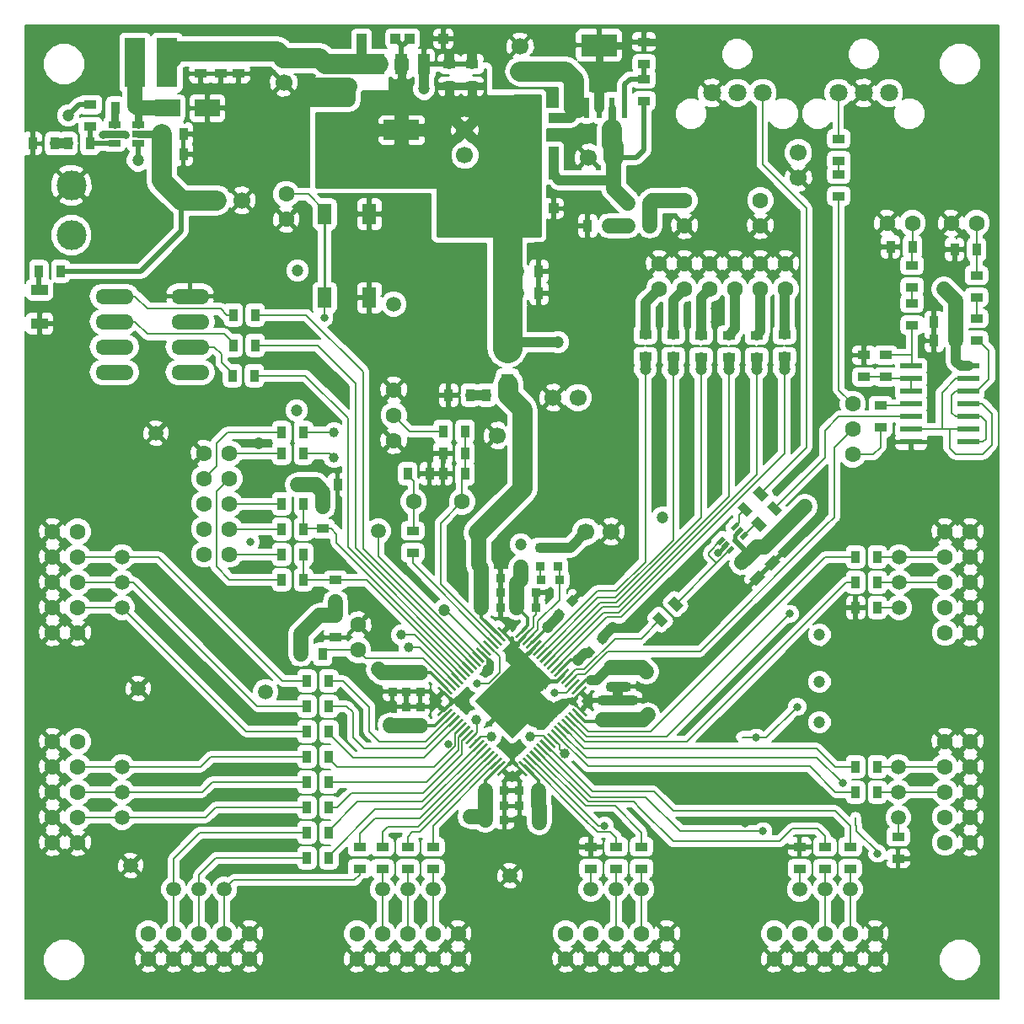
<source format=gtl>
G04 #@! TF.FileFunction,Copper,L1,Top,Signal*
%FSLAX46Y46*%
G04 Gerber Fmt 4.6, Leading zero omitted, Abs format (unit mm)*
G04 Created by KiCad (PCBNEW 4.0.1-stable) date 18/01/2016 20:30:30*
%MOMM*%
G01*
G04 APERTURE LIST*
%ADD10C,0.150000*%
%ADD11C,1.500000*%
%ADD12R,3.600000X2.200000*%
%ADD13R,0.550000X2.150000*%
%ADD14R,2.500000X1.700000*%
%ADD15R,2.100000X5.000000*%
%ADD16C,1.600000*%
%ADD17R,0.900000X0.900000*%
%ADD18R,3.600000X2.000000*%
%ADD19R,1.200000X2.000000*%
%ADD20O,3.810000X1.524000*%
%ADD21C,3.000000*%
%ADD22R,1.200000X0.650000*%
%ADD23R,1.700000X1.100000*%
%ADD24R,1.400000X2.100000*%
%ADD25R,1.300000X0.900000*%
%ADD26R,0.900000X1.300000*%
%ADD27R,2.200000X0.600000*%
%ADD28C,1.700000*%
%ADD29R,1.000000X1.000000*%
%ADD30C,1.800000*%
%ADD31C,0.800000*%
%ADD32C,1.200000*%
%ADD33C,4.000000*%
%ADD34C,1.000000*%
%ADD35C,0.200000*%
%ADD36C,0.135000*%
%ADD37C,0.500000*%
%ADD38C,1.000000*%
%ADD39C,0.600000*%
%ADD40C,0.400000*%
%ADD41C,0.250000*%
%ADD42C,0.350000*%
%ADD43C,0.450000*%
%ADD44C,0.750000*%
%ADD45C,1.500000*%
%ADD46C,1.800000*%
%ADD47C,2.000000*%
%ADD48C,3.000000*%
%ADD49C,0.205000*%
%ADD50C,0.254000*%
G04 APERTURE END LIST*
D10*
D11*
X81403400Y12066000D03*
X78863400Y12066000D03*
X83943400Y12066000D03*
X14220400Y57913000D03*
X10791400Y45467000D03*
X12442400Y32259000D03*
X10791400Y24385000D03*
X11680400Y14479000D03*
X15998400Y12066000D03*
X49780400Y13463000D03*
X36953400Y12066000D03*
X10791400Y42927000D03*
X10791400Y40387000D03*
X10791400Y21845000D03*
X10791400Y19305000D03*
X18538400Y12066000D03*
X21078400Y12066000D03*
X39493400Y12066000D03*
X42033400Y12066000D03*
X57908400Y12066000D03*
X60448400Y12066000D03*
X62988400Y12066000D03*
X88769400Y19305000D03*
X88769400Y21845000D03*
X88769400Y24385000D03*
X88896400Y40387000D03*
X88896400Y42927000D03*
X88896400Y45467000D03*
X38096400Y70867000D03*
D12*
X58733900Y96876600D03*
D13*
X58733900Y90615500D03*
X61273900Y90615500D03*
X56193900Y90615500D03*
X57463900Y90615500D03*
X60003900Y90615500D03*
D14*
X19395400Y90552000D03*
X15395400Y90552000D03*
D15*
X12112400Y95124000D03*
X15312400Y95124000D03*
D16*
X74926400Y81281000D03*
X74926400Y78741000D03*
X67306400Y81281000D03*
X67306400Y78741000D03*
D17*
X52894400Y43181000D03*
X54794400Y43181000D03*
X54606400Y46417000D03*
X54606400Y44517000D03*
X52828400Y46417000D03*
X52828400Y44517000D03*
D10*
G36*
X57744649Y35268853D02*
X57108253Y35905249D01*
X57744649Y36541645D01*
X58381045Y35905249D01*
X57744649Y35268853D01*
X57744649Y35268853D01*
G37*
G36*
X59088151Y36612355D02*
X58451755Y37248751D01*
X59088151Y37885147D01*
X59724547Y37248751D01*
X59088151Y36612355D01*
X59088151Y36612355D01*
G37*
D17*
X50481400Y40387000D03*
X52381400Y40387000D03*
X50481400Y41911000D03*
X52381400Y41911000D03*
X59940400Y34352000D03*
X59940400Y32452000D03*
X61464400Y34352000D03*
X61464400Y32452000D03*
X52635400Y20448000D03*
X50735400Y20448000D03*
X40763400Y28515000D03*
X40763400Y30415000D03*
X39366400Y28515000D03*
X39366400Y30415000D03*
X46925400Y40387000D03*
X48825400Y40387000D03*
X46925400Y43308000D03*
X48825400Y43308000D03*
X46925400Y41911000D03*
X48825400Y41911000D03*
X59051400Y29150000D03*
X59051400Y31050000D03*
X60575400Y29150000D03*
X60575400Y31050000D03*
X62099400Y29150000D03*
X62099400Y31050000D03*
X47306400Y21972000D03*
X49206400Y21972000D03*
X47306400Y20448000D03*
X49206400Y20448000D03*
X47306400Y19051000D03*
X49206400Y19051000D03*
X40763400Y33844000D03*
X40763400Y31944000D03*
X39366400Y33844000D03*
X39366400Y31944000D03*
X37969400Y33844000D03*
X37969400Y31944000D03*
D16*
X27301400Y81916000D03*
X27301400Y79376000D03*
X84197400Y55754000D03*
X84197400Y60834000D03*
X84197400Y58294000D03*
X90217200Y78995000D03*
X87677200Y78995000D03*
D18*
X38858400Y88393000D03*
D19*
X38858400Y94997000D03*
X36572400Y94997000D03*
X41144400Y94997000D03*
D16*
X21586400Y45721000D03*
X19046400Y45721000D03*
X21586400Y48261000D03*
X19046400Y48261000D03*
X21586400Y50801000D03*
X19046400Y50801000D03*
X21586400Y53341000D03*
X19046400Y53341000D03*
X21586400Y55881000D03*
X19046400Y55881000D03*
D20*
X17643360Y64027032D03*
X17643360Y66567032D03*
X17643360Y69107032D03*
X17643360Y71647032D03*
X10023360Y64027032D03*
X10023360Y66567032D03*
X10023360Y69107032D03*
X10023360Y71647032D03*
D21*
X5711400Y77805000D03*
X5711400Y82805000D03*
D16*
X34413400Y5081000D03*
X34413400Y7621000D03*
X36953400Y5081000D03*
X36953400Y7621000D03*
X39493400Y5081000D03*
X39493400Y7621000D03*
X42033400Y5081000D03*
X42033400Y7621000D03*
X44573400Y5081000D03*
X44573400Y7621000D03*
X13458400Y5081000D03*
X13458400Y7621000D03*
X15998400Y5081000D03*
X15998400Y7621000D03*
X18538400Y5081000D03*
X18538400Y7621000D03*
X21078400Y5081000D03*
X21078400Y7621000D03*
X23618400Y5081000D03*
X23618400Y7621000D03*
X3806400Y26925000D03*
X6346400Y26925000D03*
X3806400Y24385000D03*
X6346400Y24385000D03*
X3806400Y21845000D03*
X6346400Y21845000D03*
X3806400Y19305000D03*
X6346400Y19305000D03*
X3806400Y16765000D03*
X6346400Y16765000D03*
X3806400Y48007000D03*
X6346400Y48007000D03*
X3806400Y45467000D03*
X6346400Y45467000D03*
X3806400Y42927000D03*
X6346400Y42927000D03*
X3806400Y40387000D03*
X6346400Y40387000D03*
X3806400Y37847000D03*
X6346400Y37847000D03*
X96008400Y37847000D03*
X93468400Y37847000D03*
X96008400Y40387000D03*
X93468400Y40387000D03*
X96008400Y42927000D03*
X93468400Y42927000D03*
X96008400Y45467000D03*
X93468400Y45467000D03*
X96008400Y48007000D03*
X93468400Y48007000D03*
X96008400Y16765000D03*
X93468400Y16765000D03*
X96008400Y19305000D03*
X93468400Y19305000D03*
X96008400Y21845000D03*
X93468400Y21845000D03*
X96008400Y24385000D03*
X93468400Y24385000D03*
X96008400Y26925000D03*
X93468400Y26925000D03*
X76323400Y5081000D03*
X76323400Y7621000D03*
X78863400Y5081000D03*
X78863400Y7621000D03*
X81403400Y5081000D03*
X81403400Y7621000D03*
X83943400Y5081000D03*
X83943400Y7621000D03*
X86483400Y5081000D03*
X86483400Y7621000D03*
D10*
G36*
X57367988Y32528258D02*
X57544764Y32351482D01*
X56484104Y31290822D01*
X56307328Y31467598D01*
X57367988Y32528258D01*
X57367988Y32528258D01*
G37*
G36*
X57014435Y32881811D02*
X57191211Y32705035D01*
X56130551Y31644375D01*
X55953775Y31821151D01*
X57014435Y32881811D01*
X57014435Y32881811D01*
G37*
G36*
X56660882Y33235365D02*
X56837658Y33058589D01*
X55776998Y31997929D01*
X55600222Y32174705D01*
X56660882Y33235365D01*
X56660882Y33235365D01*
G37*
G36*
X56307328Y33588918D02*
X56484104Y33412142D01*
X55423444Y32351482D01*
X55246668Y32528258D01*
X56307328Y33588918D01*
X56307328Y33588918D01*
G37*
G36*
X55953775Y33942471D02*
X56130551Y33765695D01*
X55069891Y32705035D01*
X54893115Y32881811D01*
X55953775Y33942471D01*
X55953775Y33942471D01*
G37*
G36*
X55600222Y34296025D02*
X55776998Y34119249D01*
X54716338Y33058589D01*
X54539562Y33235365D01*
X55600222Y34296025D01*
X55600222Y34296025D01*
G37*
G36*
X55246668Y34649578D02*
X55423444Y34472802D01*
X54362784Y33412142D01*
X54186008Y33588918D01*
X55246668Y34649578D01*
X55246668Y34649578D01*
G37*
G36*
X54893115Y35003132D02*
X55069891Y34826356D01*
X54009231Y33765696D01*
X53832455Y33942472D01*
X54893115Y35003132D01*
X54893115Y35003132D01*
G37*
G36*
X54539561Y35356685D02*
X54716337Y35179909D01*
X53655677Y34119249D01*
X53478901Y34296025D01*
X54539561Y35356685D01*
X54539561Y35356685D01*
G37*
G36*
X54186008Y35710238D02*
X54362784Y35533462D01*
X53302124Y34472802D01*
X53125348Y34649578D01*
X54186008Y35710238D01*
X54186008Y35710238D01*
G37*
G36*
X53832455Y36063792D02*
X54009231Y35887016D01*
X52948571Y34826356D01*
X52771795Y35003132D01*
X53832455Y36063792D01*
X53832455Y36063792D01*
G37*
G36*
X53478901Y36417345D02*
X53655677Y36240569D01*
X52595017Y35179909D01*
X52418241Y35356685D01*
X53478901Y36417345D01*
X53478901Y36417345D01*
G37*
G36*
X53125348Y36770899D02*
X53302124Y36594123D01*
X52241464Y35533463D01*
X52064688Y35710239D01*
X53125348Y36770899D01*
X53125348Y36770899D01*
G37*
G36*
X52771794Y37124452D02*
X52948570Y36947676D01*
X51887910Y35887016D01*
X51711134Y36063792D01*
X52771794Y37124452D01*
X52771794Y37124452D01*
G37*
G36*
X52418241Y37478005D02*
X52595017Y37301229D01*
X51534357Y36240569D01*
X51357581Y36417345D01*
X52418241Y37478005D01*
X52418241Y37478005D01*
G37*
G36*
X52064688Y37831559D02*
X52241464Y37654783D01*
X51180804Y36594123D01*
X51004028Y36770899D01*
X52064688Y37831559D01*
X52064688Y37831559D01*
G37*
G36*
X51711134Y38185112D02*
X51887910Y38008336D01*
X50827250Y36947676D01*
X50650474Y37124452D01*
X51711134Y38185112D01*
X51711134Y38185112D01*
G37*
G36*
X51357581Y38538665D02*
X51534357Y38361889D01*
X50473697Y37301229D01*
X50296921Y37478005D01*
X51357581Y38538665D01*
X51357581Y38538665D01*
G37*
G36*
X48635219Y38538665D02*
X49695879Y37478005D01*
X49519103Y37301229D01*
X48458443Y38361889D01*
X48635219Y38538665D01*
X48635219Y38538665D01*
G37*
G36*
X48281666Y38185112D02*
X49342326Y37124452D01*
X49165550Y36947676D01*
X48104890Y38008336D01*
X48281666Y38185112D01*
X48281666Y38185112D01*
G37*
G36*
X47928112Y37831559D02*
X48988772Y36770899D01*
X48811996Y36594123D01*
X47751336Y37654783D01*
X47928112Y37831559D01*
X47928112Y37831559D01*
G37*
G36*
X47574559Y37478005D02*
X48635219Y36417345D01*
X48458443Y36240569D01*
X47397783Y37301229D01*
X47574559Y37478005D01*
X47574559Y37478005D01*
G37*
G36*
X47221006Y37124452D02*
X48281666Y36063792D01*
X48104890Y35887016D01*
X47044230Y36947676D01*
X47221006Y37124452D01*
X47221006Y37124452D01*
G37*
G36*
X46867452Y36770899D02*
X47928112Y35710239D01*
X47751336Y35533463D01*
X46690676Y36594123D01*
X46867452Y36770899D01*
X46867452Y36770899D01*
G37*
G36*
X46513899Y36417345D02*
X47574559Y35356685D01*
X47397783Y35179909D01*
X46337123Y36240569D01*
X46513899Y36417345D01*
X46513899Y36417345D01*
G37*
G36*
X46160345Y36063792D02*
X47221005Y35003132D01*
X47044229Y34826356D01*
X45983569Y35887016D01*
X46160345Y36063792D01*
X46160345Y36063792D01*
G37*
G36*
X45806792Y35710238D02*
X46867452Y34649578D01*
X46690676Y34472802D01*
X45630016Y35533462D01*
X45806792Y35710238D01*
X45806792Y35710238D01*
G37*
G36*
X45453239Y35356685D02*
X46513899Y34296025D01*
X46337123Y34119249D01*
X45276463Y35179909D01*
X45453239Y35356685D01*
X45453239Y35356685D01*
G37*
G36*
X45099685Y35003132D02*
X46160345Y33942472D01*
X45983569Y33765696D01*
X44922909Y34826356D01*
X45099685Y35003132D01*
X45099685Y35003132D01*
G37*
G36*
X44746132Y34649578D02*
X45806792Y33588918D01*
X45630016Y33412142D01*
X44569356Y34472802D01*
X44746132Y34649578D01*
X44746132Y34649578D01*
G37*
G36*
X44392578Y34296025D02*
X45453238Y33235365D01*
X45276462Y33058589D01*
X44215802Y34119249D01*
X44392578Y34296025D01*
X44392578Y34296025D01*
G37*
G36*
X44039025Y33942471D02*
X45099685Y32881811D01*
X44922909Y32705035D01*
X43862249Y33765695D01*
X44039025Y33942471D01*
X44039025Y33942471D01*
G37*
G36*
X43685472Y33588918D02*
X44746132Y32528258D01*
X44569356Y32351482D01*
X43508696Y33412142D01*
X43685472Y33588918D01*
X43685472Y33588918D01*
G37*
G36*
X43331918Y33235365D02*
X44392578Y32174705D01*
X44215802Y31997929D01*
X43155142Y33058589D01*
X43331918Y33235365D01*
X43331918Y33235365D01*
G37*
G36*
X42978365Y32881811D02*
X44039025Y31821151D01*
X43862249Y31644375D01*
X42801589Y32705035D01*
X42978365Y32881811D01*
X42978365Y32881811D01*
G37*
G36*
X42624812Y32528258D02*
X43685472Y31467598D01*
X43508696Y31290822D01*
X42448036Y32351482D01*
X42624812Y32528258D01*
X42624812Y32528258D01*
G37*
G36*
X43508696Y30689780D02*
X43685472Y30513004D01*
X42624812Y29452344D01*
X42448036Y29629120D01*
X43508696Y30689780D01*
X43508696Y30689780D01*
G37*
G36*
X43862249Y30336227D02*
X44039025Y30159451D01*
X42978365Y29098791D01*
X42801589Y29275567D01*
X43862249Y30336227D01*
X43862249Y30336227D01*
G37*
G36*
X44215802Y29982673D02*
X44392578Y29805897D01*
X43331918Y28745237D01*
X43155142Y28922013D01*
X44215802Y29982673D01*
X44215802Y29982673D01*
G37*
G36*
X44569356Y29629120D02*
X44746132Y29452344D01*
X43685472Y28391684D01*
X43508696Y28568460D01*
X44569356Y29629120D01*
X44569356Y29629120D01*
G37*
G36*
X44922909Y29275567D02*
X45099685Y29098791D01*
X44039025Y28038131D01*
X43862249Y28214907D01*
X44922909Y29275567D01*
X44922909Y29275567D01*
G37*
G36*
X45276462Y28922013D02*
X45453238Y28745237D01*
X44392578Y27684577D01*
X44215802Y27861353D01*
X45276462Y28922013D01*
X45276462Y28922013D01*
G37*
G36*
X45630016Y28568460D02*
X45806792Y28391684D01*
X44746132Y27331024D01*
X44569356Y27507800D01*
X45630016Y28568460D01*
X45630016Y28568460D01*
G37*
G36*
X45983569Y28214906D02*
X46160345Y28038130D01*
X45099685Y26977470D01*
X44922909Y27154246D01*
X45983569Y28214906D01*
X45983569Y28214906D01*
G37*
G36*
X46337123Y27861353D02*
X46513899Y27684577D01*
X45453239Y26623917D01*
X45276463Y26800693D01*
X46337123Y27861353D01*
X46337123Y27861353D01*
G37*
G36*
X46690676Y27507800D02*
X46867452Y27331024D01*
X45806792Y26270364D01*
X45630016Y26447140D01*
X46690676Y27507800D01*
X46690676Y27507800D01*
G37*
G36*
X47044229Y27154246D02*
X47221005Y26977470D01*
X46160345Y25916810D01*
X45983569Y26093586D01*
X47044229Y27154246D01*
X47044229Y27154246D01*
G37*
G36*
X47397783Y26800693D02*
X47574559Y26623917D01*
X46513899Y25563257D01*
X46337123Y25740033D01*
X47397783Y26800693D01*
X47397783Y26800693D01*
G37*
G36*
X47751336Y26447139D02*
X47928112Y26270363D01*
X46867452Y25209703D01*
X46690676Y25386479D01*
X47751336Y26447139D01*
X47751336Y26447139D01*
G37*
G36*
X48104890Y26093586D02*
X48281666Y25916810D01*
X47221006Y24856150D01*
X47044230Y25032926D01*
X48104890Y26093586D01*
X48104890Y26093586D01*
G37*
G36*
X48458443Y25740033D02*
X48635219Y25563257D01*
X47574559Y24502597D01*
X47397783Y24679373D01*
X48458443Y25740033D01*
X48458443Y25740033D01*
G37*
G36*
X48811996Y25386479D02*
X48988772Y25209703D01*
X47928112Y24149043D01*
X47751336Y24325819D01*
X48811996Y25386479D01*
X48811996Y25386479D01*
G37*
G36*
X49165550Y25032926D02*
X49342326Y24856150D01*
X48281666Y23795490D01*
X48104890Y23972266D01*
X49165550Y25032926D01*
X49165550Y25032926D01*
G37*
G36*
X49519103Y24679373D02*
X49695879Y24502597D01*
X48635219Y23441937D01*
X48458443Y23618713D01*
X49519103Y24679373D01*
X49519103Y24679373D01*
G37*
G36*
X50473697Y24679373D02*
X51534357Y23618713D01*
X51357581Y23441937D01*
X50296921Y24502597D01*
X50473697Y24679373D01*
X50473697Y24679373D01*
G37*
G36*
X50827250Y25032926D02*
X51887910Y23972266D01*
X51711134Y23795490D01*
X50650474Y24856150D01*
X50827250Y25032926D01*
X50827250Y25032926D01*
G37*
G36*
X51180804Y25386479D02*
X52241464Y24325819D01*
X52064688Y24149043D01*
X51004028Y25209703D01*
X51180804Y25386479D01*
X51180804Y25386479D01*
G37*
G36*
X51534357Y25740033D02*
X52595017Y24679373D01*
X52418241Y24502597D01*
X51357581Y25563257D01*
X51534357Y25740033D01*
X51534357Y25740033D01*
G37*
G36*
X51887910Y26093586D02*
X52948570Y25032926D01*
X52771794Y24856150D01*
X51711134Y25916810D01*
X51887910Y26093586D01*
X51887910Y26093586D01*
G37*
G36*
X52241464Y26447139D02*
X53302124Y25386479D01*
X53125348Y25209703D01*
X52064688Y26270363D01*
X52241464Y26447139D01*
X52241464Y26447139D01*
G37*
G36*
X52595017Y26800693D02*
X53655677Y25740033D01*
X53478901Y25563257D01*
X52418241Y26623917D01*
X52595017Y26800693D01*
X52595017Y26800693D01*
G37*
G36*
X52948571Y27154246D02*
X54009231Y26093586D01*
X53832455Y25916810D01*
X52771795Y26977470D01*
X52948571Y27154246D01*
X52948571Y27154246D01*
G37*
G36*
X53302124Y27507800D02*
X54362784Y26447140D01*
X54186008Y26270364D01*
X53125348Y27331024D01*
X53302124Y27507800D01*
X53302124Y27507800D01*
G37*
G36*
X53655677Y27861353D02*
X54716337Y26800693D01*
X54539561Y26623917D01*
X53478901Y27684577D01*
X53655677Y27861353D01*
X53655677Y27861353D01*
G37*
G36*
X54009231Y28214906D02*
X55069891Y27154246D01*
X54893115Y26977470D01*
X53832455Y28038130D01*
X54009231Y28214906D01*
X54009231Y28214906D01*
G37*
G36*
X54362784Y28568460D02*
X55423444Y27507800D01*
X55246668Y27331024D01*
X54186008Y28391684D01*
X54362784Y28568460D01*
X54362784Y28568460D01*
G37*
G36*
X54716338Y28922013D02*
X55776998Y27861353D01*
X55600222Y27684577D01*
X54539562Y28745237D01*
X54716338Y28922013D01*
X54716338Y28922013D01*
G37*
G36*
X55069891Y29275567D02*
X56130551Y28214907D01*
X55953775Y28038131D01*
X54893115Y29098791D01*
X55069891Y29275567D01*
X55069891Y29275567D01*
G37*
G36*
X55423444Y29629120D02*
X56484104Y28568460D01*
X56307328Y28391684D01*
X55246668Y29452344D01*
X55423444Y29629120D01*
X55423444Y29629120D01*
G37*
G36*
X55776998Y29982673D02*
X56837658Y28922013D01*
X56660882Y28745237D01*
X55600222Y29805897D01*
X55776998Y29982673D01*
X55776998Y29982673D01*
G37*
G36*
X56130551Y30336227D02*
X57191211Y29275567D01*
X57014435Y29098791D01*
X55953775Y30159451D01*
X56130551Y30336227D01*
X56130551Y30336227D01*
G37*
G36*
X56484104Y30689780D02*
X57544764Y29629120D01*
X57367988Y29452344D01*
X56307328Y30513004D01*
X56484104Y30689780D01*
X56484104Y30689780D01*
G37*
G36*
X49996400Y34737967D02*
X53744066Y30990301D01*
X49996400Y27242635D01*
X46248734Y30990301D01*
X49996400Y34737967D01*
X49996400Y34737967D01*
G37*
D16*
X77466400Y74931000D03*
X77466400Y72391000D03*
X74926400Y74931000D03*
X74926400Y72391000D03*
X72386400Y74931000D03*
X72386400Y72391000D03*
X69846400Y74931000D03*
X69846400Y72391000D03*
X67306400Y74931000D03*
X67306400Y72391000D03*
X64766400Y74931000D03*
X64766400Y72391000D03*
X44960400Y51033000D03*
X40080400Y51033000D03*
D22*
X12435900Y87948500D03*
X10035900Y88898500D03*
X10035900Y87948500D03*
X10035900Y86998500D03*
X12435900Y86998500D03*
X12435900Y88898500D03*
D16*
X34518400Y36117000D03*
X34518400Y38657000D03*
D23*
X2536400Y72313000D03*
X2536400Y68913000D03*
D16*
X55368400Y5081000D03*
X55368400Y7621000D03*
X57908400Y5081000D03*
X57908400Y7621000D03*
X60448400Y5081000D03*
X60448400Y7621000D03*
X62988400Y5081000D03*
X62988400Y7621000D03*
X65528400Y5081000D03*
X65528400Y7621000D03*
D24*
X31148400Y79913000D03*
X35648400Y79913000D03*
X31148400Y71513000D03*
X35648400Y71513000D03*
D17*
X52635400Y21972000D03*
X50735400Y21972000D03*
D25*
X45970400Y92797000D03*
X45970400Y94997000D03*
X22475400Y96224000D03*
X22475400Y94024000D03*
X63242400Y94997000D03*
X63242400Y97197000D03*
X63242400Y93493500D03*
X63242400Y91293500D03*
D26*
X63834400Y78741000D03*
X61634400Y78741000D03*
X63834400Y81027000D03*
X61634400Y81027000D03*
X59770400Y78741000D03*
X57570400Y78741000D03*
D25*
X32254400Y39582000D03*
X32254400Y37382000D03*
D26*
X50458400Y74169000D03*
X52658400Y74169000D03*
X50458400Y71946500D03*
X52658400Y71946500D03*
D25*
X86991400Y60664000D03*
X86991400Y58464000D03*
X85340400Y65744000D03*
X85340400Y63544000D03*
X87499400Y63544000D03*
X87499400Y65744000D03*
X90166400Y68751000D03*
X90166400Y70951000D03*
D26*
X87999600Y76607400D03*
X90199600Y76607400D03*
D25*
X96643400Y69427000D03*
X96643400Y67227000D03*
D26*
X94568400Y67184000D03*
X92368400Y67184000D03*
X94568400Y69038200D03*
X92368400Y69038200D03*
D25*
X33524400Y94997000D03*
X33524400Y92797000D03*
D26*
X26836400Y55881000D03*
X29036400Y55881000D03*
X26836400Y57961000D03*
X29036400Y57961000D03*
X26836400Y43181000D03*
X29036400Y43181000D03*
X26836400Y50801000D03*
X29036400Y50801000D03*
X24188400Y69772000D03*
X21988400Y69772000D03*
D25*
X42033400Y16341000D03*
X42033400Y14141000D03*
X39493400Y16341000D03*
X39493400Y14141000D03*
X36953400Y16341000D03*
X36953400Y14141000D03*
X34667400Y16341000D03*
X34667400Y14141000D03*
D26*
X31576400Y15241000D03*
X29376400Y15241000D03*
X31576400Y17781000D03*
X29376400Y17781000D03*
X31576400Y20321000D03*
X29376400Y20321000D03*
X31576400Y22861000D03*
X29376400Y22861000D03*
X31576400Y25401000D03*
X29376400Y25401000D03*
X31576400Y27941000D03*
X29376400Y27941000D03*
X31576400Y30481000D03*
X29376400Y30481000D03*
X31576400Y33021000D03*
X29376400Y33021000D03*
X84494400Y40387000D03*
X86694400Y40387000D03*
D25*
X88769400Y15157000D03*
X88769400Y17357000D03*
X78863400Y16341000D03*
X78863400Y14141000D03*
X57908400Y16341000D03*
X57908400Y14141000D03*
D26*
X86694400Y45467000D03*
X84494400Y45467000D03*
X86694400Y42927000D03*
X84494400Y42927000D03*
X86694400Y24385000D03*
X84494400Y24385000D03*
X86694400Y21845000D03*
X84494400Y21845000D03*
D25*
X83943400Y14141000D03*
X83943400Y16341000D03*
X81403400Y14141000D03*
X81403400Y16341000D03*
X62988400Y14141000D03*
X62988400Y16341000D03*
X60448400Y14141000D03*
X60448400Y16341000D03*
D26*
X39488400Y53827000D03*
X41688400Y53827000D03*
X45244400Y53828000D03*
X43044400Y53828000D03*
D25*
X20697400Y96224000D03*
X20697400Y94024000D03*
D26*
X45800400Y61723000D03*
X43600400Y61723000D03*
D25*
X82800400Y81705000D03*
X82800400Y83905000D03*
D26*
X26836400Y45721000D03*
X29036400Y45721000D03*
X26836400Y48261000D03*
X29036400Y48261000D03*
D25*
X63369400Y67776000D03*
X63369400Y65576000D03*
X66163400Y67776000D03*
X66163400Y65576000D03*
X68957400Y67740000D03*
X68957400Y65540000D03*
X71751400Y67740000D03*
X71751400Y65540000D03*
X74545400Y67740000D03*
X74545400Y65540000D03*
X77339400Y67776000D03*
X77339400Y65576000D03*
D10*
G36*
X66269996Y41509595D02*
X67189234Y40590357D01*
X66552838Y39953961D01*
X65633600Y40873199D01*
X66269996Y41509595D01*
X66269996Y41509595D01*
G37*
G36*
X64714362Y39953961D02*
X65633600Y39034723D01*
X64997204Y38398327D01*
X64077966Y39317565D01*
X64714362Y39953961D01*
X64714362Y39953961D01*
G37*
D26*
X4652400Y74169000D03*
X2452400Y74169000D03*
X1817400Y86996000D03*
X4017400Y86996000D03*
X5373400Y86996000D03*
X7573400Y86996000D03*
D25*
X7616400Y88690000D03*
X7616400Y90890000D03*
D26*
X45244400Y58089000D03*
X43044400Y58089000D03*
X45270800Y55859000D03*
X43070800Y55859000D03*
D25*
X40001400Y45891000D03*
X40001400Y48091000D03*
D26*
X49610400Y61723000D03*
X47410400Y61723000D03*
D25*
X30984400Y50504000D03*
X30984400Y48304000D03*
X32254400Y40938000D03*
X32254400Y43138000D03*
D26*
X28762400Y35688000D03*
X30962400Y35688000D03*
D25*
X49526400Y65617000D03*
X49526400Y63417000D03*
X82800400Y85261000D03*
X82800400Y87461000D03*
X18728900Y96224000D03*
X18728900Y94024000D03*
D26*
X10135900Y90552000D03*
X12335900Y90552000D03*
D25*
X43684400Y92797000D03*
X43684400Y94997000D03*
D26*
X16971400Y87948500D03*
X14771400Y87948500D03*
D25*
X31238400Y94997000D03*
X31238400Y92797000D03*
D26*
X30265400Y52706000D03*
X32465400Y52706000D03*
X24188400Y66724000D03*
X21988400Y66724000D03*
X24104400Y63676000D03*
X21904400Y63676000D03*
X16971400Y85916500D03*
X14771400Y85916500D03*
D25*
X90166400Y72561000D03*
X90166400Y74761000D03*
D16*
X96643400Y78995000D03*
X94103400Y78995000D03*
D25*
X96643400Y73745000D03*
X96643400Y71545000D03*
D26*
X94451200Y76353400D03*
X96651200Y76353400D03*
D27*
X90085400Y64644000D03*
X90085400Y63374000D03*
X90085400Y62104000D03*
X90085400Y60834000D03*
X90085400Y59564000D03*
X90085400Y58294000D03*
X90085400Y57024000D03*
X95835400Y64644000D03*
X95835400Y63374000D03*
X95835400Y62104000D03*
X95835400Y60834000D03*
X95835400Y59564000D03*
X95835400Y58294000D03*
X95835400Y57024000D03*
D10*
G36*
X76201396Y51149134D02*
X77120634Y50229896D01*
X76484238Y49593500D01*
X75565000Y50512738D01*
X76201396Y51149134D01*
X76201396Y51149134D01*
G37*
G36*
X74645762Y49593500D02*
X75565000Y48674262D01*
X74928604Y48037866D01*
X74009366Y48957104D01*
X74645762Y49593500D01*
X74645762Y49593500D01*
G37*
G36*
X73528004Y49499366D02*
X72608766Y50418604D01*
X73245162Y51055000D01*
X74164400Y50135762D01*
X73528004Y49499366D01*
X73528004Y49499366D01*
G37*
G36*
X75083638Y51055000D02*
X74164400Y51974238D01*
X74800796Y52610634D01*
X75720034Y51691396D01*
X75083638Y51055000D01*
X75083638Y51055000D01*
G37*
G36*
X72291266Y44769896D02*
X73210504Y45689134D01*
X73846900Y45052738D01*
X72927662Y44133500D01*
X72291266Y44769896D01*
X72291266Y44769896D01*
G37*
G36*
X73846900Y43214262D02*
X74766138Y44133500D01*
X75402534Y43497104D01*
X74483296Y42577866D01*
X73846900Y43214262D01*
X73846900Y43214262D01*
G37*
G36*
X73815266Y46293896D02*
X74734504Y47213134D01*
X75370900Y46576738D01*
X74451662Y45657500D01*
X73815266Y46293896D01*
X73815266Y46293896D01*
G37*
G36*
X75370900Y44738262D02*
X76290138Y45657500D01*
X76926534Y45021104D01*
X76007296Y44101866D01*
X75370900Y44738262D01*
X75370900Y44738262D01*
G37*
G36*
X70523732Y47000769D02*
X71089418Y47566455D01*
X71407616Y47248257D01*
X70841930Y46682571D01*
X70523732Y47000769D01*
X70523732Y47000769D01*
G37*
G36*
X70983351Y46541149D02*
X71549037Y47106835D01*
X71867235Y46788637D01*
X71301549Y46222951D01*
X70983351Y46541149D01*
X70983351Y46541149D01*
G37*
G36*
X71442971Y46081530D02*
X72008657Y46647216D01*
X72326855Y46329018D01*
X71761169Y45763332D01*
X71442971Y46081530D01*
X71442971Y46081530D01*
G37*
G36*
X72857184Y47495743D02*
X73422870Y48061429D01*
X73741068Y47743231D01*
X73175382Y47177545D01*
X72857184Y47495743D01*
X72857184Y47495743D01*
G37*
G36*
X72397565Y47955363D02*
X72963251Y48521049D01*
X73281449Y48202851D01*
X72715763Y47637165D01*
X72397565Y47955363D01*
X72397565Y47955363D01*
G37*
G36*
X71937945Y48414982D02*
X72503631Y48980668D01*
X72821829Y48662470D01*
X72256143Y48096784D01*
X71937945Y48414982D01*
X71937945Y48414982D01*
G37*
G36*
X54696649Y39078853D02*
X54060253Y39715249D01*
X54696649Y40351645D01*
X55333045Y39715249D01*
X54696649Y39078853D01*
X54696649Y39078853D01*
G37*
G36*
X56040151Y40422355D02*
X55403755Y41058751D01*
X56040151Y41695147D01*
X56676547Y41058751D01*
X56040151Y40422355D01*
X56040151Y40422355D01*
G37*
D28*
X78736400Y86087000D03*
X78736400Y83587000D03*
X57420400Y48007000D03*
X59920400Y48007000D03*
X50796400Y94255000D03*
X50796400Y96755000D03*
X60174400Y85599000D03*
X57674400Y85599000D03*
X20336400Y81281000D03*
X22836400Y81281000D03*
X51030400Y57659000D03*
X48530400Y57659000D03*
X56618400Y61469000D03*
X54118400Y61469000D03*
X27047400Y95612000D03*
X27047400Y93112000D03*
X45208400Y88353000D03*
X45208400Y85853000D03*
D29*
X54161900Y89585000D03*
X54161900Y86185000D03*
X54161900Y83870000D03*
X54161900Y80470000D03*
X34872400Y97537000D03*
X38272400Y97537000D03*
X39698400Y97537000D03*
X43098400Y97537000D03*
D16*
X38096400Y62231000D03*
X38096400Y57151000D03*
X38096400Y59691000D03*
D30*
X82753400Y92073000D03*
X85293400Y92073000D03*
X87833400Y92073000D03*
X70053400Y92073000D03*
X72593400Y92073000D03*
X75133400Y92073000D03*
D31*
X78638400Y30416500D03*
X74510900Y27305000D03*
X23681900Y46991000D03*
X86702900Y15684500D03*
X46602900Y66151000D03*
X46602900Y67738500D03*
X46602900Y69008500D03*
X43872400Y73517000D03*
X61969900Y66659000D03*
X78225900Y53705000D03*
X78479900Y57134000D03*
X83559900Y53197000D03*
X80829400Y77962000D03*
D32*
X56769000Y80645000D03*
X52705000Y76200000D03*
D31*
X92786200Y76327000D03*
X87999600Y74626200D03*
X82626200Y17602200D03*
X61518800Y17729200D03*
X59232800Y9550400D03*
X61696600Y9550400D03*
X64135000Y9575800D03*
X80187800Y9499600D03*
X82702400Y9499600D03*
X85090000Y9499600D03*
X85598000Y23114000D03*
X88595200Y29895800D03*
X67462400Y15443200D03*
X68757800Y12065000D03*
X59182000Y15240000D03*
X76911200Y15570200D03*
X82677000Y15240000D03*
X88734900Y13779500D03*
X91528900Y20510500D03*
X91528900Y23114000D03*
X91528900Y25590500D03*
X91274900Y41592500D03*
X91274900Y44196000D03*
X82829400Y44196000D03*
X82829400Y46799500D03*
X82956400Y39370000D03*
X7505700Y80352900D03*
X4216400Y80225900D03*
X24523700Y71716900D03*
X89801700Y98018600D03*
X76758800Y97967800D03*
X98247200Y76644500D03*
D32*
X97955100Y91452700D03*
X97967800Y85229700D03*
X57264300Y71729600D03*
X11772900Y52158900D03*
D31*
X40767000Y15240000D03*
X38227000Y15240000D03*
D32*
X1993900Y60452000D03*
X1930400Y64008000D03*
D31*
X36093400Y50228500D03*
D32*
X41109900Y92519500D03*
D31*
X44856400Y96329500D03*
X47523400Y64262000D03*
X42160400Y31014400D03*
X65176400Y94361000D03*
X24282400Y78359000D03*
X24282400Y83947000D03*
D32*
X19710400Y76581000D03*
D31*
X18249900Y87947500D03*
X18249900Y85915500D03*
D32*
X19392900Y88582500D03*
X55524400Y96647000D03*
D31*
X55270400Y49657000D03*
X8788400Y81153000D03*
X55778400Y87934800D03*
X42062400Y61696600D03*
X43637200Y59944000D03*
X46990000Y54610000D03*
X53187600Y53517800D03*
X53898800Y54584600D03*
X57785000Y45720000D03*
X57251600Y42316400D03*
D32*
X57988200Y43434000D03*
X63601600Y32004000D03*
X65430400Y33832800D03*
X87372400Y83313000D03*
X85340400Y83313000D03*
X59080400Y59309000D03*
X43840400Y70485000D03*
X52730400Y69723000D03*
X55016400Y76835000D03*
X55016400Y78867000D03*
D31*
X36931600Y77825600D03*
D32*
X40309800Y79908400D03*
X37820600Y79908400D03*
X33502600Y69011800D03*
X35636200Y69011800D03*
D31*
X49961800Y23393400D03*
X49174400Y17653000D03*
X50796400Y18924000D03*
X44881800Y30988000D03*
X50009000Y25680400D03*
D32*
X64795400Y52578000D03*
X75971400Y56642000D03*
X73177400Y56642000D03*
X70383400Y56642000D03*
X67462400Y56642000D03*
X46024800Y97485200D03*
D11*
X72034400Y83693000D03*
X65493900Y83629500D03*
D31*
X85369400Y69786500D03*
X85369400Y68643500D03*
X70383400Y70421500D03*
X70383400Y69088000D03*
X73367900Y18732500D03*
X77114400Y20955000D03*
X77241400Y18732500D03*
X66480900Y23242000D03*
X78418900Y47118000D03*
D32*
X73402400Y42165000D03*
D31*
X70671900Y45911500D03*
X43557400Y26671000D03*
X92354400Y65659000D03*
X92405200Y70739000D03*
X91236800Y67183000D03*
X85344000Y67335400D03*
D11*
X90068400Y55397400D03*
X92506800Y56819800D03*
X94589600Y74345800D03*
X85801200Y76631800D03*
D31*
X37947400Y30465500D03*
X25247400Y49515500D03*
X25247400Y44499000D03*
D32*
X23532900Y52373000D03*
D31*
X31978400Y45324500D03*
D32*
X23342400Y39355500D03*
D31*
X24584900Y76793000D03*
X23659900Y76757000D03*
X9880400Y92378000D03*
X8864400Y95616500D03*
X29438400Y98156500D03*
X13690400Y98474000D03*
X22516900Y98410500D03*
X20675400Y98410500D03*
X17881400Y98410500D03*
D32*
X9118400Y98156500D03*
X27152400Y8748500D03*
X67855900Y38530000D03*
X69824400Y41324000D03*
D31*
X23596400Y14082500D03*
X23596400Y11796500D03*
X19786400Y16368500D03*
X14515900Y15225500D03*
X16928900Y20559500D03*
X16992400Y23099500D03*
X16738400Y41260500D03*
X16738400Y39927000D03*
X13944400Y46975500D03*
X15023900Y46975500D03*
X8378400Y44197000D03*
X8378400Y41657000D03*
X8378400Y23115000D03*
X8378400Y20575000D03*
X17268400Y9653000D03*
X19808400Y9653000D03*
X38223400Y9653000D03*
X40763400Y9653000D03*
D32*
X59940400Y93854000D03*
X58670400Y92838000D03*
D31*
X61591400Y96013000D03*
X61591400Y98045000D03*
X61591400Y97029000D03*
D32*
X65274400Y97283000D03*
X58670400Y94489000D03*
X1774400Y84837000D03*
X1774400Y88901000D03*
X33524400Y91441000D03*
X31238400Y91441000D03*
D31*
X30603400Y64136000D03*
X8886400Y87885000D03*
X11172400Y87885000D03*
X17649400Y92457000D03*
X19681400Y92457000D03*
X21586400Y92457000D03*
X22475400Y92457000D03*
X20697400Y92457000D03*
X18665400Y92457000D03*
D32*
X22602400Y90552000D03*
D31*
X30603400Y60262500D03*
D32*
X24570900Y56897000D03*
D31*
X60130900Y38418500D03*
D32*
X83117900Y32195500D03*
X84832400Y34227500D03*
X84832400Y36323000D03*
X66480900Y21908500D03*
D31*
X67941400Y21527500D03*
D32*
X36318400Y40260000D03*
X34413400Y41149000D03*
X41842900Y51944000D03*
X43176400Y51944000D03*
D31*
X51494900Y34545000D03*
X52383900Y33592500D03*
X56003400Y30989000D03*
D32*
X47537122Y34121278D03*
X48700900Y46546500D03*
X48700900Y45086000D03*
D31*
X49819015Y38672500D03*
X35175400Y32386000D03*
X36762900Y30481000D03*
D32*
X45059400Y64565000D03*
D33*
X50017600Y30959178D03*
D32*
X47777400Y49022000D03*
X45757900Y19416500D03*
X46605400Y47880000D03*
X63623400Y29592000D03*
X36572400Y34164000D03*
X53568400Y38403000D03*
X50876200Y46736000D03*
X50862400Y44444366D03*
X37715400Y28576000D03*
X52701400Y18797000D03*
X63496400Y33910000D03*
X56621612Y35143410D03*
X54606400Y67057000D03*
D31*
X77876400Y39751000D03*
X59270900Y18478500D03*
X75209400Y17907000D03*
X83210400Y22733000D03*
D32*
X77339400Y64323248D03*
X74545400Y64342809D03*
X71751400Y64323248D03*
X68957400Y64323248D03*
X66163400Y64264564D03*
X63369400Y64303687D03*
D31*
X31111400Y69495400D03*
D32*
X43176400Y40133000D03*
X79434900Y50547000D03*
X93370400Y72364600D03*
X28437400Y74232000D03*
X65125400Y49452000D03*
X80873400Y28878000D03*
X80873400Y32942000D03*
X80873400Y37641000D03*
X28360400Y60199000D03*
D11*
X25247400Y31926000D03*
D32*
X28437400Y52706901D03*
X30200400Y39165000D03*
D34*
X38836400Y37641000D03*
X32105400Y57961000D03*
X39598400Y36371000D03*
X32105400Y55421000D03*
D31*
X54219962Y31863045D03*
D11*
X36550400Y48055000D03*
D34*
X47875400Y27433000D03*
X46351400Y29084000D03*
X55277694Y25691294D03*
X51812400Y27433000D03*
D32*
X12396400Y85301000D03*
X5396400Y89801000D03*
D31*
X46478400Y32767000D03*
D35*
X74510900Y27305000D02*
X75526900Y27305000D01*
X75526900Y27305000D02*
X78638400Y30416500D01*
X73113900Y27368500D02*
X74447400Y27368500D01*
X74447400Y27368500D02*
X74510900Y27305000D01*
D36*
X84607400Y17970500D02*
X86702900Y15875000D01*
X86702900Y15875000D02*
X86702900Y15684500D01*
X84607400Y18407000D02*
X84607400Y17970500D01*
X84494400Y19305000D02*
X84494400Y18520000D01*
X84494400Y18520000D02*
X84607400Y18407000D01*
X46602900Y69008500D02*
X46602900Y67738500D01*
X59080400Y59309000D02*
X59080400Y63769500D01*
X59080400Y63769500D02*
X61969900Y66659000D01*
D35*
X82829400Y46799500D02*
X83559900Y47530000D01*
X83559900Y47530000D02*
X83559900Y53197000D01*
D36*
X94451200Y76353400D02*
X92812600Y76353400D01*
X92812600Y76353400D02*
X92786200Y76327000D01*
X87999600Y76607400D02*
X87999600Y74854800D01*
X87999600Y74626200D02*
X87999600Y74410600D01*
X87999600Y74854800D02*
X87999600Y74626200D01*
X59156600Y16154400D02*
X59156600Y15265400D01*
X59156600Y15265400D02*
X59182000Y15240000D01*
X58978800Y16332200D02*
X59156600Y16154400D01*
X58702200Y16332200D02*
X58978800Y16332200D01*
X57908400Y16341000D02*
X58693400Y16341000D01*
X58693400Y16341000D02*
X58702200Y16332200D01*
X78863400Y16341000D02*
X77682000Y16341000D01*
X77682000Y16341000D02*
X76911200Y15570200D01*
X88769400Y15157000D02*
X88769400Y13814000D01*
X88769400Y13814000D02*
X88734900Y13779500D01*
X82829400Y44196000D02*
X83395085Y44196000D01*
X84226400Y38862000D02*
X83464400Y38862000D01*
X83464400Y38862000D02*
X82956400Y39370000D01*
X84480400Y39116000D02*
X84226400Y38862000D01*
X84480400Y39588000D02*
X84480400Y39116000D01*
X84494400Y40387000D02*
X84494400Y39602000D01*
X84494400Y39602000D02*
X84480400Y39588000D01*
D35*
X5711400Y82805000D02*
X4211401Y81305001D01*
X4211401Y81305001D02*
X4211401Y80230899D01*
X4211401Y80230899D02*
X4216400Y80225900D01*
X76758800Y97967800D02*
X89750900Y97967800D01*
X89750900Y97967800D02*
X89801700Y98018600D01*
X97967800Y85229700D02*
X97967800Y91440000D01*
X97967800Y91440000D02*
X97955100Y91452700D01*
X38227000Y15240000D02*
X40767000Y15240000D01*
D37*
X43684400Y94997000D02*
X45970400Y94997000D01*
X41144400Y94997000D02*
X43684400Y94997000D01*
D38*
X41144400Y94997000D02*
X41144400Y92554000D01*
X41144400Y92554000D02*
X41109900Y92519500D01*
D37*
X45970400Y96203500D02*
X45970400Y97430800D01*
D38*
X45970400Y94997000D02*
X45970400Y96203500D01*
X43684400Y94997000D02*
X43684400Y95977500D01*
D37*
X46024800Y97485200D02*
X46012100Y97485200D01*
X46012100Y97485200D02*
X44856400Y96329500D01*
X45970400Y97430800D02*
X46024800Y97485200D01*
X46024800Y97485200D02*
X46024800Y96829400D01*
X46024800Y96829400D02*
X45970400Y96775000D01*
X42560399Y31414399D02*
X42564999Y31414399D01*
X42160400Y31014400D02*
X42560399Y31414399D01*
D35*
X16971400Y87948500D02*
X18248900Y87948500D01*
X18248900Y87948500D02*
X18249900Y87947500D01*
X16971400Y85916500D02*
X18248900Y85916500D01*
X18248900Y85916500D02*
X18249900Y85915500D01*
X19395400Y90552000D02*
X19395400Y88585000D01*
X19395400Y88585000D02*
X19392900Y88582500D01*
X53187600Y53517800D02*
X53187600Y51739800D01*
X53187600Y51739800D02*
X55270400Y49657000D01*
X43600400Y61723000D02*
X42088800Y61723000D01*
X42088800Y61723000D02*
X42062400Y61696600D01*
X43600400Y61723000D02*
X43600400Y59980800D01*
X43600400Y59980800D02*
X43637200Y59944000D01*
X53898800Y54584600D02*
X53898800Y54229000D01*
X53898800Y54229000D02*
X53187600Y53517800D01*
X56040151Y41058751D02*
X56040151Y41104951D01*
X56040151Y41104951D02*
X57251600Y42316400D01*
X52381400Y41911000D02*
X53620400Y41911000D01*
X53620400Y41911000D02*
X53644800Y41935400D01*
X52658400Y71946500D02*
X52658400Y69795000D01*
X52658400Y69795000D02*
X52730400Y69723000D01*
X55016400Y78867000D02*
X55016400Y76835000D01*
X35648400Y79913000D02*
X37816000Y79913000D01*
X37816000Y79913000D02*
X37820600Y79908400D01*
X35648400Y71513000D02*
X35648400Y69024000D01*
X35648400Y69024000D02*
X35636200Y69011800D01*
D39*
X49733200Y23393400D02*
X49199800Y23926800D01*
X49961800Y23393400D02*
X49733200Y23393400D01*
X50215800Y23393400D02*
X50774600Y23952200D01*
X49961800Y23393400D02*
X50215800Y23393400D01*
D35*
X50915639Y24060655D02*
X50629055Y24060655D01*
X50629055Y24060655D02*
X49961800Y23393400D01*
X49077161Y24060655D02*
X49294545Y24060655D01*
X49294545Y24060655D02*
X49961800Y23393400D01*
X49206400Y22968200D02*
X49631600Y23393400D01*
X49631600Y23393400D02*
X49961800Y23393400D01*
X49206400Y21972000D02*
X49206400Y22968200D01*
X49206400Y19051000D02*
X49206400Y17685000D01*
X49206400Y17685000D02*
X49174400Y17653000D01*
X50952400Y14635000D02*
X50952400Y18768000D01*
X50952400Y18768000D02*
X50796400Y18924000D01*
X49780400Y13463000D02*
X50952400Y14635000D01*
D37*
X49958200Y21972000D02*
X50735400Y21972000D01*
X49206400Y21972000D02*
X49958200Y21972000D01*
D35*
X43985993Y31001000D02*
X44868800Y31001000D01*
X44868800Y31001000D02*
X44881800Y30988000D01*
D40*
X51501419Y35688000D02*
X51679219Y35865800D01*
X51050400Y35236981D02*
X51501419Y35688000D01*
D41*
X52329852Y36516433D02*
X51761600Y35948181D01*
X51761600Y35948181D02*
X51679219Y35865800D01*
D40*
X51501419Y35688000D02*
X51761600Y35948181D01*
X51050400Y34820405D02*
X51050400Y35236981D01*
D37*
X57748400Y30875200D02*
X57023000Y30149800D01*
X57748400Y31050000D02*
X57748400Y30875200D01*
X57748400Y31050000D02*
X56997600Y31800800D01*
X59051400Y31050000D02*
X57748400Y31050000D01*
D40*
X56008108Y30989000D02*
X56363708Y30633400D01*
D35*
X56363708Y30633400D02*
X56926046Y30071062D01*
D40*
X56003400Y30989000D02*
X56008108Y30989000D01*
X56005506Y30989000D02*
X56333600Y31317094D01*
D35*
X56333600Y31317094D02*
X56926046Y31909540D01*
D40*
X56003400Y30989000D02*
X56005506Y30989000D01*
D37*
X50009000Y25680400D02*
X50009000Y25020393D01*
X50009000Y25020393D02*
X50017600Y25011793D01*
D35*
X50271793Y24715200D02*
X50347993Y24639000D01*
X50347993Y24639000D02*
X50915639Y24071354D01*
D40*
X50017600Y24969393D02*
X50347993Y24639000D01*
D35*
X49755000Y24749193D02*
X49678800Y24672993D01*
D40*
X50017600Y24969393D02*
X49975200Y24969393D01*
D35*
X49678800Y24672993D02*
X49077161Y24071354D01*
D40*
X49975200Y24969393D02*
X49678800Y24672993D01*
D35*
X49077161Y24071354D02*
X50017600Y25011793D01*
X50017600Y24969393D02*
X50271793Y24715200D01*
D37*
X50017600Y25011793D02*
X50017600Y24969393D01*
X50017600Y25511200D02*
X50017600Y25011793D01*
D42*
X50017600Y24969393D02*
X50017600Y25511200D01*
D37*
X42564999Y31414399D02*
X42976800Y31826200D01*
X42560399Y30591601D02*
X42976800Y30175200D01*
X42160400Y31014400D02*
X42560399Y30614401D01*
X42560399Y30614401D02*
X42560399Y30591601D01*
D41*
X43066754Y30081761D02*
X43734329Y30749336D01*
X43734329Y30749336D02*
X43985993Y31001000D01*
D37*
X44412722Y30959178D02*
X43944171Y30959178D01*
D40*
X43944171Y30959178D02*
X43734329Y30749336D01*
D41*
X43066754Y31908239D02*
X43722329Y31252664D01*
X43722329Y31252664D02*
X43985993Y30989000D01*
D37*
X44412722Y30959178D02*
X44015815Y30959178D01*
D40*
X44015815Y30959178D02*
X43722329Y31252664D01*
D37*
X49419016Y38268416D02*
X49174400Y38023800D01*
X49819015Y38672500D02*
X49419016Y38272501D01*
X49419016Y38272501D02*
X49419016Y38268416D01*
D41*
X55158280Y33688006D02*
X54567474Y33097200D01*
X54567474Y33097200D02*
X54462775Y32992501D01*
X53514200Y32992501D02*
X52983899Y32992501D01*
D40*
X53514200Y32992501D02*
X54462775Y32992501D01*
X50523099Y36654699D02*
X50342800Y36474400D01*
X50523099Y36831000D02*
X50523099Y36654699D01*
D41*
X49729600Y37278207D02*
X49077161Y37930646D01*
X49907400Y37100407D02*
X49729600Y37278207D01*
X51269192Y37577093D02*
X50523099Y36831000D01*
D40*
X49729600Y37278207D02*
X50176807Y36831000D01*
X50176807Y36831000D02*
X50523099Y36831000D01*
X49907400Y37100407D02*
X49907400Y37316200D01*
D35*
X85369400Y68643500D02*
X85369400Y69786500D01*
X70383400Y69088000D02*
X70383400Y70421500D01*
D36*
X76148717Y44879683D02*
X78387034Y47118000D01*
X78387034Y47118000D02*
X78418900Y47118000D01*
X74624717Y43355683D02*
X73434034Y42165000D01*
X73434034Y42165000D02*
X73402400Y42165000D01*
X76148717Y44879683D02*
X75618388Y44349354D01*
X75618388Y44349354D02*
X74624717Y43355683D01*
D43*
X71425293Y46664893D02*
X70671900Y45911500D01*
D35*
X92368400Y67184000D02*
X92368400Y65673000D01*
X92368400Y65673000D02*
X92354400Y65659000D01*
X92368400Y69216000D02*
X92368400Y70702200D01*
X92368400Y70702200D02*
X92405200Y70739000D01*
X92368400Y67184000D02*
X91237800Y67184000D01*
X91237800Y67184000D02*
X91236800Y67183000D01*
X85340400Y65744000D02*
X85340400Y67331800D01*
X85340400Y67331800D02*
X85344000Y67335400D01*
D36*
X90085400Y57024000D02*
X90085400Y55414400D01*
X90085400Y55414400D02*
X90068400Y55397400D01*
X90085400Y57024000D02*
X92302600Y57024000D01*
X92302600Y57024000D02*
X92506800Y56819800D01*
X94451200Y76353400D02*
X94451200Y74484200D01*
X94451200Y74484200D02*
X94589600Y74345800D01*
X87999600Y74410600D02*
X87934800Y74345800D01*
X87999600Y76607400D02*
X85825600Y76607400D01*
X85825600Y76607400D02*
X85801200Y76631800D01*
D35*
X36762900Y30481000D02*
X37931900Y30481000D01*
X37931900Y30481000D02*
X37947400Y30465500D01*
D36*
X8864400Y95616500D02*
X8864400Y93394000D01*
X8864400Y93394000D02*
X9880400Y92378000D01*
X9118400Y98156500D02*
X9118400Y95870500D01*
X9118400Y95870500D02*
X8864400Y95616500D01*
X22516900Y98410500D02*
X29184400Y98410500D01*
X29184400Y98410500D02*
X29438400Y98156500D01*
X1774400Y97226000D02*
X2704900Y98156500D01*
X2704900Y98156500D02*
X9118400Y98156500D01*
X1774400Y88901000D02*
X1774400Y97226000D01*
X16738400Y39927000D02*
X16738400Y41260500D01*
X15023900Y46975500D02*
X13944400Y46975500D01*
D38*
X58733900Y90615500D02*
X58733900Y92774500D01*
X58733900Y92774500D02*
X58670400Y92838000D01*
D44*
X61591400Y97029000D02*
X61591400Y96013000D01*
X58733900Y96876600D02*
X61439000Y96876600D01*
X61439000Y96876600D02*
X61591400Y97029000D01*
X63242400Y97197000D02*
X65188400Y97197000D01*
X65188400Y97197000D02*
X65274400Y97283000D01*
X58733900Y96876600D02*
X58733900Y94552500D01*
X58733900Y94552500D02*
X58670400Y94489000D01*
D37*
X1817400Y86996000D02*
X1817400Y84880000D01*
X1817400Y84880000D02*
X1774400Y84837000D01*
X1817400Y86996000D02*
X1817400Y88858000D01*
X1817400Y88858000D02*
X1774400Y88901000D01*
D45*
X33524400Y91441000D02*
X31238400Y91441000D01*
X33524400Y92797000D02*
X33524400Y91441000D01*
X31238400Y91441000D02*
X29460400Y91441000D01*
X31238400Y92797000D02*
X31238400Y91441000D01*
D46*
X31238400Y92797000D02*
X29628400Y92797000D01*
X33524400Y92797000D02*
X31238400Y92797000D01*
D44*
X10035900Y87948500D02*
X11108900Y87948500D01*
X11108900Y87948500D02*
X11172400Y87885000D01*
X10035900Y87948500D02*
X8949900Y87948500D01*
X8949900Y87948500D02*
X8886400Y87885000D01*
D37*
X18665400Y92457000D02*
X17649400Y92457000D01*
X20697400Y92457000D02*
X19681400Y92457000D01*
X22475400Y92457000D02*
X21586400Y92457000D01*
X22475400Y94024000D02*
X22475400Y92457000D01*
X20697400Y94024000D02*
X20697400Y92457000D01*
X18728900Y94024000D02*
X18728900Y92520500D01*
X18728900Y92520500D02*
X18665400Y92457000D01*
X19395400Y90552000D02*
X22602400Y90552000D01*
D36*
X67941400Y21527500D02*
X66861900Y21527500D01*
X66861900Y21527500D02*
X66480900Y21908500D01*
X84832400Y36323000D02*
X84832400Y34227500D01*
D38*
X59088151Y37248751D02*
X59088151Y37375751D01*
X59088151Y37375751D02*
X60130900Y38418500D01*
D37*
X56040151Y41058751D02*
X56357651Y41058751D01*
D41*
X52983899Y32992501D02*
X52383900Y33592500D01*
D42*
X43044400Y53828000D02*
X43044400Y52076000D01*
X43044400Y52076000D02*
X43176400Y51944000D01*
D38*
X53653900Y30544500D02*
X53971400Y30227000D01*
X52637900Y29528500D02*
X53653900Y30544500D01*
X52637900Y29469358D02*
X52637900Y29528500D01*
X53148079Y28959179D02*
X52637900Y29469358D01*
X50017600Y30959178D02*
X52017599Y28959179D01*
X52017599Y28959179D02*
X53148079Y28959179D01*
D41*
X43985993Y31001000D02*
X44370900Y31001000D01*
X44370900Y31001000D02*
X44412722Y30959178D01*
X51050400Y34820405D02*
X51155995Y34820405D01*
X51155995Y34820405D02*
X52383900Y33592500D01*
D38*
X50628692Y34398697D02*
X51050400Y34820405D01*
X61466900Y32449500D02*
X61464400Y32452000D01*
X59940400Y32452000D02*
X60509400Y32452000D01*
X60509400Y32452000D02*
X60575400Y32386000D01*
X60575400Y32386000D02*
X60641400Y32452000D01*
X60641400Y32452000D02*
X61464400Y32452000D01*
X60575400Y31050000D02*
X60575400Y32386000D01*
X59051400Y31050000D02*
X62099400Y31050000D01*
D42*
X47593114Y35208286D02*
X47875400Y34926000D01*
X46955841Y35809326D02*
X47556881Y35208286D01*
X47556881Y35208286D02*
X47593114Y35208286D01*
D38*
X50628692Y34458708D02*
X49907400Y35180000D01*
X50628692Y34398697D02*
X50628692Y34458708D01*
D42*
X46955841Y35809326D02*
X47557900Y35207267D01*
X47557900Y35207267D02*
X47557900Y34142056D01*
X47557900Y34142056D02*
X47537122Y34121278D01*
D38*
X50815703Y34398697D02*
X52764900Y32449500D01*
X50017600Y33787605D02*
X50628692Y34398697D01*
X50628692Y34398697D02*
X50815703Y34398697D01*
X50017600Y30959178D02*
X50017600Y33787605D01*
D35*
X48825400Y43308000D02*
X48825400Y44961500D01*
X48825400Y44961500D02*
X48700900Y45086000D01*
X52129900Y38437801D02*
X52129900Y39485500D01*
X52129900Y39485500D02*
X52381400Y39737000D01*
X52381400Y39737000D02*
X52381400Y40387000D01*
X51269192Y37577093D02*
X52129900Y38437801D01*
X37969400Y31944000D02*
X35617400Y31944000D01*
X35617400Y31944000D02*
X35175400Y32386000D01*
D38*
X50796400Y17146000D02*
X50796400Y18924000D01*
D35*
X51269192Y37577093D02*
X51269192Y37557792D01*
D37*
X49996400Y31001000D02*
X49996400Y30980378D01*
X49996400Y30980378D02*
X50017600Y30959178D01*
D35*
X34518400Y36117000D02*
X31391400Y36117000D01*
X31391400Y36117000D02*
X30962400Y35688000D01*
X34518400Y36117000D02*
X35318399Y35317001D01*
X35318399Y35317001D02*
X41084205Y35317001D01*
X41084205Y35317001D02*
X41257266Y35143940D01*
X41257266Y35143940D02*
X43773860Y32627346D01*
D37*
X49526400Y63417000D02*
X49526400Y61807000D01*
X49526400Y61807000D02*
X49610400Y61723000D01*
D47*
X49610400Y61723000D02*
X49610400Y62843800D01*
X51030400Y57659000D02*
X51030400Y60303000D01*
X51030400Y60303000D02*
X49610400Y61723000D01*
X47777400Y49022000D02*
X51030400Y52275000D01*
X51030400Y52275000D02*
X51030400Y57659000D01*
X46605400Y47880000D02*
X46635400Y47880000D01*
X46635400Y47880000D02*
X47777400Y49022000D01*
D45*
X45757900Y19416500D02*
X46940900Y19416500D01*
X46940900Y19416500D02*
X47306400Y19051000D01*
X47306400Y20448000D02*
X47306400Y19051000D01*
X47306400Y21972000D02*
X47306400Y20448000D01*
D42*
X56572493Y29728208D02*
X57343701Y28957000D01*
X57343701Y28957000D02*
X58289089Y28957000D01*
X58289089Y28957000D02*
X58482089Y29150000D01*
X58482089Y29150000D02*
X59051400Y29150000D01*
D45*
X60575400Y29150000D02*
X59051400Y29150000D01*
X62099400Y29150000D02*
X60575400Y29150000D01*
D42*
X43420307Y32273792D02*
X41850099Y33844000D01*
X41850099Y33844000D02*
X40763400Y33844000D01*
D45*
X46925400Y44390000D02*
X46605400Y44710000D01*
X46605400Y44710000D02*
X46605400Y47880000D01*
X39366400Y33844000D02*
X40763400Y33844000D01*
X37969400Y33844000D02*
X39366400Y33844000D01*
X37969400Y33844000D02*
X36892400Y33844000D01*
X36892400Y33844000D02*
X36572400Y34164000D01*
X62099400Y29150000D02*
X63181400Y29150000D01*
X63181400Y29150000D02*
X63623400Y29592000D01*
D42*
X47687400Y23388699D02*
X47306400Y23007699D01*
X47306400Y23007699D02*
X47306400Y21972000D01*
X47306400Y21972000D02*
X47240400Y21906000D01*
X48723608Y24424907D02*
X47687400Y23388699D01*
X48723608Y37577093D02*
X46925400Y39375301D01*
X46925400Y39375301D02*
X46925400Y40387000D01*
D45*
X46925400Y43308000D02*
X46925400Y44390000D01*
X46925400Y41911000D02*
X46925400Y43308000D01*
X46925400Y40387000D02*
X46925400Y41911000D01*
D38*
X54606400Y46417000D02*
X55830400Y46417000D01*
X55830400Y46417000D02*
X57420400Y48007000D01*
X52828400Y46417000D02*
X54606400Y46417000D01*
X54696649Y39715249D02*
X54696649Y39531249D01*
X54696649Y39531249D02*
X53568400Y38403000D01*
D42*
X51976299Y36869986D02*
X52035386Y36869986D01*
X52035386Y36869986D02*
X53568400Y38403000D01*
X43420307Y29728208D02*
X42207099Y28515000D01*
X42207099Y28515000D02*
X40763400Y28515000D01*
X51269192Y24424907D02*
X52299455Y23394644D01*
X52299455Y23394644D02*
X52635400Y23058699D01*
X52635400Y23058699D02*
X52635400Y21972000D01*
D45*
X52635400Y20448000D02*
X52635400Y21972000D01*
X52701400Y18797000D02*
X52701400Y20382000D01*
X52701400Y20382000D02*
X52635400Y20448000D01*
X39366400Y28515000D02*
X37776400Y28515000D01*
X37776400Y28515000D02*
X37715400Y28576000D01*
X40763400Y28515000D02*
X39366400Y28515000D01*
D38*
X57886400Y33069000D02*
X58483078Y33069000D01*
X58483078Y33069000D02*
X59766078Y34352000D01*
X59766078Y34352000D02*
X59940400Y34352000D01*
D45*
X61464400Y34352000D02*
X59940400Y34352000D01*
X61464400Y34352000D02*
X63054400Y34352000D01*
X63054400Y34352000D02*
X63496400Y33910000D01*
D42*
X50915639Y37930646D02*
X51558400Y38573407D01*
X51558400Y38573407D02*
X51558400Y39371000D01*
X51558400Y39371000D02*
X50542400Y40387000D01*
X50542400Y40387000D02*
X50481400Y40387000D01*
D45*
X50862400Y44444366D02*
X50862400Y43177446D01*
X50481400Y42331427D02*
X50481400Y40387000D01*
X50862400Y43177446D02*
X50481400Y42796446D01*
X50481400Y42796446D02*
X50481400Y42331427D01*
D42*
X57367701Y33069000D02*
X57886400Y33069000D01*
X56572493Y32273792D02*
X57367701Y33069000D01*
D36*
X45270800Y55859000D02*
X45270800Y58062600D01*
X45270800Y58062600D02*
X45244400Y58089000D01*
X45244400Y53828000D02*
X45244400Y55832600D01*
X45244400Y55832600D02*
X45270800Y55859000D01*
X44960400Y51033000D02*
X44960400Y53544000D01*
X44960400Y53544000D02*
X45244400Y53828000D01*
X42799000Y42783895D02*
X42799000Y48871600D01*
X42799000Y48871600D02*
X44960400Y51033000D01*
X48370054Y37212841D02*
X42799000Y42783895D01*
D38*
X57638583Y35799183D02*
X57277385Y35799183D01*
X57277385Y35799183D02*
X56621612Y35143410D01*
D42*
X54804726Y34041559D02*
X55906577Y35143410D01*
X55906577Y35143410D02*
X56621612Y35143410D01*
D38*
X55828400Y89585000D02*
X56193900Y89950500D01*
X56193900Y89950500D02*
X56193900Y90615500D01*
X54161900Y89585000D02*
X55828400Y89585000D01*
D37*
X12726400Y74169000D02*
X16756900Y78199500D01*
X16756900Y78199500D02*
X16756900Y81281000D01*
X4652400Y74169000D02*
X12726400Y74169000D01*
D47*
X14771400Y85916500D02*
X14771400Y83266500D01*
X14771400Y83266500D02*
X16756900Y81281000D01*
X16756900Y81281000D02*
X20336400Y81281000D01*
D35*
X57463900Y90615500D02*
X56638400Y90615500D01*
D47*
X56193900Y90615500D02*
X56638400Y90615500D01*
X56193900Y93409500D02*
X56193900Y90615500D01*
X50796400Y94255000D02*
X55348400Y94255000D01*
X55348400Y94255000D02*
X56193900Y93409500D01*
D38*
X56193900Y90615500D02*
X56193900Y92711000D01*
X56193900Y92711000D02*
X56193900Y93409500D01*
D47*
X14771400Y84942178D02*
X14771400Y85916500D01*
D44*
X14771400Y87948500D02*
X12435900Y87948500D01*
D47*
X14771400Y87948500D02*
X14771400Y85916500D01*
D37*
X38858400Y96951000D02*
X39112400Y96951000D01*
X39112400Y96951000D02*
X39698400Y97537000D01*
X38858400Y94997000D02*
X38858400Y96951000D01*
X38858400Y96951000D02*
X38272400Y97537000D01*
X49526400Y65617000D02*
X49526400Y67972000D01*
X49526400Y67972000D02*
X49475984Y68022416D01*
D48*
X49475984Y68022416D02*
X49504600Y66471800D01*
X49504600Y66471800D02*
X49504400Y67994000D01*
X49504400Y67994000D02*
X49504400Y66472000D01*
X49504400Y66472000D02*
X49504600Y66471800D01*
D38*
X54606400Y67057000D02*
X50441400Y67057000D01*
X50441400Y67057000D02*
X49504400Y67994000D01*
D48*
X49475984Y70730690D02*
X49475984Y68022416D01*
X49475984Y72518000D02*
X49475984Y70730690D01*
X49475984Y70730690D02*
X49504400Y70702274D01*
X49475984Y74169000D02*
X49475984Y72518000D01*
X49475984Y80976584D02*
X49475984Y74169000D01*
D45*
X50458400Y74169000D02*
X49475984Y74169000D01*
X50458400Y71946500D02*
X50047484Y71946500D01*
X50047484Y71946500D02*
X49475984Y72518000D01*
D47*
X49504400Y67994000D02*
X49504400Y70702274D01*
D36*
X82354900Y56451500D02*
X84197400Y58294000D01*
X82354900Y56451500D02*
X82354900Y49466500D01*
X68893900Y36005500D02*
X81534000Y48645600D01*
X81534000Y48645600D02*
X81720900Y48832500D01*
X82354900Y49466500D02*
X81534000Y48645600D01*
X55865386Y32980899D02*
X56540487Y33656000D01*
X56540487Y33656000D02*
X57273400Y33656000D01*
X57273400Y33656000D02*
X59622900Y36005500D01*
X59622900Y36005500D02*
X68893900Y36005500D01*
D35*
X17643360Y66567032D02*
X20070368Y66567032D01*
X20070368Y66567032D02*
X20802400Y65835000D01*
X20802400Y65835000D02*
X20802400Y64978000D01*
X20802400Y64978000D02*
X21904400Y63876000D01*
X21904400Y63876000D02*
X21904400Y63676000D01*
X10023360Y71647032D02*
X12128360Y71647032D01*
X21338400Y69772000D02*
X21988400Y69772000D01*
X12128360Y71647032D02*
X13368392Y70407000D01*
X13368392Y70407000D02*
X20703400Y70407000D01*
X20703400Y70407000D02*
X21338400Y69772000D01*
X22165400Y69285000D02*
X22165400Y69485000D01*
X10023360Y69107032D02*
X12128360Y69107032D01*
X12128360Y69107032D02*
X13368392Y67867000D01*
X13368392Y67867000D02*
X21056400Y67867000D01*
X21056400Y67867000D02*
X21056400Y67856000D01*
X21056400Y67856000D02*
X21988400Y66924000D01*
X21988400Y66924000D02*
X21988400Y66724000D01*
X26836400Y45721000D02*
X21586400Y45721000D01*
X26836400Y48261000D02*
X21586400Y48261000D01*
D36*
X48016501Y36859287D02*
X40001400Y44874388D01*
X40001400Y44874388D02*
X40001400Y45891000D01*
X60350400Y37261800D02*
X62941439Y37261800D01*
X62941439Y37261800D02*
X64855783Y39176144D01*
X57252600Y34164000D02*
X60350400Y37261800D01*
X56486000Y34164000D02*
X57017294Y34164000D01*
X56341381Y34164000D02*
X56486000Y34164000D01*
X56486000Y34164000D02*
X57252600Y34164000D01*
X55511833Y33334452D02*
X56341381Y34164000D01*
X57017294Y34164000D02*
X57019400Y34161894D01*
X77876400Y39751000D02*
X65532000Y27406600D01*
X65532000Y27406600D02*
X57479887Y27406600D01*
X57479887Y27406600D02*
X55865386Y29021101D01*
X83567000Y42927000D02*
X84494400Y42927000D01*
X55511833Y28667548D02*
X57263392Y26915989D01*
X67555989Y26915989D02*
X83567000Y42927000D01*
X57263392Y26915989D02*
X67555989Y26915989D01*
X57524913Y19583400D02*
X58629813Y18478500D01*
X58629813Y18478500D02*
X59270900Y18478500D01*
X51976299Y25132014D02*
X57524913Y19583400D01*
X60448400Y17273000D02*
X60448400Y16341000D01*
X58557706Y17843500D02*
X59877900Y17843500D01*
X59877900Y17843500D02*
X60448400Y17273000D01*
X57159706Y19241500D02*
X57554406Y18846800D01*
X51622746Y24778460D02*
X57159706Y19241500D01*
X57159706Y19241500D02*
X58557706Y17843500D01*
X66890900Y17907000D02*
X75209400Y17907000D01*
X63436500Y21361400D02*
X66890900Y17907000D01*
X63398400Y21361400D02*
X63436500Y21361400D01*
X57868233Y21361400D02*
X63318600Y21361400D01*
X63318600Y21361400D02*
X63398400Y21361400D01*
X53036959Y26192674D02*
X57868233Y21361400D01*
X57645526Y20877000D02*
X61464400Y20877000D01*
X62866800Y20216600D02*
X62988400Y20095000D01*
X62988400Y20095000D02*
X66192400Y16891000D01*
X61464400Y20877000D02*
X62206400Y20877000D01*
X62206400Y20877000D02*
X62988400Y20095000D01*
X80670400Y18161000D02*
X81403400Y17428000D01*
X81403400Y17428000D02*
X81403400Y16341000D01*
X78130400Y18161000D02*
X80670400Y18161000D01*
X76860400Y16891000D02*
X78130400Y18161000D01*
X66192400Y16891000D02*
X76860400Y16891000D01*
X52683406Y25839120D02*
X57645526Y20877000D01*
X65049400Y25323800D02*
X80619600Y25323800D01*
X80619600Y25323800D02*
X83210400Y22733000D01*
X63801200Y25323800D02*
X65049400Y25323800D01*
X57441367Y25323800D02*
X63801200Y25323800D01*
X54804726Y27960441D02*
X57441367Y25323800D01*
X84494400Y21845000D02*
X82470200Y21845000D01*
X79882200Y24433000D02*
X57625060Y24433000D01*
X82470200Y21845000D02*
X79882200Y24433000D01*
X57625060Y24433000D02*
X54451173Y27606887D01*
D35*
X77339400Y58186613D02*
X77339400Y55851000D01*
X77339400Y55851000D02*
X60910519Y39422119D01*
X60910519Y39422119D02*
X59478179Y39422119D01*
X59478179Y39422119D02*
X54451173Y34395113D01*
X77339400Y58014000D02*
X77339400Y58186613D01*
X77339400Y58186613D02*
X77339400Y64323248D01*
D38*
X77339400Y65576000D02*
X77339400Y64323248D01*
D35*
X74545400Y64342809D02*
X74545400Y53717400D01*
X74545400Y53717400D02*
X60681600Y39853600D01*
X60681600Y39853600D02*
X59202553Y39853600D01*
X59202553Y39853600D02*
X54698659Y35349706D01*
X54698659Y35349706D02*
X54097619Y34748666D01*
D38*
X74545400Y65540000D02*
X74545400Y64342809D01*
D35*
X53744066Y35102219D02*
X59079647Y40437800D01*
X59079647Y40437800D02*
X60656200Y40437800D01*
X60656200Y40437800D02*
X71751400Y51533000D01*
X71751400Y51533000D02*
X71751400Y52401200D01*
X71751400Y52401200D02*
X71751400Y64323248D01*
D38*
X71751400Y65540000D02*
X71751400Y64323248D01*
D35*
X68957400Y63474720D02*
X68957400Y64323248D01*
X60431048Y40895000D02*
X68957400Y49421352D01*
X58829740Y40895000D02*
X60431048Y40895000D01*
X53390513Y35455773D02*
X58829740Y40895000D01*
X68957400Y49421352D02*
X68957400Y63474720D01*
D38*
X68957400Y65540000D02*
X68957400Y64323248D01*
D35*
X53036959Y35809326D02*
X58605233Y41377600D01*
X58605233Y41377600D02*
X60389864Y41377600D01*
X66163400Y63416036D02*
X66163400Y64264564D01*
X60389864Y41377600D02*
X66163400Y47151136D01*
X66163400Y47151136D02*
X66163400Y63416036D01*
D38*
X66163400Y65576000D02*
X66163400Y64264564D01*
D35*
X63369400Y64303687D02*
X63369400Y44954400D01*
X63369400Y44954400D02*
X60453000Y42038000D01*
X58558526Y42038000D02*
X52683406Y36162880D01*
X60453000Y42038000D02*
X58558526Y42038000D01*
D38*
X63369400Y65576000D02*
X63369400Y64303687D01*
D36*
X35657341Y30406059D02*
X35657341Y27929559D01*
X31576400Y33021000D02*
X33042400Y33021000D01*
X36677400Y26909500D02*
X41308706Y26909500D01*
X35657341Y27929559D02*
X36677400Y26909500D01*
X33042400Y33021000D02*
X35657341Y30406059D01*
X41308706Y26909500D02*
X43773860Y29374654D01*
X33998221Y27302679D02*
X35089900Y26211000D01*
X33359900Y30481000D02*
X33998221Y29842679D01*
X33998221Y29842679D02*
X33998221Y27302679D01*
X31576400Y30481000D02*
X33359900Y30481000D01*
X35089900Y26211000D02*
X41317313Y26211000D01*
X41317313Y26211000D02*
X44127414Y29021101D01*
X31576400Y27941000D02*
X31576400Y27741000D01*
X33995400Y25322000D02*
X41135419Y25322000D01*
X31576400Y27741000D02*
X33995400Y25322000D01*
X41135419Y25322000D02*
X44480967Y28667548D01*
X44834520Y28313994D02*
X44233480Y27712954D01*
X44233480Y27712954D02*
X44233480Y26458080D01*
X44233480Y26458080D02*
X42144900Y24369500D01*
X42144900Y24369500D02*
X32407900Y24369500D01*
X31576400Y25201000D02*
X31576400Y25401000D01*
X32407900Y24369500D02*
X31576400Y25201000D01*
X31576400Y22861000D02*
X39874400Y22861000D01*
X44587034Y26049634D02*
X41398400Y22861000D01*
X41398400Y22861000D02*
X39874400Y22861000D01*
X45188074Y27960441D02*
X44587034Y27359401D01*
X44587034Y27359401D02*
X44587034Y26049634D01*
X45541627Y27606887D02*
X44940587Y27005847D01*
X44940587Y27005847D02*
X44940587Y25641187D01*
X44940587Y25641187D02*
X41065400Y21766000D01*
X41065400Y21766000D02*
X33826809Y21766000D01*
X33826809Y21766000D02*
X32381809Y20321000D01*
X32381809Y20321000D02*
X31576400Y20321000D01*
X46602287Y26546227D02*
X40933060Y20877000D01*
X40933060Y20877000D02*
X34472400Y20877000D01*
X34472400Y20877000D02*
X31576400Y17981000D01*
X31576400Y17981000D02*
X31576400Y17781000D01*
X46955841Y26192674D02*
X40878167Y20115000D01*
X40878167Y20115000D02*
X36250400Y20115000D01*
X36250400Y20115000D02*
X31576400Y15441000D01*
X31576400Y15441000D02*
X31576400Y15241000D01*
X34667400Y16341000D02*
X34667400Y17654000D01*
X34667400Y17654000D02*
X36239400Y19226000D01*
X36239400Y19226000D02*
X40696274Y19226000D01*
X40696274Y19226000D02*
X47309394Y25839120D01*
X36953400Y16341000D02*
X36953400Y17851000D01*
X36953400Y17851000D02*
X37464320Y18361920D01*
X38099320Y18361920D02*
X38618805Y18361920D01*
X38618805Y18361920D02*
X40539301Y18361920D01*
X37464320Y18361920D02*
X38618805Y18361920D01*
X47662948Y25485567D02*
X40539301Y18361920D01*
X41906400Y19021913D02*
X48016501Y25132014D01*
X39493400Y16341000D02*
X39493400Y17343000D01*
X39493400Y17343000D02*
X39979400Y17829000D01*
X39979400Y17829000D02*
X40713487Y17829000D01*
X40713487Y17829000D02*
X41906400Y19021913D01*
X42033400Y16341000D02*
X42033400Y18441806D01*
X42033400Y18441806D02*
X42212400Y18620806D01*
X48370054Y24778460D02*
X42212400Y18620806D01*
X81460400Y45467000D02*
X84494400Y45467000D01*
X56218940Y29374654D02*
X57678994Y27914600D01*
X57678994Y27914600D02*
X63908000Y27914600D01*
X63908000Y27914600D02*
X81460400Y45467000D01*
X60349400Y20448000D02*
X62988400Y17809000D01*
X62988400Y17809000D02*
X62988400Y16341000D01*
X57367419Y20448000D02*
X60349400Y20448000D01*
X57367419Y20448000D02*
X52329852Y25485567D01*
X80463600Y19939000D02*
X82368600Y19939000D01*
X82368600Y19939000D02*
X82471200Y19939000D01*
X83943400Y18466800D02*
X83943400Y17196800D01*
X82471200Y19939000D02*
X83943400Y18466800D01*
X83943400Y17428000D02*
X83943400Y17196800D01*
X83943400Y17196800D02*
X83943400Y16341000D01*
X80463600Y19939000D02*
X81432400Y19939000D01*
X66192400Y19939000D02*
X80463600Y19939000D01*
X53390513Y26546227D02*
X58028240Y21908500D01*
X58028240Y21908500D02*
X64222900Y21908500D01*
X64222900Y21908500D02*
X66192400Y19939000D01*
X80621400Y26211000D02*
X82447400Y24385000D01*
X82447400Y24385000D02*
X84494400Y24385000D01*
X57261274Y26211000D02*
X80621400Y26211000D01*
X55158280Y28313994D02*
X57261274Y26211000D01*
D35*
X27301400Y81916000D02*
X29495400Y81916000D01*
X29495400Y81916000D02*
X31148400Y80263000D01*
X31148400Y80263000D02*
X31148400Y79913000D01*
X31111400Y69495400D02*
X31111400Y71476000D01*
X31111400Y71476000D02*
X31148400Y71513000D01*
X30796400Y80265000D02*
X31148400Y79913000D01*
D41*
X31148400Y71513000D02*
X31148400Y77364000D01*
X31148400Y77364000D02*
X31148400Y79913000D01*
D35*
X47309394Y36162880D02*
X43339274Y40133000D01*
X43339274Y40133000D02*
X43176400Y40133000D01*
D45*
X76012162Y47118000D02*
X79434900Y50540738D01*
D39*
X73878766Y45721000D02*
X73783400Y45721000D01*
X73783400Y45721000D02*
X72386400Y47118000D01*
D43*
X72386400Y47118000D02*
X72386400Y47626000D01*
D45*
X73069083Y44911317D02*
X73878766Y45721000D01*
X73878766Y45721000D02*
X74593083Y46435317D01*
D43*
X72839507Y48079107D02*
X72386400Y47626000D01*
D45*
X79434900Y50540738D02*
X79434900Y50547000D01*
X74593083Y46435317D02*
X75329479Y46435317D01*
X75329479Y46435317D02*
X76012162Y47118000D01*
D38*
X95045800Y64644000D02*
X94568400Y65121400D01*
X94568400Y65121400D02*
X94568400Y67184000D01*
X95835400Y64644000D02*
X95045800Y64644000D01*
D45*
X94568400Y69216000D02*
X94568400Y67184000D01*
X93370400Y72364600D02*
X94568400Y71166600D01*
X94568400Y71166600D02*
X94568400Y69216000D01*
D36*
X86694400Y40387000D02*
X88896400Y40387000D01*
X88896400Y42927000D02*
X93468400Y42927000D01*
X86694400Y42927000D02*
X87279400Y42927000D01*
X87279400Y42927000D02*
X88896400Y42927000D01*
X88896400Y45467000D02*
X93468400Y45467000D01*
X86694400Y45467000D02*
X88896400Y45467000D01*
X88769400Y19305000D02*
X88769400Y18244340D01*
X88769400Y18244340D02*
X88769400Y17357000D01*
X88769400Y21845000D02*
X93468400Y21845000D01*
X86694400Y21845000D02*
X88769400Y21845000D01*
X88769400Y24385000D02*
X93468400Y24385000D01*
X86694400Y24385000D02*
X88769400Y24385000D01*
X78863400Y14141000D02*
X78863400Y12066000D01*
X81403400Y12066000D02*
X81403400Y7621000D01*
X81403400Y14141000D02*
X81403400Y12066000D01*
X83943400Y12066000D02*
X83943400Y7621000D01*
X83943400Y14141000D02*
X83943400Y12066000D01*
X57908400Y14141000D02*
X57908400Y12066000D01*
X60448400Y12066000D02*
X60448400Y7621000D01*
X60448400Y12066000D02*
X60448400Y14141000D01*
X62988400Y12066000D02*
X62988400Y7621000D01*
X62988400Y14141000D02*
X62988400Y12066000D01*
D38*
X77339400Y67776000D02*
X77339400Y72264000D01*
X77339400Y72264000D02*
X77466400Y72391000D01*
X74926400Y68121000D02*
X74926400Y72391000D01*
X74545400Y67740000D02*
X74926400Y68121000D01*
X72386400Y72391000D02*
X72386400Y68375000D01*
X72386400Y68375000D02*
X71751400Y67740000D01*
X68957400Y67740000D02*
X68957400Y71502000D01*
X68957400Y71502000D02*
X69846400Y72391000D01*
X66163400Y67776000D02*
X66163400Y71248000D01*
X66163400Y71248000D02*
X67306400Y72391000D01*
X63369400Y67776000D02*
X63369400Y70994000D01*
X63369400Y70994000D02*
X64766400Y72391000D01*
X54161900Y83870000D02*
X54709400Y83322500D01*
X54709400Y83322500D02*
X60164900Y83322500D01*
X60164900Y83322500D02*
X60174400Y83313000D01*
X54161900Y84685000D02*
X54161900Y83870000D01*
D45*
X60174400Y85599000D02*
X60174400Y83313000D01*
X60174400Y83313000D02*
X60174400Y82487000D01*
D38*
X54161900Y86185000D02*
X54161900Y84685000D01*
D37*
X62480400Y85599000D02*
X63242400Y86361000D01*
X63242400Y86361000D02*
X63242400Y91293500D01*
X60174400Y85599000D02*
X62480400Y85599000D01*
D47*
X60174400Y85599000D02*
X60174400Y86801081D01*
X60174400Y86801081D02*
X60003900Y86971581D01*
X60003900Y86971581D02*
X60003900Y88456500D01*
D44*
X60003900Y90615500D02*
X60003900Y88456500D01*
D45*
X32254400Y39582000D02*
X32254400Y40938000D01*
X30200400Y39165000D02*
X28762400Y37727000D01*
X28762400Y37727000D02*
X28762400Y35688000D01*
X32254400Y39582000D02*
X30617400Y39582000D01*
X30617400Y39582000D02*
X30200400Y39165000D01*
X30265400Y52706000D02*
X30984400Y51987000D01*
X30984400Y51987000D02*
X30984400Y50504000D01*
X28437400Y52706901D02*
X30264499Y52706901D01*
X30264499Y52706901D02*
X30265400Y52706000D01*
X60174400Y82487000D02*
X61634400Y81027000D01*
D36*
X15998400Y12066000D02*
X15998400Y15184000D01*
X15998400Y15184000D02*
X18595400Y17781000D01*
X18595400Y17781000D02*
X29376400Y17781000D01*
X15998400Y7621000D02*
X15998400Y8752370D01*
X15998400Y8752370D02*
X15998400Y12066000D01*
X20246400Y15241000D02*
X18538400Y13533000D01*
X18538400Y13533000D02*
X18538400Y12066000D01*
X29376400Y15241000D02*
X20246400Y15241000D01*
X18538400Y12066000D02*
X18538400Y7621000D01*
X28698400Y13003000D02*
X28355591Y13003000D01*
X34667400Y14141000D02*
X34667400Y13556000D01*
X34667400Y13556000D02*
X34114400Y13003000D01*
X34114400Y13003000D02*
X28698400Y13003000D01*
X27406400Y13003000D02*
X28355591Y13003000D01*
X28355591Y13003000D02*
X28422400Y13003000D01*
X22015400Y13003000D02*
X27406400Y13003000D01*
X21078400Y12066000D02*
X22015400Y13003000D01*
X21078400Y7621000D02*
X21078400Y12066000D01*
X36953400Y12066000D02*
X36953400Y11005340D01*
X36953400Y11005340D02*
X36953400Y7621000D01*
X36953400Y14141000D02*
X36953400Y13556000D01*
X36953400Y13556000D02*
X36953400Y12066000D01*
X39493400Y14141000D02*
X39493400Y13556000D01*
X39493400Y13556000D02*
X39493400Y12066000D01*
X39493400Y7621000D02*
X39493400Y12066000D01*
X42033400Y12066000D02*
X42033400Y7621000D01*
X42033400Y14141000D02*
X42033400Y13556000D01*
X42033400Y13556000D02*
X42033400Y12066000D01*
D35*
X32105400Y57961000D02*
X29036400Y57961000D01*
X40174419Y37641000D02*
X38836400Y37641000D01*
X44480967Y33334452D02*
X40174419Y37641000D01*
X29036400Y55881000D02*
X31645400Y55881000D01*
X31645400Y55881000D02*
X32105400Y55421000D01*
X40737313Y36371000D02*
X39598400Y36371000D01*
X44127414Y32980899D02*
X40737313Y36371000D01*
X30984400Y48304000D02*
X29079400Y48304000D01*
X29079400Y48304000D02*
X29036400Y48261000D01*
X45188074Y34041559D02*
X32957875Y46271758D01*
X32957875Y46271758D02*
X32885752Y46343881D01*
X32359400Y47779000D02*
X32359400Y46870233D01*
X32359400Y46870233D02*
X32957875Y46271758D01*
X30984400Y48304000D02*
X31834400Y48304000D01*
X31834400Y48304000D02*
X32359400Y47779000D01*
X29036400Y48261000D02*
X29036400Y50801000D01*
X32254400Y43138000D02*
X29079400Y43138000D01*
X29079400Y43138000D02*
X29036400Y43181000D01*
X35771435Y42751091D02*
X36969815Y41552711D01*
X32254400Y43138000D02*
X35384526Y43138000D01*
X35384526Y43138000D02*
X35771435Y42751091D01*
X44834520Y33688006D02*
X36969815Y41552711D01*
X29036400Y45721000D02*
X29036400Y44871000D01*
X29036400Y44871000D02*
X29036400Y43181000D01*
X26836400Y50801000D02*
X21586400Y50801000D01*
X20294400Y44499000D02*
X21612400Y43181000D01*
X21612400Y43181000D02*
X26836400Y43181000D01*
X20294400Y52049000D02*
X20294400Y44499000D01*
X21586400Y53341000D02*
X20294400Y52049000D01*
X20316400Y56897000D02*
X21380400Y57961000D01*
X21380400Y57961000D02*
X26836400Y57961000D01*
X20316400Y54611000D02*
X20316400Y56897000D01*
X19046400Y53341000D02*
X20316400Y54611000D01*
X26836400Y55881000D02*
X26186400Y55881000D01*
X26186400Y55881000D02*
X21586400Y55881000D01*
X56218940Y32627346D02*
X55454639Y31863045D01*
X55454639Y31863045D02*
X54219962Y31863045D01*
X24104400Y63676000D02*
X29221900Y63676000D01*
X29221900Y63676000D02*
X33502400Y59395500D01*
X33502400Y59395500D02*
X33502400Y46434340D01*
X33502400Y46434340D02*
X45541627Y34395113D01*
X24188400Y66724000D02*
X30454400Y66724000D01*
X30454400Y66724000D02*
X34264400Y62914000D01*
X45895181Y34748666D02*
X34264400Y46379447D01*
X34264400Y46379447D02*
X34264400Y62914000D01*
X24188400Y69772000D02*
X29311400Y69772000D01*
X29311400Y69772000D02*
X35026400Y64057000D01*
X35026400Y64057000D02*
X35026400Y46324553D01*
X35026400Y46324553D02*
X46248734Y35102219D01*
X24365400Y69485000D02*
X24365400Y69285000D01*
X46602287Y35455773D02*
X36550400Y45507660D01*
X36550400Y45507660D02*
X36550400Y48055000D01*
X46248734Y26899781D02*
X46781953Y27433000D01*
X46781953Y27433000D02*
X47875400Y27433000D01*
X45895181Y27253334D02*
X46496221Y27854374D01*
X46496221Y27854374D02*
X46496221Y28939179D01*
X46496221Y28939179D02*
X46351400Y29084000D01*
X54097619Y27253334D02*
X54756448Y26594505D01*
X55277694Y25691294D02*
X54777695Y26191293D01*
X54777695Y26191293D02*
X54777695Y26573258D01*
X54777695Y26573258D02*
X54756448Y26594505D01*
D36*
X86259400Y55754000D02*
X86991400Y56486000D01*
X86991400Y56486000D02*
X86991400Y58464000D01*
X84197400Y55754000D02*
X86259400Y55754000D01*
X82800400Y81705000D02*
X82800400Y62231000D01*
X82800400Y62231000D02*
X84197400Y60834000D01*
X72767400Y48926239D02*
X72767400Y49658000D01*
X72767400Y49658000D02*
X73386583Y50277183D01*
X72379887Y48538726D02*
X72767400Y48926239D01*
X86991400Y60664000D02*
X89915400Y60664000D01*
X89915400Y60664000D02*
X90085400Y60834000D01*
D35*
X53744066Y26899781D02*
X53143026Y27500821D01*
X53143026Y27500821D02*
X51880221Y27500821D01*
X51880221Y27500821D02*
X51812400Y27433000D01*
D38*
X45800400Y61723000D02*
X47410400Y61723000D01*
D35*
X52828400Y44517000D02*
X52828400Y43247000D01*
X52828400Y43247000D02*
X52894400Y43181000D01*
D36*
X10791400Y45467000D02*
X9730740Y45467000D01*
X9730740Y45467000D02*
X6346400Y45467000D01*
X26946400Y33021000D02*
X14500400Y45467000D01*
X14500400Y45467000D02*
X10791400Y45467000D01*
X29376400Y33021000D02*
X26946400Y33021000D01*
X6346400Y42927000D02*
X7477770Y42927000D01*
X7477770Y42927000D02*
X10791400Y42927000D01*
X24406400Y30481000D02*
X11960400Y42927000D01*
X11960400Y42927000D02*
X10791400Y42927000D01*
X29376400Y30481000D02*
X24406400Y30481000D01*
X29376400Y27941000D02*
X23237400Y27941000D01*
X23237400Y27941000D02*
X10791400Y40387000D01*
X10791400Y40387000D02*
X6346400Y40387000D01*
X10791400Y24385000D02*
X6346400Y24385000D01*
X19738400Y25401000D02*
X18722400Y24385000D01*
X18722400Y24385000D02*
X10791400Y24385000D01*
X29376400Y25401000D02*
X19738400Y25401000D01*
X18849400Y21845000D02*
X19865400Y22861000D01*
X19865400Y22861000D02*
X29376400Y22861000D01*
X10791400Y21845000D02*
X18849400Y21845000D01*
X6346400Y21845000D02*
X10791400Y21845000D01*
X6346400Y19305000D02*
X7477770Y19305000D01*
X7477770Y19305000D02*
X10791400Y19305000D01*
X20246400Y20321000D02*
X19230400Y19305000D01*
X19230400Y19305000D02*
X10791400Y19305000D01*
X29376400Y20321000D02*
X20246400Y20321000D01*
D37*
X12435900Y86998500D02*
X12435900Y85340500D01*
X12435900Y85340500D02*
X12396400Y85301000D01*
X7573400Y86996000D02*
X7573400Y88647000D01*
X7573400Y88647000D02*
X7616400Y88690000D01*
X10035900Y86998500D02*
X7575900Y86998500D01*
X7575900Y86998500D02*
X7573400Y86996000D01*
D44*
X10035900Y88898500D02*
X10035900Y90452000D01*
X10035900Y90452000D02*
X10135900Y90552000D01*
D45*
X15395400Y90552000D02*
X14545400Y90552000D01*
X12112400Y95124000D02*
X12112400Y90775500D01*
X12112400Y90775500D02*
X12335900Y90552000D01*
X12335900Y90552000D02*
X15395400Y90552000D01*
D44*
X12435900Y88898500D02*
X12435900Y90452000D01*
X12435900Y90452000D02*
X12335900Y90552000D01*
D45*
X60956400Y78741000D02*
X61634400Y78741000D01*
X59770400Y78741000D02*
X60956400Y78741000D01*
X67306400Y81281000D02*
X64088400Y81281000D01*
X64088400Y81281000D02*
X63834400Y81027000D01*
X63834400Y78741000D02*
X63834400Y81027000D01*
D38*
X5373400Y86996000D02*
X4017400Y86996000D01*
D37*
X63242400Y93493500D02*
X63242400Y94997000D01*
X61273900Y92927500D02*
X61839900Y93493500D01*
X61839900Y93493500D02*
X63242400Y93493500D01*
X61273900Y90615500D02*
X61273900Y92927500D01*
D47*
X33524400Y94997000D02*
X34794400Y94997000D01*
X34794400Y94997000D02*
X36572400Y94997000D01*
D38*
X34872400Y97537000D02*
X34872400Y95075000D01*
X34872400Y95075000D02*
X34794400Y94997000D01*
D47*
X31238400Y94997000D02*
X33524400Y94997000D01*
X27047400Y95612000D02*
X30623400Y95612000D01*
X30623400Y95612000D02*
X31238400Y94997000D01*
X22475400Y96224000D02*
X26435400Y96224000D01*
X26435400Y96224000D02*
X27047400Y95612000D01*
X20697400Y96224000D02*
X22475400Y96224000D01*
X18728900Y96224000D02*
X20697400Y96224000D01*
X15312400Y95124000D02*
X16412400Y96224000D01*
X16412400Y96224000D02*
X18728900Y96224000D01*
D37*
X7616400Y90890000D02*
X6485400Y90890000D01*
X6485400Y90890000D02*
X5396400Y89801000D01*
D47*
X27024400Y95589000D02*
X27047400Y95612000D01*
X15777400Y95589000D02*
X15312400Y95124000D01*
D36*
X71884913Y46205274D02*
X70537039Y44857400D01*
X70537039Y44857400D02*
X66411417Y40731778D01*
X69748400Y45907239D02*
X69748400Y45646039D01*
X69748400Y45646039D02*
X70537039Y44857400D01*
X70965674Y47124513D02*
X69748400Y45907239D01*
D35*
X48742600Y33851830D02*
X47657770Y32767000D01*
X47657770Y32767000D02*
X46478400Y32767000D01*
X48742600Y35436781D02*
X48742600Y33851830D01*
X47662948Y36516433D02*
X48742600Y35436781D01*
D36*
X38096400Y59691000D02*
X39698400Y58089000D01*
X39698400Y58089000D02*
X43044400Y58089000D01*
X43029900Y58103500D02*
X43044400Y58089000D01*
D35*
X54794400Y43181000D02*
X54794400Y44329000D01*
X54794400Y44329000D02*
X54606400Y44517000D01*
X51622746Y37223540D02*
X52603400Y38204194D01*
X52603400Y38204194D02*
X52603400Y38989000D01*
X52603400Y38989000D02*
X54794400Y41180000D01*
X54794400Y41180000D02*
X54794400Y43181000D01*
D36*
X40080400Y51033000D02*
X40080400Y53035000D01*
X40080400Y53035000D02*
X39488400Y53627000D01*
X39488400Y53627000D02*
X39488400Y53827000D01*
X40080400Y51033000D02*
X40080400Y48170000D01*
X40080400Y48170000D02*
X40001400Y48091000D01*
X82800400Y85261000D02*
X82800400Y84676000D01*
X82800400Y84676000D02*
X82800400Y83905000D01*
X82753400Y92073000D02*
X82753400Y87508000D01*
X82753400Y87508000D02*
X82800400Y87461000D01*
D35*
X96643400Y71545000D02*
X96643400Y70895000D01*
X96643400Y70895000D02*
X96643400Y69427000D01*
X97586800Y57327800D02*
X97283000Y57024000D01*
X97283000Y57024000D02*
X95835400Y57024000D01*
X97586800Y59112600D02*
X97586800Y57327800D01*
X95835400Y59564000D02*
X97135400Y59564000D01*
X97135400Y59564000D02*
X97586800Y59112600D01*
X95835400Y59564000D02*
X94535400Y59564000D01*
X94535400Y59564000D02*
X94132400Y59967000D01*
X94132400Y59967000D02*
X94132400Y61701000D01*
X94535400Y62104000D02*
X95835400Y62104000D01*
X94132400Y61701000D02*
X94535400Y62104000D01*
X96643400Y67227000D02*
X96843400Y67227000D01*
X96843400Y67227000D02*
X97891600Y66178800D01*
X97891600Y66178800D02*
X97891600Y63360200D01*
X97891600Y63360200D02*
X96635400Y62104000D01*
X96635400Y62104000D02*
X95835400Y62104000D01*
X90166400Y70951000D02*
X90166400Y72561000D01*
X90217200Y78995000D02*
X90217200Y76625000D01*
X90217200Y76625000D02*
X90199600Y76607400D01*
X90166400Y74761000D02*
X90166400Y76574200D01*
X90166400Y76574200D02*
X90199600Y76607400D01*
X96643400Y78995000D02*
X96643400Y76361200D01*
X96643400Y76361200D02*
X96651200Y76353400D01*
X96643400Y73745000D02*
X96643400Y76345600D01*
X96643400Y76345600D02*
X96651200Y76353400D01*
D37*
X2452400Y74169000D02*
X2452400Y72397000D01*
X2452400Y72397000D02*
X2536400Y72313000D01*
D36*
X76342817Y50371317D02*
X81407000Y55435500D01*
X81407000Y55435500D02*
X81407000Y58170600D01*
X81407000Y58170600D02*
X82800400Y59564000D01*
X82800400Y59564000D02*
X90085400Y59564000D01*
X73299126Y47619487D02*
X74495322Y48815683D01*
X74495322Y48815683D02*
X74787183Y48815683D01*
X75133400Y84947500D02*
X79057500Y81023400D01*
X79057500Y81023400D02*
X79307900Y80773000D01*
X79559400Y80521500D02*
X79057500Y81023400D01*
X79559400Y56450000D02*
X79559400Y80521500D01*
X79121000Y56011600D02*
X74942217Y51832817D01*
X79307900Y56198500D02*
X79121000Y56011600D01*
X79121000Y56011600D02*
X79559400Y56450000D01*
X75133400Y92073000D02*
X75133400Y84947500D01*
D35*
X87499400Y63544000D02*
X86649400Y63544000D01*
X86649400Y63544000D02*
X85340400Y63544000D01*
X90085400Y62104000D02*
X90085400Y63374000D01*
X90085400Y63374000D02*
X87669400Y63374000D01*
X87669400Y63374000D02*
X87499400Y63544000D01*
X90166400Y68751000D02*
X90166400Y65685400D01*
X90166400Y65685400D02*
X90166400Y64725000D01*
X87499400Y65744000D02*
X90107800Y65744000D01*
X90107800Y65744000D02*
X90166400Y65685400D01*
X90166400Y64725000D02*
X90085400Y64644000D01*
X94538800Y55803800D02*
X97240300Y55803800D01*
X98158300Y59880500D02*
X98158300Y56721800D01*
X98158300Y56721800D02*
X97240300Y55803800D01*
X97204800Y60834000D02*
X98158300Y59880500D01*
X95835400Y60834000D02*
X97204800Y60834000D01*
X93925600Y56417000D02*
X94538800Y55803800D01*
X93925600Y58294000D02*
X95835400Y58294000D01*
X93163600Y58294000D02*
X93925600Y58294000D01*
X93925600Y58294000D02*
X93925600Y56417000D01*
X90085400Y58294000D02*
X93163600Y58294000D01*
X94535400Y63374000D02*
X93163600Y62002200D01*
X95835400Y63374000D02*
X94535400Y63374000D01*
X93163600Y62002200D02*
X93163600Y58294000D01*
D49*
G36*
X98893900Y1103500D02*
X1098900Y1103500D01*
X1098900Y4584622D01*
X2893536Y4584622D01*
X3212948Y3811586D01*
X3803875Y3219627D01*
X4576352Y2898866D01*
X5412778Y2898136D01*
X6185814Y3217548D01*
X6777773Y3808475D01*
X6886873Y4071217D01*
X12662870Y4071217D01*
X12740356Y3834950D01*
X13271857Y3655016D01*
X13831757Y3692176D01*
X14176444Y3834950D01*
X14253930Y4071217D01*
X15202870Y4071217D01*
X15280356Y3834950D01*
X15811857Y3655016D01*
X16371757Y3692176D01*
X16716444Y3834950D01*
X16793930Y4071217D01*
X17742870Y4071217D01*
X17820356Y3834950D01*
X18351857Y3655016D01*
X18911757Y3692176D01*
X19256444Y3834950D01*
X19333930Y4071217D01*
X20282870Y4071217D01*
X20360356Y3834950D01*
X20891857Y3655016D01*
X21451757Y3692176D01*
X21796444Y3834950D01*
X21873930Y4071217D01*
X22822870Y4071217D01*
X22900356Y3834950D01*
X23431857Y3655016D01*
X23991757Y3692176D01*
X24336444Y3834950D01*
X24413930Y4071217D01*
X33617870Y4071217D01*
X33695356Y3834950D01*
X34226857Y3655016D01*
X34786757Y3692176D01*
X35131444Y3834950D01*
X35208930Y4071217D01*
X36157870Y4071217D01*
X36235356Y3834950D01*
X36766857Y3655016D01*
X37326757Y3692176D01*
X37671444Y3834950D01*
X37748930Y4071217D01*
X38697870Y4071217D01*
X38775356Y3834950D01*
X39306857Y3655016D01*
X39866757Y3692176D01*
X40211444Y3834950D01*
X40288930Y4071217D01*
X41237870Y4071217D01*
X41315356Y3834950D01*
X41846857Y3655016D01*
X42406757Y3692176D01*
X42751444Y3834950D01*
X42828930Y4071217D01*
X43777870Y4071217D01*
X43855356Y3834950D01*
X44386857Y3655016D01*
X44946757Y3692176D01*
X45291444Y3834950D01*
X45368930Y4071217D01*
X54572870Y4071217D01*
X54650356Y3834950D01*
X55181857Y3655016D01*
X55741757Y3692176D01*
X56086444Y3834950D01*
X56163930Y4071217D01*
X57112870Y4071217D01*
X57190356Y3834950D01*
X57721857Y3655016D01*
X58281757Y3692176D01*
X58626444Y3834950D01*
X58703930Y4071217D01*
X59652870Y4071217D01*
X59730356Y3834950D01*
X60261857Y3655016D01*
X60821757Y3692176D01*
X61166444Y3834950D01*
X61243930Y4071217D01*
X62192870Y4071217D01*
X62270356Y3834950D01*
X62801857Y3655016D01*
X63361757Y3692176D01*
X63706444Y3834950D01*
X63783930Y4071217D01*
X64732870Y4071217D01*
X64810356Y3834950D01*
X65341857Y3655016D01*
X65901757Y3692176D01*
X66246444Y3834950D01*
X66323930Y4071217D01*
X75527870Y4071217D01*
X75605356Y3834950D01*
X76136857Y3655016D01*
X76696757Y3692176D01*
X77041444Y3834950D01*
X77118930Y4071217D01*
X78067870Y4071217D01*
X78145356Y3834950D01*
X78676857Y3655016D01*
X79236757Y3692176D01*
X79581444Y3834950D01*
X79658930Y4071217D01*
X80607870Y4071217D01*
X80685356Y3834950D01*
X81216857Y3655016D01*
X81776757Y3692176D01*
X82121444Y3834950D01*
X82198930Y4071217D01*
X83147870Y4071217D01*
X83225356Y3834950D01*
X83756857Y3655016D01*
X84316757Y3692176D01*
X84661444Y3834950D01*
X84738930Y4071217D01*
X85687870Y4071217D01*
X85765356Y3834950D01*
X86296857Y3655016D01*
X86856757Y3692176D01*
X87201444Y3834950D01*
X87278930Y4071217D01*
X86483400Y4866747D01*
X85687870Y4071217D01*
X84738930Y4071217D01*
X83943400Y4866747D01*
X83147870Y4071217D01*
X82198930Y4071217D01*
X81403400Y4866747D01*
X80607870Y4071217D01*
X79658930Y4071217D01*
X78863400Y4866747D01*
X78067870Y4071217D01*
X77118930Y4071217D01*
X76323400Y4866747D01*
X75527870Y4071217D01*
X66323930Y4071217D01*
X65528400Y4866747D01*
X64732870Y4071217D01*
X63783930Y4071217D01*
X62988400Y4866747D01*
X62192870Y4071217D01*
X61243930Y4071217D01*
X60448400Y4866747D01*
X59652870Y4071217D01*
X58703930Y4071217D01*
X57908400Y4866747D01*
X57112870Y4071217D01*
X56163930Y4071217D01*
X55368400Y4866747D01*
X54572870Y4071217D01*
X45368930Y4071217D01*
X44573400Y4866747D01*
X43777870Y4071217D01*
X42828930Y4071217D01*
X42033400Y4866747D01*
X41237870Y4071217D01*
X40288930Y4071217D01*
X39493400Y4866747D01*
X38697870Y4071217D01*
X37748930Y4071217D01*
X36953400Y4866747D01*
X36157870Y4071217D01*
X35208930Y4071217D01*
X34413400Y4866747D01*
X33617870Y4071217D01*
X24413930Y4071217D01*
X23618400Y4866747D01*
X22822870Y4071217D01*
X21873930Y4071217D01*
X21078400Y4866747D01*
X20282870Y4071217D01*
X19333930Y4071217D01*
X18538400Y4866747D01*
X17742870Y4071217D01*
X16793930Y4071217D01*
X15998400Y4866747D01*
X15202870Y4071217D01*
X14253930Y4071217D01*
X13458400Y4866747D01*
X12662870Y4071217D01*
X6886873Y4071217D01*
X7098534Y4580952D01*
X7099133Y5267543D01*
X12032416Y5267543D01*
X12069576Y4707643D01*
X12212350Y4362956D01*
X12448617Y4285470D01*
X13244147Y5081000D01*
X13672653Y5081000D01*
X14468183Y4285470D01*
X14704450Y4362956D01*
X14725992Y4426589D01*
X14752350Y4362956D01*
X14988617Y4285470D01*
X15784147Y5081000D01*
X16212653Y5081000D01*
X17008183Y4285470D01*
X17244450Y4362956D01*
X17265992Y4426589D01*
X17292350Y4362956D01*
X17528617Y4285470D01*
X18324147Y5081000D01*
X18752653Y5081000D01*
X19548183Y4285470D01*
X19784450Y4362956D01*
X19805992Y4426589D01*
X19832350Y4362956D01*
X20068617Y4285470D01*
X20864147Y5081000D01*
X21292653Y5081000D01*
X22088183Y4285470D01*
X22324450Y4362956D01*
X22345992Y4426589D01*
X22372350Y4362956D01*
X22608617Y4285470D01*
X23404147Y5081000D01*
X23832653Y5081000D01*
X24628183Y4285470D01*
X24864450Y4362956D01*
X25044384Y4894457D01*
X25019623Y5267543D01*
X32987416Y5267543D01*
X33024576Y4707643D01*
X33167350Y4362956D01*
X33403617Y4285470D01*
X34199147Y5081000D01*
X34627653Y5081000D01*
X35423183Y4285470D01*
X35659450Y4362956D01*
X35680992Y4426589D01*
X35707350Y4362956D01*
X35943617Y4285470D01*
X36739147Y5081000D01*
X37167653Y5081000D01*
X37963183Y4285470D01*
X38199450Y4362956D01*
X38220992Y4426589D01*
X38247350Y4362956D01*
X38483617Y4285470D01*
X39279147Y5081000D01*
X39707653Y5081000D01*
X40503183Y4285470D01*
X40739450Y4362956D01*
X40760992Y4426589D01*
X40787350Y4362956D01*
X41023617Y4285470D01*
X41819147Y5081000D01*
X42247653Y5081000D01*
X43043183Y4285470D01*
X43279450Y4362956D01*
X43300992Y4426589D01*
X43327350Y4362956D01*
X43563617Y4285470D01*
X44359147Y5081000D01*
X44787653Y5081000D01*
X45583183Y4285470D01*
X45819450Y4362956D01*
X45999384Y4894457D01*
X45974623Y5267543D01*
X53942416Y5267543D01*
X53979576Y4707643D01*
X54122350Y4362956D01*
X54358617Y4285470D01*
X55154147Y5081000D01*
X55582653Y5081000D01*
X56378183Y4285470D01*
X56614450Y4362956D01*
X56635992Y4426589D01*
X56662350Y4362956D01*
X56898617Y4285470D01*
X57694147Y5081000D01*
X58122653Y5081000D01*
X58918183Y4285470D01*
X59154450Y4362956D01*
X59175992Y4426589D01*
X59202350Y4362956D01*
X59438617Y4285470D01*
X60234147Y5081000D01*
X60662653Y5081000D01*
X61458183Y4285470D01*
X61694450Y4362956D01*
X61715992Y4426589D01*
X61742350Y4362956D01*
X61978617Y4285470D01*
X62774147Y5081000D01*
X63202653Y5081000D01*
X63998183Y4285470D01*
X64234450Y4362956D01*
X64255992Y4426589D01*
X64282350Y4362956D01*
X64518617Y4285470D01*
X65314147Y5081000D01*
X65742653Y5081000D01*
X66538183Y4285470D01*
X66774450Y4362956D01*
X66954384Y4894457D01*
X66929623Y5267543D01*
X74897416Y5267543D01*
X74934576Y4707643D01*
X75077350Y4362956D01*
X75313617Y4285470D01*
X76109147Y5081000D01*
X76537653Y5081000D01*
X77333183Y4285470D01*
X77569450Y4362956D01*
X77590992Y4426589D01*
X77617350Y4362956D01*
X77853617Y4285470D01*
X78649147Y5081000D01*
X79077653Y5081000D01*
X79873183Y4285470D01*
X80109450Y4362956D01*
X80130992Y4426589D01*
X80157350Y4362956D01*
X80393617Y4285470D01*
X81189147Y5081000D01*
X81617653Y5081000D01*
X82413183Y4285470D01*
X82649450Y4362956D01*
X82670992Y4426589D01*
X82697350Y4362956D01*
X82933617Y4285470D01*
X83729147Y5081000D01*
X84157653Y5081000D01*
X84953183Y4285470D01*
X85189450Y4362956D01*
X85210992Y4426589D01*
X85237350Y4362956D01*
X85473617Y4285470D01*
X86269147Y5081000D01*
X86697653Y5081000D01*
X87493183Y4285470D01*
X87729450Y4362956D01*
X87804492Y4584622D01*
X92893536Y4584622D01*
X93212948Y3811586D01*
X93803875Y3219627D01*
X94576352Y2898866D01*
X95412778Y2898136D01*
X96185814Y3217548D01*
X96777773Y3808475D01*
X97098534Y4580952D01*
X97099264Y5417378D01*
X96779852Y6190414D01*
X96188925Y6782373D01*
X95416448Y7103134D01*
X94580022Y7103864D01*
X93806986Y6784452D01*
X93215027Y6193525D01*
X92894266Y5421048D01*
X92893536Y4584622D01*
X87804492Y4584622D01*
X87909384Y4894457D01*
X87872224Y5454357D01*
X87729450Y5799044D01*
X87493183Y5876530D01*
X86697653Y5081000D01*
X86269147Y5081000D01*
X85473617Y5876530D01*
X85237350Y5799044D01*
X85215808Y5735411D01*
X85189450Y5799044D01*
X84953183Y5876530D01*
X84157653Y5081000D01*
X83729147Y5081000D01*
X82933617Y5876530D01*
X82697350Y5799044D01*
X82675808Y5735411D01*
X82649450Y5799044D01*
X82413183Y5876530D01*
X81617653Y5081000D01*
X81189147Y5081000D01*
X80393617Y5876530D01*
X80157350Y5799044D01*
X80135808Y5735411D01*
X80109450Y5799044D01*
X79873183Y5876530D01*
X79077653Y5081000D01*
X78649147Y5081000D01*
X77853617Y5876530D01*
X77617350Y5799044D01*
X77595808Y5735411D01*
X77569450Y5799044D01*
X77333183Y5876530D01*
X76537653Y5081000D01*
X76109147Y5081000D01*
X75313617Y5876530D01*
X75077350Y5799044D01*
X74897416Y5267543D01*
X66929623Y5267543D01*
X66917224Y5454357D01*
X66774450Y5799044D01*
X66538183Y5876530D01*
X65742653Y5081000D01*
X65314147Y5081000D01*
X64518617Y5876530D01*
X64282350Y5799044D01*
X64260808Y5735411D01*
X64234450Y5799044D01*
X63998183Y5876530D01*
X63202653Y5081000D01*
X62774147Y5081000D01*
X61978617Y5876530D01*
X61742350Y5799044D01*
X61720808Y5735411D01*
X61694450Y5799044D01*
X61458183Y5876530D01*
X60662653Y5081000D01*
X60234147Y5081000D01*
X59438617Y5876530D01*
X59202350Y5799044D01*
X59180808Y5735411D01*
X59154450Y5799044D01*
X58918183Y5876530D01*
X58122653Y5081000D01*
X57694147Y5081000D01*
X56898617Y5876530D01*
X56662350Y5799044D01*
X56640808Y5735411D01*
X56614450Y5799044D01*
X56378183Y5876530D01*
X55582653Y5081000D01*
X55154147Y5081000D01*
X54358617Y5876530D01*
X54122350Y5799044D01*
X53942416Y5267543D01*
X45974623Y5267543D01*
X45962224Y5454357D01*
X45819450Y5799044D01*
X45583183Y5876530D01*
X44787653Y5081000D01*
X44359147Y5081000D01*
X43563617Y5876530D01*
X43327350Y5799044D01*
X43305808Y5735411D01*
X43279450Y5799044D01*
X43043183Y5876530D01*
X42247653Y5081000D01*
X41819147Y5081000D01*
X41023617Y5876530D01*
X40787350Y5799044D01*
X40765808Y5735411D01*
X40739450Y5799044D01*
X40503183Y5876530D01*
X39707653Y5081000D01*
X39279147Y5081000D01*
X38483617Y5876530D01*
X38247350Y5799044D01*
X38225808Y5735411D01*
X38199450Y5799044D01*
X37963183Y5876530D01*
X37167653Y5081000D01*
X36739147Y5081000D01*
X35943617Y5876530D01*
X35707350Y5799044D01*
X35685808Y5735411D01*
X35659450Y5799044D01*
X35423183Y5876530D01*
X34627653Y5081000D01*
X34199147Y5081000D01*
X33403617Y5876530D01*
X33167350Y5799044D01*
X32987416Y5267543D01*
X25019623Y5267543D01*
X25007224Y5454357D01*
X24864450Y5799044D01*
X24628183Y5876530D01*
X23832653Y5081000D01*
X23404147Y5081000D01*
X22608617Y5876530D01*
X22372350Y5799044D01*
X22350808Y5735411D01*
X22324450Y5799044D01*
X22088183Y5876530D01*
X21292653Y5081000D01*
X20864147Y5081000D01*
X20068617Y5876530D01*
X19832350Y5799044D01*
X19810808Y5735411D01*
X19784450Y5799044D01*
X19548183Y5876530D01*
X18752653Y5081000D01*
X18324147Y5081000D01*
X17528617Y5876530D01*
X17292350Y5799044D01*
X17270808Y5735411D01*
X17244450Y5799044D01*
X17008183Y5876530D01*
X16212653Y5081000D01*
X15784147Y5081000D01*
X14988617Y5876530D01*
X14752350Y5799044D01*
X14730808Y5735411D01*
X14704450Y5799044D01*
X14468183Y5876530D01*
X13672653Y5081000D01*
X13244147Y5081000D01*
X12448617Y5876530D01*
X12212350Y5799044D01*
X12032416Y5267543D01*
X7099133Y5267543D01*
X7099264Y5417378D01*
X6779852Y6190414D01*
X6188925Y6782373D01*
X5416448Y7103134D01*
X4580022Y7103864D01*
X3806986Y6784452D01*
X3215027Y6193525D01*
X2894266Y5421048D01*
X2893536Y4584622D01*
X1098900Y4584622D01*
X1098900Y7343249D01*
X12055657Y7343249D01*
X12268725Y6827585D01*
X12662910Y6432711D01*
X12828972Y6363756D01*
X12740356Y6327050D01*
X12662870Y6090783D01*
X13458400Y5295253D01*
X14253930Y6090783D01*
X14176444Y6327050D01*
X14079159Y6359985D01*
X14251815Y6431325D01*
X14646689Y6825510D01*
X14728337Y7022140D01*
X14808725Y6827585D01*
X15202910Y6432711D01*
X15368972Y6363756D01*
X15280356Y6327050D01*
X15202870Y6090783D01*
X15998400Y5295253D01*
X16793930Y6090783D01*
X16716444Y6327050D01*
X16619159Y6359985D01*
X16791815Y6431325D01*
X17186689Y6825510D01*
X17268337Y7022140D01*
X17348725Y6827585D01*
X17742910Y6432711D01*
X17908972Y6363756D01*
X17820356Y6327050D01*
X17742870Y6090783D01*
X18538400Y5295253D01*
X19333930Y6090783D01*
X19256444Y6327050D01*
X19159159Y6359985D01*
X19331815Y6431325D01*
X19726689Y6825510D01*
X19808337Y7022140D01*
X19888725Y6827585D01*
X20282910Y6432711D01*
X20448972Y6363756D01*
X20360356Y6327050D01*
X20282870Y6090783D01*
X21078400Y5295253D01*
X21873930Y6090783D01*
X21796444Y6327050D01*
X21699159Y6359985D01*
X21871815Y6431325D01*
X22052021Y6611217D01*
X22822870Y6611217D01*
X22900356Y6374950D01*
X22963989Y6353408D01*
X22900356Y6327050D01*
X22822870Y6090783D01*
X23618400Y5295253D01*
X24413930Y6090783D01*
X24336444Y6327050D01*
X24272811Y6348592D01*
X24336444Y6374950D01*
X24413930Y6611217D01*
X23618400Y7406747D01*
X22822870Y6611217D01*
X22052021Y6611217D01*
X22266689Y6825510D01*
X22335644Y6991572D01*
X22372350Y6902956D01*
X22608617Y6825470D01*
X23404147Y7621000D01*
X23832653Y7621000D01*
X24628183Y6825470D01*
X24864450Y6902956D01*
X25044384Y7434457D01*
X25007224Y7994357D01*
X24864450Y8339044D01*
X24628183Y8416530D01*
X23832653Y7621000D01*
X23404147Y7621000D01*
X22608617Y8416530D01*
X22372350Y8339044D01*
X22339415Y8241759D01*
X22268075Y8414415D01*
X22052085Y8630783D01*
X22822870Y8630783D01*
X23618400Y7835253D01*
X24413930Y8630783D01*
X24336444Y8867050D01*
X23804943Y9046984D01*
X23245043Y9009824D01*
X22900356Y8867050D01*
X22822870Y8630783D01*
X22052085Y8630783D01*
X21873890Y8809289D01*
X21748400Y8861397D01*
X21748400Y10879431D01*
X21843529Y10918738D01*
X22224325Y11298870D01*
X22430665Y11795791D01*
X22431133Y12333000D01*
X34114395Y12333000D01*
X34114400Y12332999D01*
X34370798Y12384001D01*
X34588162Y12529238D01*
X35135620Y13076697D01*
X35317400Y13076697D01*
X35540673Y13118709D01*
X35745736Y13250663D01*
X35810136Y13344915D01*
X35863063Y13262664D01*
X36064402Y13125095D01*
X36093955Y13119110D01*
X35807475Y12833130D01*
X35601135Y12336209D01*
X35600666Y11798151D01*
X35806138Y11300871D01*
X36186270Y10920075D01*
X36283400Y10879743D01*
X36283400Y8861669D01*
X36159985Y8810675D01*
X35765111Y8416490D01*
X35683463Y8219860D01*
X35603075Y8414415D01*
X35208890Y8809289D01*
X34693598Y9023256D01*
X34135649Y9023743D01*
X33619985Y8810675D01*
X33225111Y8416490D01*
X33011144Y7901198D01*
X33010657Y7343249D01*
X33223725Y6827585D01*
X33617910Y6432711D01*
X33783972Y6363756D01*
X33695356Y6327050D01*
X33617870Y6090783D01*
X34413400Y5295253D01*
X35208930Y6090783D01*
X35131444Y6327050D01*
X35034159Y6359985D01*
X35206815Y6431325D01*
X35601689Y6825510D01*
X35683337Y7022140D01*
X35763725Y6827585D01*
X36157910Y6432711D01*
X36323972Y6363756D01*
X36235356Y6327050D01*
X36157870Y6090783D01*
X36953400Y5295253D01*
X37748930Y6090783D01*
X37671444Y6327050D01*
X37574159Y6359985D01*
X37746815Y6431325D01*
X38141689Y6825510D01*
X38223337Y7022140D01*
X38303725Y6827585D01*
X38697910Y6432711D01*
X38863972Y6363756D01*
X38775356Y6327050D01*
X38697870Y6090783D01*
X39493400Y5295253D01*
X40288930Y6090783D01*
X40211444Y6327050D01*
X40114159Y6359985D01*
X40286815Y6431325D01*
X40681689Y6825510D01*
X40763337Y7022140D01*
X40843725Y6827585D01*
X41237910Y6432711D01*
X41403972Y6363756D01*
X41315356Y6327050D01*
X41237870Y6090783D01*
X42033400Y5295253D01*
X42828930Y6090783D01*
X42751444Y6327050D01*
X42654159Y6359985D01*
X42826815Y6431325D01*
X43007021Y6611217D01*
X43777870Y6611217D01*
X43855356Y6374950D01*
X43918989Y6353408D01*
X43855356Y6327050D01*
X43777870Y6090783D01*
X44573400Y5295253D01*
X45368930Y6090783D01*
X45291444Y6327050D01*
X45227811Y6348592D01*
X45291444Y6374950D01*
X45368930Y6611217D01*
X44573400Y7406747D01*
X43777870Y6611217D01*
X43007021Y6611217D01*
X43221689Y6825510D01*
X43290644Y6991572D01*
X43327350Y6902956D01*
X43563617Y6825470D01*
X44359147Y7621000D01*
X44787653Y7621000D01*
X45583183Y6825470D01*
X45819450Y6902956D01*
X45968506Y7343249D01*
X53965657Y7343249D01*
X54178725Y6827585D01*
X54572910Y6432711D01*
X54738972Y6363756D01*
X54650356Y6327050D01*
X54572870Y6090783D01*
X55368400Y5295253D01*
X56163930Y6090783D01*
X56086444Y6327050D01*
X55989159Y6359985D01*
X56161815Y6431325D01*
X56556689Y6825510D01*
X56638337Y7022140D01*
X56718725Y6827585D01*
X57112910Y6432711D01*
X57278972Y6363756D01*
X57190356Y6327050D01*
X57112870Y6090783D01*
X57908400Y5295253D01*
X58703930Y6090783D01*
X58626444Y6327050D01*
X58529159Y6359985D01*
X58701815Y6431325D01*
X59096689Y6825510D01*
X59178337Y7022140D01*
X59258725Y6827585D01*
X59652910Y6432711D01*
X59818972Y6363756D01*
X59730356Y6327050D01*
X59652870Y6090783D01*
X60448400Y5295253D01*
X61243930Y6090783D01*
X61166444Y6327050D01*
X61069159Y6359985D01*
X61241815Y6431325D01*
X61636689Y6825510D01*
X61718337Y7022140D01*
X61798725Y6827585D01*
X62192910Y6432711D01*
X62358972Y6363756D01*
X62270356Y6327050D01*
X62192870Y6090783D01*
X62988400Y5295253D01*
X63783930Y6090783D01*
X63706444Y6327050D01*
X63609159Y6359985D01*
X63781815Y6431325D01*
X63962021Y6611217D01*
X64732870Y6611217D01*
X64810356Y6374950D01*
X64873989Y6353408D01*
X64810356Y6327050D01*
X64732870Y6090783D01*
X65528400Y5295253D01*
X66323930Y6090783D01*
X66246444Y6327050D01*
X66182811Y6348592D01*
X66246444Y6374950D01*
X66323930Y6611217D01*
X65528400Y7406747D01*
X64732870Y6611217D01*
X63962021Y6611217D01*
X64176689Y6825510D01*
X64245644Y6991572D01*
X64282350Y6902956D01*
X64518617Y6825470D01*
X65314147Y7621000D01*
X65742653Y7621000D01*
X66538183Y6825470D01*
X66774450Y6902956D01*
X66923506Y7343249D01*
X74920657Y7343249D01*
X75133725Y6827585D01*
X75527910Y6432711D01*
X75693972Y6363756D01*
X75605356Y6327050D01*
X75527870Y6090783D01*
X76323400Y5295253D01*
X77118930Y6090783D01*
X77041444Y6327050D01*
X76944159Y6359985D01*
X77116815Y6431325D01*
X77511689Y6825510D01*
X77593337Y7022140D01*
X77673725Y6827585D01*
X78067910Y6432711D01*
X78233972Y6363756D01*
X78145356Y6327050D01*
X78067870Y6090783D01*
X78863400Y5295253D01*
X79658930Y6090783D01*
X79581444Y6327050D01*
X79484159Y6359985D01*
X79656815Y6431325D01*
X80051689Y6825510D01*
X80133337Y7022140D01*
X80213725Y6827585D01*
X80607910Y6432711D01*
X80773972Y6363756D01*
X80685356Y6327050D01*
X80607870Y6090783D01*
X81403400Y5295253D01*
X82198930Y6090783D01*
X82121444Y6327050D01*
X82024159Y6359985D01*
X82196815Y6431325D01*
X82591689Y6825510D01*
X82673337Y7022140D01*
X82753725Y6827585D01*
X83147910Y6432711D01*
X83313972Y6363756D01*
X83225356Y6327050D01*
X83147870Y6090783D01*
X83943400Y5295253D01*
X84738930Y6090783D01*
X84661444Y6327050D01*
X84564159Y6359985D01*
X84736815Y6431325D01*
X84917021Y6611217D01*
X85687870Y6611217D01*
X85765356Y6374950D01*
X85828989Y6353408D01*
X85765356Y6327050D01*
X85687870Y6090783D01*
X86483400Y5295253D01*
X87278930Y6090783D01*
X87201444Y6327050D01*
X87137811Y6348592D01*
X87201444Y6374950D01*
X87278930Y6611217D01*
X86483400Y7406747D01*
X85687870Y6611217D01*
X84917021Y6611217D01*
X85131689Y6825510D01*
X85200644Y6991572D01*
X85237350Y6902956D01*
X85473617Y6825470D01*
X86269147Y7621000D01*
X86697653Y7621000D01*
X87493183Y6825470D01*
X87729450Y6902956D01*
X87909384Y7434457D01*
X87872224Y7994357D01*
X87729450Y8339044D01*
X87493183Y8416530D01*
X86697653Y7621000D01*
X86269147Y7621000D01*
X85473617Y8416530D01*
X85237350Y8339044D01*
X85204415Y8241759D01*
X85133075Y8414415D01*
X84917085Y8630783D01*
X85687870Y8630783D01*
X86483400Y7835253D01*
X87278930Y8630783D01*
X87201444Y8867050D01*
X86669943Y9046984D01*
X86110043Y9009824D01*
X85765356Y8867050D01*
X85687870Y8630783D01*
X84917085Y8630783D01*
X84738890Y8809289D01*
X84613400Y8861397D01*
X84613400Y10879431D01*
X84708529Y10918738D01*
X85089325Y11298870D01*
X85295665Y11795791D01*
X85296134Y12333849D01*
X85090662Y12831129D01*
X84805653Y13116635D01*
X84816673Y13118709D01*
X85021736Y13250663D01*
X85159305Y13452002D01*
X85207703Y13691000D01*
X85207703Y14591000D01*
X85165691Y14814273D01*
X85033737Y15019336D01*
X84832398Y15156905D01*
X84593400Y15205303D01*
X83293400Y15205303D01*
X83070127Y15163291D01*
X82865064Y15031337D01*
X82727495Y14829998D01*
X82679097Y14591000D01*
X82679097Y13691000D01*
X82721109Y13467727D01*
X82853063Y13262664D01*
X83054402Y13125095D01*
X83083955Y13119110D01*
X82797475Y12833130D01*
X82673349Y12534203D01*
X82550662Y12831129D01*
X82265653Y13116635D01*
X82276673Y13118709D01*
X82481736Y13250663D01*
X82619305Y13452002D01*
X82667703Y13691000D01*
X82667703Y14591000D01*
X82625691Y14814273D01*
X82493737Y15019336D01*
X82292398Y15156905D01*
X82053400Y15205303D01*
X80753400Y15205303D01*
X80530127Y15163291D01*
X80325064Y15031337D01*
X80187495Y14829998D01*
X80139097Y14591000D01*
X80139097Y13691000D01*
X80181109Y13467727D01*
X80313063Y13262664D01*
X80514402Y13125095D01*
X80543955Y13119110D01*
X80257475Y12833130D01*
X80133349Y12534203D01*
X80010662Y12831129D01*
X79725653Y13116635D01*
X79736673Y13118709D01*
X79941736Y13250663D01*
X80079305Y13452002D01*
X80127703Y13691000D01*
X80127703Y14591000D01*
X80085691Y14814273D01*
X79953737Y15019336D01*
X79752398Y15156905D01*
X79513400Y15205303D01*
X78213400Y15205303D01*
X77990127Y15163291D01*
X77785064Y15031337D01*
X77647495Y14829998D01*
X77599097Y14591000D01*
X77599097Y13691000D01*
X77641109Y13467727D01*
X77773063Y13262664D01*
X77974402Y13125095D01*
X78003955Y13119110D01*
X77717475Y12833130D01*
X77511135Y12336209D01*
X77510666Y11798151D01*
X77716138Y11300871D01*
X78096270Y10920075D01*
X78593191Y10713735D01*
X79131249Y10713266D01*
X79628529Y10918738D01*
X80009325Y11298870D01*
X80133451Y11597797D01*
X80256138Y11300871D01*
X80636270Y10920075D01*
X80733400Y10879743D01*
X80733400Y8861669D01*
X80609985Y8810675D01*
X80215111Y8416490D01*
X80133463Y8219860D01*
X80053075Y8414415D01*
X79658890Y8809289D01*
X79143598Y9023256D01*
X78585649Y9023743D01*
X78069985Y8810675D01*
X77675111Y8416490D01*
X77593463Y8219860D01*
X77513075Y8414415D01*
X77118890Y8809289D01*
X76603598Y9023256D01*
X76045649Y9023743D01*
X75529985Y8810675D01*
X75135111Y8416490D01*
X74921144Y7901198D01*
X74920657Y7343249D01*
X66923506Y7343249D01*
X66954384Y7434457D01*
X66917224Y7994357D01*
X66774450Y8339044D01*
X66538183Y8416530D01*
X65742653Y7621000D01*
X65314147Y7621000D01*
X64518617Y8416530D01*
X64282350Y8339044D01*
X64249415Y8241759D01*
X64178075Y8414415D01*
X63962085Y8630783D01*
X64732870Y8630783D01*
X65528400Y7835253D01*
X66323930Y8630783D01*
X66246444Y8867050D01*
X65714943Y9046984D01*
X65155043Y9009824D01*
X64810356Y8867050D01*
X64732870Y8630783D01*
X63962085Y8630783D01*
X63783890Y8809289D01*
X63658400Y8861397D01*
X63658400Y10879431D01*
X63753529Y10918738D01*
X64134325Y11298870D01*
X64340665Y11795791D01*
X64341134Y12333849D01*
X64135662Y12831129D01*
X63850653Y13116635D01*
X63861673Y13118709D01*
X64066736Y13250663D01*
X64204305Y13452002D01*
X64252703Y13691000D01*
X64252703Y14591000D01*
X64210691Y14814273D01*
X64078737Y15019336D01*
X63877398Y15156905D01*
X63638400Y15205303D01*
X62338400Y15205303D01*
X62115127Y15163291D01*
X61910064Y15031337D01*
X61772495Y14829998D01*
X61724097Y14591000D01*
X61724097Y13691000D01*
X61766109Y13467727D01*
X61898063Y13262664D01*
X62099402Y13125095D01*
X62128955Y13119110D01*
X61842475Y12833130D01*
X61718349Y12534203D01*
X61595662Y12831129D01*
X61310653Y13116635D01*
X61321673Y13118709D01*
X61526736Y13250663D01*
X61664305Y13452002D01*
X61712703Y13691000D01*
X61712703Y14591000D01*
X61670691Y14814273D01*
X61538737Y15019336D01*
X61337398Y15156905D01*
X61098400Y15205303D01*
X59798400Y15205303D01*
X59575127Y15163291D01*
X59370064Y15031337D01*
X59232495Y14829998D01*
X59184097Y14591000D01*
X59184097Y13691000D01*
X59226109Y13467727D01*
X59358063Y13262664D01*
X59559402Y13125095D01*
X59588955Y13119110D01*
X59302475Y12833130D01*
X59178349Y12534203D01*
X59055662Y12831129D01*
X58770653Y13116635D01*
X58781673Y13118709D01*
X58986736Y13250663D01*
X59124305Y13452002D01*
X59172703Y13691000D01*
X59172703Y14591000D01*
X59130691Y14814273D01*
X58998737Y15019336D01*
X58797398Y15156905D01*
X58558400Y15205303D01*
X57258400Y15205303D01*
X57035127Y15163291D01*
X56830064Y15031337D01*
X56692495Y14829998D01*
X56644097Y14591000D01*
X56644097Y13691000D01*
X56686109Y13467727D01*
X56818063Y13262664D01*
X57019402Y13125095D01*
X57048955Y13119110D01*
X56762475Y12833130D01*
X56556135Y12336209D01*
X56555666Y11798151D01*
X56761138Y11300871D01*
X57141270Y10920075D01*
X57638191Y10713735D01*
X58176249Y10713266D01*
X58673529Y10918738D01*
X59054325Y11298870D01*
X59178451Y11597797D01*
X59301138Y11300871D01*
X59681270Y10920075D01*
X59778400Y10879743D01*
X59778400Y8861669D01*
X59654985Y8810675D01*
X59260111Y8416490D01*
X59178463Y8219860D01*
X59098075Y8414415D01*
X58703890Y8809289D01*
X58188598Y9023256D01*
X57630649Y9023743D01*
X57114985Y8810675D01*
X56720111Y8416490D01*
X56638463Y8219860D01*
X56558075Y8414415D01*
X56163890Y8809289D01*
X55648598Y9023256D01*
X55090649Y9023743D01*
X54574985Y8810675D01*
X54180111Y8416490D01*
X53966144Y7901198D01*
X53965657Y7343249D01*
X45968506Y7343249D01*
X45999384Y7434457D01*
X45962224Y7994357D01*
X45819450Y8339044D01*
X45583183Y8416530D01*
X44787653Y7621000D01*
X44359147Y7621000D01*
X43563617Y8416530D01*
X43327350Y8339044D01*
X43294415Y8241759D01*
X43223075Y8414415D01*
X43007085Y8630783D01*
X43777870Y8630783D01*
X44573400Y7835253D01*
X45368930Y8630783D01*
X45291444Y8867050D01*
X44759943Y9046984D01*
X44200043Y9009824D01*
X43855356Y8867050D01*
X43777870Y8630783D01*
X43007085Y8630783D01*
X42828890Y8809289D01*
X42703400Y8861397D01*
X42703400Y10879431D01*
X42798529Y10918738D01*
X43179325Y11298870D01*
X43385665Y11795791D01*
X43386134Y12333849D01*
X43321809Y12489528D01*
X49021181Y12489528D01*
X49092495Y12258433D01*
X49605827Y12086875D01*
X50145735Y12124820D01*
X50468305Y12258433D01*
X50539619Y12489528D01*
X49780400Y13248747D01*
X49021181Y12489528D01*
X43321809Y12489528D01*
X43180662Y12831129D01*
X42895653Y13116635D01*
X42906673Y13118709D01*
X43111736Y13250663D01*
X43249305Y13452002D01*
X43286883Y13637573D01*
X48404275Y13637573D01*
X48442220Y13097665D01*
X48575833Y12775095D01*
X48806928Y12703781D01*
X49566147Y13463000D01*
X49994653Y13463000D01*
X50753872Y12703781D01*
X50984967Y12775095D01*
X51156525Y13288427D01*
X51118580Y13828335D01*
X50984967Y14150905D01*
X50753872Y14222219D01*
X49994653Y13463000D01*
X49566147Y13463000D01*
X48806928Y14222219D01*
X48575833Y14150905D01*
X48404275Y13637573D01*
X43286883Y13637573D01*
X43297703Y13691000D01*
X43297703Y14436472D01*
X49021181Y14436472D01*
X49780400Y13677253D01*
X50539619Y14436472D01*
X50468305Y14667567D01*
X49954973Y14839125D01*
X49415065Y14801180D01*
X49092495Y14667567D01*
X49021181Y14436472D01*
X43297703Y14436472D01*
X43297703Y14591000D01*
X43255691Y14814273D01*
X43123737Y15019336D01*
X42922398Y15156905D01*
X42683400Y15205303D01*
X41383400Y15205303D01*
X41160127Y15163291D01*
X40955064Y15031337D01*
X40817495Y14829998D01*
X40769097Y14591000D01*
X40769097Y13691000D01*
X40811109Y13467727D01*
X40943063Y13262664D01*
X41144402Y13125095D01*
X41173955Y13119110D01*
X40887475Y12833130D01*
X40763349Y12534203D01*
X40640662Y12831129D01*
X40355653Y13116635D01*
X40366673Y13118709D01*
X40571736Y13250663D01*
X40709305Y13452002D01*
X40757703Y13691000D01*
X40757703Y14591000D01*
X40715691Y14814273D01*
X40583737Y15019336D01*
X40382398Y15156905D01*
X40143400Y15205303D01*
X38843400Y15205303D01*
X38620127Y15163291D01*
X38415064Y15031337D01*
X38277495Y14829998D01*
X38229097Y14591000D01*
X38229097Y13691000D01*
X38271109Y13467727D01*
X38403063Y13262664D01*
X38604402Y13125095D01*
X38633955Y13119110D01*
X38347475Y12833130D01*
X38223349Y12534203D01*
X38100662Y12831129D01*
X37815653Y13116635D01*
X37826673Y13118709D01*
X38031736Y13250663D01*
X38169305Y13452002D01*
X38217703Y13691000D01*
X38217703Y14591000D01*
X38175691Y14814273D01*
X38043737Y15019336D01*
X37842398Y15156905D01*
X37603400Y15205303D01*
X36303400Y15205303D01*
X36080127Y15163291D01*
X35875064Y15031337D01*
X35810664Y14937085D01*
X35757737Y15019336D01*
X35556398Y15156905D01*
X35317400Y15205303D01*
X34017400Y15205303D01*
X33794127Y15163291D01*
X33589064Y15031337D01*
X33451495Y14829998D01*
X33403097Y14591000D01*
X33403097Y13691000D01*
X33406484Y13673000D01*
X22015405Y13673000D01*
X22015400Y13673001D01*
X21759002Y13621999D01*
X21541638Y13476762D01*
X21541636Y13476759D01*
X21443669Y13378792D01*
X21348609Y13418265D01*
X20810551Y13418734D01*
X20313271Y13213262D01*
X19932475Y12833130D01*
X19808349Y12534203D01*
X19685662Y12831129D01*
X19305530Y13211925D01*
X19208400Y13252257D01*
X19208400Y13255476D01*
X20523923Y14571000D01*
X28315860Y14571000D01*
X28354109Y14367727D01*
X28486063Y14162664D01*
X28687402Y14025095D01*
X28926400Y13976697D01*
X29826400Y13976697D01*
X30049673Y14018709D01*
X30254736Y14150663D01*
X30392305Y14352002D01*
X30440703Y14591000D01*
X30440703Y15891000D01*
X30398691Y16114273D01*
X30266737Y16319336D01*
X30065398Y16456905D01*
X29826400Y16505303D01*
X28926400Y16505303D01*
X28703127Y16463291D01*
X28498064Y16331337D01*
X28360495Y16129998D01*
X28316147Y15911000D01*
X20246405Y15911000D01*
X20246400Y15911001D01*
X20032542Y15868461D01*
X19990002Y15859999D01*
X19772638Y15714762D01*
X19772636Y15714759D01*
X18064638Y14006762D01*
X17919401Y13789398D01*
X17868399Y13533000D01*
X17868400Y13532995D01*
X17868400Y13252569D01*
X17773271Y13213262D01*
X17392475Y12833130D01*
X17268349Y12534203D01*
X17145662Y12831129D01*
X16765530Y13211925D01*
X16668400Y13252257D01*
X16668400Y14906476D01*
X18872923Y17111000D01*
X28315860Y17111000D01*
X28354109Y16907727D01*
X28486063Y16702664D01*
X28687402Y16565095D01*
X28926400Y16516697D01*
X29826400Y16516697D01*
X30049673Y16558709D01*
X30254736Y16690663D01*
X30392305Y16892002D01*
X30440703Y17131000D01*
X30440703Y18431000D01*
X30398691Y18654273D01*
X30266737Y18859336D01*
X30065398Y18996905D01*
X29826400Y19045303D01*
X28926400Y19045303D01*
X28703127Y19003291D01*
X28498064Y18871337D01*
X28360495Y18669998D01*
X28316147Y18451000D01*
X18595405Y18451000D01*
X18595400Y18451001D01*
X18381542Y18408461D01*
X18339002Y18399999D01*
X18121638Y18254762D01*
X18121636Y18254759D01*
X15524638Y15657762D01*
X15379401Y15440398D01*
X15328399Y15184000D01*
X15328400Y15183995D01*
X15328400Y13252569D01*
X15233271Y13213262D01*
X14852475Y12833130D01*
X14646135Y12336209D01*
X14645666Y11798151D01*
X14851138Y11300871D01*
X15231270Y10920075D01*
X15328400Y10879743D01*
X15328400Y8861669D01*
X15204985Y8810675D01*
X14810111Y8416490D01*
X14728463Y8219860D01*
X14648075Y8414415D01*
X14253890Y8809289D01*
X13738598Y9023256D01*
X13180649Y9023743D01*
X12664985Y8810675D01*
X12270111Y8416490D01*
X12056144Y7901198D01*
X12055657Y7343249D01*
X1098900Y7343249D01*
X1098900Y13505528D01*
X10921181Y13505528D01*
X10992495Y13274433D01*
X11505827Y13102875D01*
X12045735Y13140820D01*
X12368305Y13274433D01*
X12439619Y13505528D01*
X11680400Y14264747D01*
X10921181Y13505528D01*
X1098900Y13505528D01*
X1098900Y14653573D01*
X10304275Y14653573D01*
X10342220Y14113665D01*
X10475833Y13791095D01*
X10706928Y13719781D01*
X11466147Y14479000D01*
X11894653Y14479000D01*
X12653872Y13719781D01*
X12884967Y13791095D01*
X13056525Y14304427D01*
X13018580Y14844335D01*
X12884967Y15166905D01*
X12653872Y15238219D01*
X11894653Y14479000D01*
X11466147Y14479000D01*
X10706928Y15238219D01*
X10475833Y15166905D01*
X10304275Y14653573D01*
X1098900Y14653573D01*
X1098900Y15755217D01*
X3010870Y15755217D01*
X3088356Y15518950D01*
X3619857Y15339016D01*
X4179757Y15376176D01*
X4524444Y15518950D01*
X4601930Y15755217D01*
X5550870Y15755217D01*
X5628356Y15518950D01*
X6159857Y15339016D01*
X6719757Y15376176D01*
X6903951Y15452472D01*
X10921181Y15452472D01*
X11680400Y14693253D01*
X12439619Y15452472D01*
X12368305Y15683567D01*
X11854973Y15855125D01*
X11315065Y15817180D01*
X10992495Y15683567D01*
X10921181Y15452472D01*
X6903951Y15452472D01*
X7064444Y15518950D01*
X7141930Y15755217D01*
X6346400Y16550747D01*
X5550870Y15755217D01*
X4601930Y15755217D01*
X3806400Y16550747D01*
X3010870Y15755217D01*
X1098900Y15755217D01*
X1098900Y16951543D01*
X2380416Y16951543D01*
X2417576Y16391643D01*
X2560350Y16046956D01*
X2796617Y15969470D01*
X3592147Y16765000D01*
X4020653Y16765000D01*
X4816183Y15969470D01*
X5052450Y16046956D01*
X5073992Y16110589D01*
X5100350Y16046956D01*
X5336617Y15969470D01*
X6132147Y16765000D01*
X6560653Y16765000D01*
X7356183Y15969470D01*
X7592450Y16046956D01*
X7772384Y16578457D01*
X7735224Y17138357D01*
X7592450Y17483044D01*
X7356183Y17560530D01*
X6560653Y16765000D01*
X6132147Y16765000D01*
X5336617Y17560530D01*
X5100350Y17483044D01*
X5078808Y17419411D01*
X5052450Y17483044D01*
X4816183Y17560530D01*
X4020653Y16765000D01*
X3592147Y16765000D01*
X2796617Y17560530D01*
X2560350Y17483044D01*
X2380416Y16951543D01*
X1098900Y16951543D01*
X1098900Y18295217D01*
X3010870Y18295217D01*
X3088356Y18058950D01*
X3151989Y18037408D01*
X3088356Y18011050D01*
X3010870Y17774783D01*
X3806400Y16979253D01*
X4601930Y17774783D01*
X4524444Y18011050D01*
X4460811Y18032592D01*
X4524444Y18058950D01*
X4601930Y18295217D01*
X3806400Y19090747D01*
X3010870Y18295217D01*
X1098900Y18295217D01*
X1098900Y19491543D01*
X2380416Y19491543D01*
X2417576Y18931643D01*
X2560350Y18586956D01*
X2796617Y18509470D01*
X3592147Y19305000D01*
X2796617Y20100530D01*
X2560350Y20023044D01*
X2380416Y19491543D01*
X1098900Y19491543D01*
X1098900Y20835217D01*
X3010870Y20835217D01*
X3088356Y20598950D01*
X3151989Y20577408D01*
X3088356Y20551050D01*
X3010870Y20314783D01*
X3806400Y19519253D01*
X4601930Y20314783D01*
X4524444Y20551050D01*
X4460811Y20572592D01*
X4524444Y20598950D01*
X4601930Y20835217D01*
X3806400Y21630747D01*
X3010870Y20835217D01*
X1098900Y20835217D01*
X1098900Y22031543D01*
X2380416Y22031543D01*
X2417576Y21471643D01*
X2560350Y21126956D01*
X2796617Y21049470D01*
X3592147Y21845000D01*
X2796617Y22640530D01*
X2560350Y22563044D01*
X2380416Y22031543D01*
X1098900Y22031543D01*
X1098900Y23375217D01*
X3010870Y23375217D01*
X3088356Y23138950D01*
X3151989Y23117408D01*
X3088356Y23091050D01*
X3010870Y22854783D01*
X3806400Y22059253D01*
X4601930Y22854783D01*
X4524444Y23091050D01*
X4460811Y23112592D01*
X4524444Y23138950D01*
X4601930Y23375217D01*
X3806400Y24170747D01*
X3010870Y23375217D01*
X1098900Y23375217D01*
X1098900Y24571543D01*
X2380416Y24571543D01*
X2417576Y24011643D01*
X2560350Y23666956D01*
X2796617Y23589470D01*
X3592147Y24385000D01*
X2796617Y25180530D01*
X2560350Y25103044D01*
X2380416Y24571543D01*
X1098900Y24571543D01*
X1098900Y25915217D01*
X3010870Y25915217D01*
X3088356Y25678950D01*
X3151989Y25657408D01*
X3088356Y25631050D01*
X3010870Y25394783D01*
X3806400Y24599253D01*
X4601930Y25394783D01*
X4524444Y25631050D01*
X4460811Y25652592D01*
X4524444Y25678950D01*
X4601930Y25915217D01*
X3806400Y26710747D01*
X3010870Y25915217D01*
X1098900Y25915217D01*
X1098900Y27111543D01*
X2380416Y27111543D01*
X2417576Y26551643D01*
X2560350Y26206956D01*
X2796617Y26129470D01*
X3592147Y26925000D01*
X4020653Y26925000D01*
X4816183Y26129470D01*
X5052450Y26206956D01*
X5085385Y26304241D01*
X5156725Y26131585D01*
X5550910Y25736711D01*
X5747540Y25655063D01*
X5552985Y25574675D01*
X5158111Y25180490D01*
X5089156Y25014428D01*
X5052450Y25103044D01*
X4816183Y25180530D01*
X4020653Y24385000D01*
X4816183Y23589470D01*
X5052450Y23666956D01*
X5085385Y23764241D01*
X5156725Y23591585D01*
X5550910Y23196711D01*
X5747540Y23115063D01*
X5552985Y23034675D01*
X5158111Y22640490D01*
X5089156Y22474428D01*
X5052450Y22563044D01*
X4816183Y22640530D01*
X4020653Y21845000D01*
X4816183Y21049470D01*
X5052450Y21126956D01*
X5085385Y21224241D01*
X5156725Y21051585D01*
X5550910Y20656711D01*
X5747540Y20575063D01*
X5552985Y20494675D01*
X5158111Y20100490D01*
X5089156Y19934428D01*
X5052450Y20023044D01*
X4816183Y20100530D01*
X4020653Y19305000D01*
X4816183Y18509470D01*
X5052450Y18586956D01*
X5085385Y18684241D01*
X5156725Y18511585D01*
X5550910Y18116711D01*
X5716972Y18047756D01*
X5628356Y18011050D01*
X5550870Y17774783D01*
X6346400Y16979253D01*
X7141930Y17774783D01*
X7064444Y18011050D01*
X6967159Y18043985D01*
X7139815Y18115325D01*
X7534689Y18509510D01*
X7586797Y18635000D01*
X9604831Y18635000D01*
X9644138Y18539871D01*
X10024270Y18159075D01*
X10521191Y17952735D01*
X11059249Y17952266D01*
X11556529Y18157738D01*
X11937325Y18537870D01*
X11977657Y18635000D01*
X19230395Y18635000D01*
X19230400Y18634999D01*
X19486798Y18686001D01*
X19704162Y18831238D01*
X20523924Y19651000D01*
X28315860Y19651000D01*
X28354109Y19447727D01*
X28486063Y19242664D01*
X28687402Y19105095D01*
X28926400Y19056697D01*
X29826400Y19056697D01*
X30049673Y19098709D01*
X30254736Y19230663D01*
X30392305Y19432002D01*
X30440703Y19671000D01*
X30440703Y20971000D01*
X30398691Y21194273D01*
X30266737Y21399336D01*
X30065398Y21536905D01*
X29826400Y21585303D01*
X28926400Y21585303D01*
X28703127Y21543291D01*
X28498064Y21411337D01*
X28360495Y21209998D01*
X28316147Y20991000D01*
X20246405Y20991000D01*
X20246400Y20991001D01*
X19990002Y20939999D01*
X19772638Y20794762D01*
X18952876Y19975000D01*
X11977969Y19975000D01*
X11938662Y20070129D01*
X11558530Y20450925D01*
X11259603Y20575051D01*
X11556529Y20697738D01*
X11937325Y21077870D01*
X11977657Y21175000D01*
X18849395Y21175000D01*
X18849400Y21174999D01*
X19105798Y21226001D01*
X19323162Y21371238D01*
X20142924Y22191000D01*
X28315860Y22191000D01*
X28354109Y21987727D01*
X28486063Y21782664D01*
X28687402Y21645095D01*
X28926400Y21596697D01*
X29826400Y21596697D01*
X30049673Y21638709D01*
X30254736Y21770663D01*
X30392305Y21972002D01*
X30440703Y22211000D01*
X30440703Y23511000D01*
X30398691Y23734273D01*
X30266737Y23939336D01*
X30065398Y24076905D01*
X29826400Y24125303D01*
X28926400Y24125303D01*
X28703127Y24083291D01*
X28498064Y23951337D01*
X28360495Y23749998D01*
X28316147Y23531000D01*
X19865405Y23531000D01*
X19865400Y23531001D01*
X19609002Y23479999D01*
X19391638Y23334762D01*
X18571876Y22515000D01*
X11977969Y22515000D01*
X11938662Y22610129D01*
X11558530Y22990925D01*
X11259603Y23115051D01*
X11556529Y23237738D01*
X11937325Y23617870D01*
X11977657Y23715000D01*
X18722395Y23715000D01*
X18722400Y23714999D01*
X18978798Y23766001D01*
X19196162Y23911238D01*
X20015924Y24731000D01*
X28315860Y24731000D01*
X28354109Y24527727D01*
X28486063Y24322664D01*
X28687402Y24185095D01*
X28926400Y24136697D01*
X29826400Y24136697D01*
X30049673Y24178709D01*
X30254736Y24310663D01*
X30392305Y24512002D01*
X30440703Y24751000D01*
X30440703Y26051000D01*
X30398691Y26274273D01*
X30266737Y26479336D01*
X30065398Y26616905D01*
X29826400Y26665303D01*
X28926400Y26665303D01*
X28703127Y26623291D01*
X28498064Y26491337D01*
X28360495Y26289998D01*
X28316147Y26071000D01*
X19738405Y26071000D01*
X19738400Y26071001D01*
X19482002Y26019999D01*
X19264638Y25874762D01*
X18444876Y25055000D01*
X11977969Y25055000D01*
X11938662Y25150129D01*
X11558530Y25530925D01*
X11061609Y25737265D01*
X10523551Y25737734D01*
X10026271Y25532262D01*
X9645475Y25152130D01*
X9605143Y25055000D01*
X7587069Y25055000D01*
X7536075Y25178415D01*
X7141890Y25573289D01*
X6945260Y25654937D01*
X7139815Y25735325D01*
X7534689Y26129510D01*
X7748656Y26644802D01*
X7749143Y27202751D01*
X7536075Y27718415D01*
X7141890Y28113289D01*
X6626598Y28327256D01*
X6068649Y28327743D01*
X5552985Y28114675D01*
X5158111Y27720490D01*
X5089156Y27554428D01*
X5052450Y27643044D01*
X4816183Y27720530D01*
X4020653Y26925000D01*
X3592147Y26925000D01*
X2796617Y27720530D01*
X2560350Y27643044D01*
X2380416Y27111543D01*
X1098900Y27111543D01*
X1098900Y27934783D01*
X3010870Y27934783D01*
X3806400Y27139253D01*
X4601930Y27934783D01*
X4524444Y28171050D01*
X3992943Y28350984D01*
X3433043Y28313824D01*
X3088356Y28171050D01*
X3010870Y27934783D01*
X1098900Y27934783D01*
X1098900Y31285528D01*
X11683181Y31285528D01*
X11754495Y31054433D01*
X12267827Y30882875D01*
X12807735Y30920820D01*
X13130305Y31054433D01*
X13201619Y31285528D01*
X12442400Y32044747D01*
X11683181Y31285528D01*
X1098900Y31285528D01*
X1098900Y32433573D01*
X11066275Y32433573D01*
X11104220Y31893665D01*
X11237833Y31571095D01*
X11468928Y31499781D01*
X12228147Y32259000D01*
X12656653Y32259000D01*
X13415872Y31499781D01*
X13646967Y31571095D01*
X13818525Y32084427D01*
X13780580Y32624335D01*
X13646967Y32946905D01*
X13415872Y33018219D01*
X12656653Y32259000D01*
X12228147Y32259000D01*
X11468928Y33018219D01*
X11237833Y32946905D01*
X11066275Y32433573D01*
X1098900Y32433573D01*
X1098900Y33232472D01*
X11683181Y33232472D01*
X12442400Y32473253D01*
X13201619Y33232472D01*
X13130305Y33463567D01*
X12616973Y33635125D01*
X12077065Y33597180D01*
X11754495Y33463567D01*
X11683181Y33232472D01*
X1098900Y33232472D01*
X1098900Y36837217D01*
X3010870Y36837217D01*
X3088356Y36600950D01*
X3619857Y36421016D01*
X4179757Y36458176D01*
X4524444Y36600950D01*
X4601930Y36837217D01*
X5550870Y36837217D01*
X5628356Y36600950D01*
X6159857Y36421016D01*
X6719757Y36458176D01*
X7064444Y36600950D01*
X7141930Y36837217D01*
X6346400Y37632747D01*
X5550870Y36837217D01*
X4601930Y36837217D01*
X3806400Y37632747D01*
X3010870Y36837217D01*
X1098900Y36837217D01*
X1098900Y38033543D01*
X2380416Y38033543D01*
X2417576Y37473643D01*
X2560350Y37128956D01*
X2796617Y37051470D01*
X3592147Y37847000D01*
X4020653Y37847000D01*
X4816183Y37051470D01*
X5052450Y37128956D01*
X5073992Y37192589D01*
X5100350Y37128956D01*
X5336617Y37051470D01*
X6132147Y37847000D01*
X6560653Y37847000D01*
X7356183Y37051470D01*
X7592450Y37128956D01*
X7772384Y37660457D01*
X7735224Y38220357D01*
X7592450Y38565044D01*
X7356183Y38642530D01*
X6560653Y37847000D01*
X6132147Y37847000D01*
X5336617Y38642530D01*
X5100350Y38565044D01*
X5078808Y38501411D01*
X5052450Y38565044D01*
X4816183Y38642530D01*
X4020653Y37847000D01*
X3592147Y37847000D01*
X2796617Y38642530D01*
X2560350Y38565044D01*
X2380416Y38033543D01*
X1098900Y38033543D01*
X1098900Y39377217D01*
X3010870Y39377217D01*
X3088356Y39140950D01*
X3151989Y39119408D01*
X3088356Y39093050D01*
X3010870Y38856783D01*
X3806400Y38061253D01*
X4601930Y38856783D01*
X4524444Y39093050D01*
X4460811Y39114592D01*
X4524444Y39140950D01*
X4601930Y39377217D01*
X3806400Y40172747D01*
X3010870Y39377217D01*
X1098900Y39377217D01*
X1098900Y40573543D01*
X2380416Y40573543D01*
X2417576Y40013643D01*
X2560350Y39668956D01*
X2796617Y39591470D01*
X3592147Y40387000D01*
X2796617Y41182530D01*
X2560350Y41105044D01*
X2380416Y40573543D01*
X1098900Y40573543D01*
X1098900Y41917217D01*
X3010870Y41917217D01*
X3088356Y41680950D01*
X3151989Y41659408D01*
X3088356Y41633050D01*
X3010870Y41396783D01*
X3806400Y40601253D01*
X4601930Y41396783D01*
X4524444Y41633050D01*
X4460811Y41654592D01*
X4524444Y41680950D01*
X4601930Y41917217D01*
X3806400Y42712747D01*
X3010870Y41917217D01*
X1098900Y41917217D01*
X1098900Y43113543D01*
X2380416Y43113543D01*
X2417576Y42553643D01*
X2560350Y42208956D01*
X2796617Y42131470D01*
X3592147Y42927000D01*
X2796617Y43722530D01*
X2560350Y43645044D01*
X2380416Y43113543D01*
X1098900Y43113543D01*
X1098900Y44457217D01*
X3010870Y44457217D01*
X3088356Y44220950D01*
X3151989Y44199408D01*
X3088356Y44173050D01*
X3010870Y43936783D01*
X3806400Y43141253D01*
X4601930Y43936783D01*
X4524444Y44173050D01*
X4460811Y44194592D01*
X4524444Y44220950D01*
X4601930Y44457217D01*
X3806400Y45252747D01*
X3010870Y44457217D01*
X1098900Y44457217D01*
X1098900Y45653543D01*
X2380416Y45653543D01*
X2417576Y45093643D01*
X2560350Y44748956D01*
X2796617Y44671470D01*
X3592147Y45467000D01*
X2796617Y46262530D01*
X2560350Y46185044D01*
X2380416Y45653543D01*
X1098900Y45653543D01*
X1098900Y46997217D01*
X3010870Y46997217D01*
X3088356Y46760950D01*
X3151989Y46739408D01*
X3088356Y46713050D01*
X3010870Y46476783D01*
X3806400Y45681253D01*
X4601930Y46476783D01*
X4524444Y46713050D01*
X4460811Y46734592D01*
X4524444Y46760950D01*
X4601930Y46997217D01*
X3806400Y47792747D01*
X3010870Y46997217D01*
X1098900Y46997217D01*
X1098900Y48193543D01*
X2380416Y48193543D01*
X2417576Y47633643D01*
X2560350Y47288956D01*
X2796617Y47211470D01*
X3592147Y48007000D01*
X4020653Y48007000D01*
X4816183Y47211470D01*
X5052450Y47288956D01*
X5085385Y47386241D01*
X5156725Y47213585D01*
X5550910Y46818711D01*
X5747540Y46737063D01*
X5552985Y46656675D01*
X5158111Y46262490D01*
X5089156Y46096428D01*
X5052450Y46185044D01*
X4816183Y46262530D01*
X4020653Y45467000D01*
X4816183Y44671470D01*
X5052450Y44748956D01*
X5085385Y44846241D01*
X5156725Y44673585D01*
X5550910Y44278711D01*
X5747540Y44197063D01*
X5552985Y44116675D01*
X5158111Y43722490D01*
X5089156Y43556428D01*
X5052450Y43645044D01*
X4816183Y43722530D01*
X4020653Y42927000D01*
X4816183Y42131470D01*
X5052450Y42208956D01*
X5085385Y42306241D01*
X5156725Y42133585D01*
X5550910Y41738711D01*
X5747540Y41657063D01*
X5552985Y41576675D01*
X5158111Y41182490D01*
X5089156Y41016428D01*
X5052450Y41105044D01*
X4816183Y41182530D01*
X4020653Y40387000D01*
X4816183Y39591470D01*
X5052450Y39668956D01*
X5085385Y39766241D01*
X5156725Y39593585D01*
X5550910Y39198711D01*
X5716972Y39129756D01*
X5628356Y39093050D01*
X5550870Y38856783D01*
X6346400Y38061253D01*
X7141930Y38856783D01*
X7064444Y39093050D01*
X6967159Y39125985D01*
X7139815Y39197325D01*
X7534689Y39591510D01*
X7586797Y39717000D01*
X9604831Y39717000D01*
X9644138Y39621871D01*
X10024270Y39241075D01*
X10521191Y39034735D01*
X11059249Y39034266D01*
X11156448Y39074428D01*
X22763638Y27467238D01*
X22981002Y27322001D01*
X23237400Y27270999D01*
X23237405Y27271000D01*
X28315860Y27271000D01*
X28354109Y27067727D01*
X28486063Y26862664D01*
X28687402Y26725095D01*
X28926400Y26676697D01*
X29826400Y26676697D01*
X30049673Y26718709D01*
X30254736Y26850663D01*
X30392305Y27052002D01*
X30440703Y27291000D01*
X30440703Y28591000D01*
X30398691Y28814273D01*
X30266737Y29019336D01*
X30065398Y29156905D01*
X29826400Y29205303D01*
X28926400Y29205303D01*
X28703127Y29163291D01*
X28498064Y29031337D01*
X28360495Y28829998D01*
X28316147Y28611000D01*
X23514924Y28611000D01*
X12104193Y40021731D01*
X12143665Y40116791D01*
X12144134Y40654849D01*
X11938662Y41152129D01*
X11558530Y41532925D01*
X11259603Y41657051D01*
X11556529Y41779738D01*
X11858597Y42081279D01*
X23932638Y30007238D01*
X24150002Y29862001D01*
X24406400Y29810999D01*
X24406405Y29811000D01*
X28315860Y29811000D01*
X28354109Y29607727D01*
X28486063Y29402664D01*
X28687402Y29265095D01*
X28926400Y29216697D01*
X29826400Y29216697D01*
X30049673Y29258709D01*
X30254736Y29390663D01*
X30392305Y29592002D01*
X30440703Y29831000D01*
X30440703Y31131000D01*
X30398691Y31354273D01*
X30266737Y31559336D01*
X30065398Y31696905D01*
X29826400Y31745303D01*
X28926400Y31745303D01*
X28703127Y31703291D01*
X28498064Y31571337D01*
X28360495Y31369998D01*
X28316147Y31151000D01*
X26385441Y31151000D01*
X26393325Y31158870D01*
X26599665Y31655791D01*
X26600134Y32193849D01*
X26441075Y32578801D01*
X26472638Y32547238D01*
X26690002Y32402001D01*
X26946400Y32350999D01*
X26946405Y32351000D01*
X28315860Y32351000D01*
X28354109Y32147727D01*
X28486063Y31942664D01*
X28687402Y31805095D01*
X28926400Y31756697D01*
X29826400Y31756697D01*
X30049673Y31798709D01*
X30254736Y31930663D01*
X30392305Y32132002D01*
X30440703Y32371000D01*
X30440703Y33671000D01*
X30398691Y33894273D01*
X30266737Y34099336D01*
X30065398Y34236905D01*
X29826400Y34285303D01*
X28926400Y34285303D01*
X28703127Y34243291D01*
X28498064Y34111337D01*
X28360495Y33909998D01*
X28316147Y33691000D01*
X27223924Y33691000D01*
X14974162Y45940762D01*
X14756798Y46085999D01*
X14500400Y46137001D01*
X14500395Y46137000D01*
X11977969Y46137000D01*
X11938662Y46232129D01*
X11558530Y46612925D01*
X11061609Y46819265D01*
X10523551Y46819734D01*
X10026271Y46614262D01*
X9645475Y46234130D01*
X9605143Y46137000D01*
X7587069Y46137000D01*
X7536075Y46260415D01*
X7141890Y46655289D01*
X6945260Y46736937D01*
X7139815Y46817325D01*
X7534689Y47211510D01*
X7748656Y47726802D01*
X7749143Y48284751D01*
X7536075Y48800415D01*
X7141890Y49195289D01*
X6626598Y49409256D01*
X6068649Y49409743D01*
X5552985Y49196675D01*
X5158111Y48802490D01*
X5089156Y48636428D01*
X5052450Y48725044D01*
X4816183Y48802530D01*
X4020653Y48007000D01*
X3592147Y48007000D01*
X2796617Y48802530D01*
X2560350Y48725044D01*
X2380416Y48193543D01*
X1098900Y48193543D01*
X1098900Y49016783D01*
X3010870Y49016783D01*
X3806400Y48221253D01*
X4601930Y49016783D01*
X4524444Y49253050D01*
X3992943Y49432984D01*
X3433043Y49395824D01*
X3088356Y49253050D01*
X3010870Y49016783D01*
X1098900Y49016783D01*
X1098900Y56067543D01*
X17620416Y56067543D01*
X17657576Y55507643D01*
X17800350Y55162956D01*
X18036617Y55085470D01*
X18832147Y55881000D01*
X18036617Y56676530D01*
X17800350Y56599044D01*
X17620416Y56067543D01*
X1098900Y56067543D01*
X1098900Y56939528D01*
X13461181Y56939528D01*
X13532495Y56708433D01*
X14045827Y56536875D01*
X14585735Y56574820D01*
X14908305Y56708433D01*
X14979619Y56939528D01*
X14220400Y57698747D01*
X13461181Y56939528D01*
X1098900Y56939528D01*
X1098900Y58087573D01*
X12844275Y58087573D01*
X12882220Y57547665D01*
X13015833Y57225095D01*
X13246928Y57153781D01*
X14006147Y57913000D01*
X14434653Y57913000D01*
X15193872Y57153781D01*
X15424967Y57225095D01*
X15596525Y57738427D01*
X15558580Y58278335D01*
X15424967Y58600905D01*
X15193872Y58672219D01*
X14434653Y57913000D01*
X14006147Y57913000D01*
X13246928Y58672219D01*
X13015833Y58600905D01*
X12844275Y58087573D01*
X1098900Y58087573D01*
X1098900Y58886472D01*
X13461181Y58886472D01*
X14220400Y58127253D01*
X14979619Y58886472D01*
X14908305Y59117567D01*
X14394973Y59289125D01*
X13855065Y59251180D01*
X13532495Y59117567D01*
X13461181Y58886472D01*
X1098900Y58886472D01*
X1098900Y68186037D01*
X1168843Y68017180D01*
X1340580Y67845443D01*
X1564964Y67752500D01*
X2232275Y67752500D01*
X2384900Y67905125D01*
X2384900Y68761500D01*
X2687900Y68761500D01*
X2687900Y67905125D01*
X2840525Y67752500D01*
X3507836Y67752500D01*
X3732220Y67845443D01*
X3903957Y68017180D01*
X3996900Y68241564D01*
X3996900Y68608875D01*
X3844275Y68761500D01*
X2687900Y68761500D01*
X2384900Y68761500D01*
X2364900Y68761500D01*
X2364900Y69064500D01*
X2384900Y69064500D01*
X2384900Y69920875D01*
X2687900Y69920875D01*
X2687900Y69064500D01*
X3844275Y69064500D01*
X3996900Y69217125D01*
X3996900Y69584436D01*
X3903957Y69808820D01*
X3732220Y69980557D01*
X3507836Y70073500D01*
X2840525Y70073500D01*
X2687900Y69920875D01*
X2384900Y69920875D01*
X2232275Y70073500D01*
X1564964Y70073500D01*
X1340580Y69980557D01*
X1168843Y69808820D01*
X1098900Y69639963D01*
X1098900Y71620555D01*
X1114109Y71539727D01*
X1246063Y71334664D01*
X1447402Y71197095D01*
X1686400Y71148697D01*
X3386400Y71148697D01*
X3609673Y71190709D01*
X3814736Y71322663D01*
X3952305Y71524002D01*
X3977219Y71647032D01*
X7466735Y71647032D01*
X7570601Y71124860D01*
X7866388Y70682185D01*
X8309063Y70386398D01*
X8356149Y70377032D01*
X8309063Y70367666D01*
X7866388Y70071879D01*
X7570601Y69629204D01*
X7466735Y69107032D01*
X7570601Y68584860D01*
X7866388Y68142185D01*
X8309063Y67846398D01*
X8356149Y67837032D01*
X8309063Y67827666D01*
X7866388Y67531879D01*
X7570601Y67089204D01*
X7466735Y66567032D01*
X7570601Y66044860D01*
X7866388Y65602185D01*
X8309063Y65306398D01*
X8356149Y65297032D01*
X8309063Y65287666D01*
X7866388Y64991879D01*
X7570601Y64549204D01*
X7466735Y64027032D01*
X7570601Y63504860D01*
X7866388Y63062185D01*
X8309063Y62766398D01*
X8831235Y62662532D01*
X11215485Y62662532D01*
X11737657Y62766398D01*
X12180332Y63062185D01*
X12476119Y63504860D01*
X12579985Y64027032D01*
X12476119Y64549204D01*
X12180332Y64991879D01*
X11737657Y65287666D01*
X11690571Y65297032D01*
X11737657Y65306398D01*
X12180332Y65602185D01*
X12476119Y66044860D01*
X12579985Y66567032D01*
X12476119Y67089204D01*
X12180332Y67531879D01*
X11737657Y67827666D01*
X11690571Y67837032D01*
X11737657Y67846398D01*
X12132010Y68109897D01*
X12871647Y67370260D01*
X12871649Y67370257D01*
X13022396Y67269532D01*
X13099557Y67217975D01*
X13368392Y67164499D01*
X13368397Y67164500D01*
X15240912Y67164500D01*
X15190601Y67089204D01*
X15086735Y66567032D01*
X15190601Y66044860D01*
X15486388Y65602185D01*
X15929063Y65306398D01*
X15976149Y65297032D01*
X15929063Y65287666D01*
X15486388Y64991879D01*
X15190601Y64549204D01*
X15086735Y64027032D01*
X15190601Y63504860D01*
X15486388Y63062185D01*
X15929063Y62766398D01*
X16451235Y62662532D01*
X18835485Y62662532D01*
X19357657Y62766398D01*
X19800332Y63062185D01*
X20096119Y63504860D01*
X20199985Y64027032D01*
X20096119Y64549204D01*
X19800332Y64991879D01*
X19357657Y65287666D01*
X19310571Y65297032D01*
X19357657Y65306398D01*
X19800332Y65602185D01*
X19897022Y65746892D01*
X20099900Y65544015D01*
X20099900Y64978005D01*
X20099899Y64978000D01*
X20153375Y64709165D01*
X20305657Y64481257D01*
X20840097Y63946817D01*
X20840097Y63026000D01*
X20882109Y62802727D01*
X21014063Y62597664D01*
X21215402Y62460095D01*
X21454400Y62411697D01*
X22354400Y62411697D01*
X22577673Y62453709D01*
X22782736Y62585663D01*
X22920305Y62787002D01*
X22968703Y63026000D01*
X22968703Y64326000D01*
X22926691Y64549273D01*
X22794737Y64754336D01*
X22593398Y64891905D01*
X22354400Y64940303D01*
X21833583Y64940303D01*
X21504900Y65268986D01*
X21504900Y65466481D01*
X21538400Y65459697D01*
X22438400Y65459697D01*
X22661673Y65501709D01*
X22866736Y65633663D01*
X23004305Y65835002D01*
X23052703Y66074000D01*
X23052703Y67374000D01*
X23010691Y67597273D01*
X22878737Y67802336D01*
X22677398Y67939905D01*
X22438400Y67988303D01*
X21917583Y67988303D01*
X21575293Y68330593D01*
X21553143Y68363743D01*
X21325235Y68516025D01*
X21056400Y68569500D01*
X20085856Y68569500D01*
X20096119Y68584860D01*
X20199985Y69107032D01*
X20096119Y69629204D01*
X20045808Y69704500D01*
X20412414Y69704500D01*
X20841655Y69275260D01*
X20841657Y69275257D01*
X20924097Y69220173D01*
X20924097Y69122000D01*
X20966109Y68898727D01*
X21098063Y68693664D01*
X21299402Y68556095D01*
X21538400Y68507697D01*
X22438400Y68507697D01*
X22661673Y68549709D01*
X22866736Y68681663D01*
X23004305Y68883002D01*
X23052703Y69122000D01*
X23052703Y70422000D01*
X23010691Y70645273D01*
X22878737Y70850336D01*
X22677398Y70987905D01*
X22438400Y71036303D01*
X21538400Y71036303D01*
X21315127Y70994291D01*
X21187519Y70912178D01*
X20972235Y71056025D01*
X20703400Y71109501D01*
X20703395Y71109500D01*
X20024187Y71109500D01*
X20109979Y71284003D01*
X19996791Y71495532D01*
X17794860Y71495532D01*
X17794860Y71475532D01*
X17491860Y71475532D01*
X17491860Y71495532D01*
X15289929Y71495532D01*
X15176741Y71284003D01*
X15262533Y71109500D01*
X13659377Y71109500D01*
X12758817Y72010061D01*
X15176741Y72010061D01*
X15289929Y71798532D01*
X17491860Y71798532D01*
X17491860Y73019532D01*
X17794860Y73019532D01*
X17794860Y71798532D01*
X19996791Y71798532D01*
X20109979Y72010061D01*
X19863991Y72510409D01*
X19451561Y72857080D01*
X18937860Y73019532D01*
X17794860Y73019532D01*
X17491860Y73019532D01*
X16348860Y73019532D01*
X15835159Y72857080D01*
X15422729Y72510409D01*
X15176741Y72010061D01*
X12758817Y72010061D01*
X12625103Y72143775D01*
X12397195Y72296057D01*
X12390464Y72297396D01*
X12180332Y72611879D01*
X11737657Y72907666D01*
X11215485Y73011532D01*
X8831235Y73011532D01*
X8309063Y72907666D01*
X7866388Y72611879D01*
X7570601Y72169204D01*
X7466735Y71647032D01*
X3977219Y71647032D01*
X4000703Y71763000D01*
X4000703Y72863000D01*
X3984556Y72948811D01*
X4202400Y72904697D01*
X5102400Y72904697D01*
X5325673Y72946709D01*
X5530736Y73078663D01*
X5668305Y73280002D01*
X5675696Y73316500D01*
X12726395Y73316500D01*
X12726400Y73316499D01*
X12998511Y73370626D01*
X13052638Y73381393D01*
X13329209Y73566191D01*
X13756874Y73993857D01*
X27234692Y73993857D01*
X27417376Y73551729D01*
X27755349Y73213165D01*
X28197159Y73029710D01*
X28675543Y73029292D01*
X29117671Y73211976D01*
X29456235Y73549949D01*
X29639690Y73991759D01*
X29640108Y74470143D01*
X29457424Y74912271D01*
X29119451Y75250835D01*
X28677641Y75434290D01*
X28199257Y75434708D01*
X27757129Y75252024D01*
X27418565Y74914051D01*
X27235110Y74472241D01*
X27234692Y73993857D01*
X13756874Y73993857D01*
X17359706Y77596689D01*
X17359709Y77596691D01*
X17540809Y77867727D01*
X17544508Y77873263D01*
X17609401Y78199500D01*
X17609400Y78199505D01*
X17609400Y78366217D01*
X26505870Y78366217D01*
X26583356Y78129950D01*
X27114857Y77950016D01*
X27674757Y77987176D01*
X28019444Y78129950D01*
X28096930Y78366217D01*
X27301400Y79161747D01*
X26505870Y78366217D01*
X17609400Y78366217D01*
X17609400Y79562543D01*
X25875416Y79562543D01*
X25912576Y79002643D01*
X26055350Y78657956D01*
X26291617Y78580470D01*
X27087147Y79376000D01*
X27515653Y79376000D01*
X28311183Y78580470D01*
X28547450Y78657956D01*
X28727384Y79189457D01*
X28690224Y79749357D01*
X28547450Y80094044D01*
X28311183Y80171530D01*
X27515653Y79376000D01*
X27087147Y79376000D01*
X26291617Y80171530D01*
X26055350Y80094044D01*
X25875416Y79562543D01*
X17609400Y79562543D01*
X17609400Y79678500D01*
X20336400Y79678500D01*
X20949650Y79800483D01*
X21469539Y80147861D01*
X21527713Y80234925D01*
X22004579Y80234925D01*
X22088229Y79993484D01*
X22637891Y79805178D01*
X23217775Y79841552D01*
X23584571Y79993484D01*
X23668221Y80234925D01*
X22836400Y81066747D01*
X22004579Y80234925D01*
X21527713Y80234925D01*
X21693328Y80482785D01*
X21790325Y80449179D01*
X22622147Y81281000D01*
X23050653Y81281000D01*
X23882475Y80449179D01*
X24123916Y80532829D01*
X24312222Y81082491D01*
X24275848Y81662375D01*
X24123916Y82029171D01*
X23882475Y82112821D01*
X23050653Y81281000D01*
X22622147Y81281000D01*
X21790325Y82112821D01*
X21693328Y82079215D01*
X21527714Y82327075D01*
X22004579Y82327075D01*
X22836400Y81495253D01*
X23668221Y82327075D01*
X23584571Y82568516D01*
X23034909Y82756822D01*
X22455025Y82720448D01*
X22088229Y82568516D01*
X22004579Y82327075D01*
X21527714Y82327075D01*
X21469539Y82414139D01*
X20949650Y82761517D01*
X20336400Y82883500D01*
X17420678Y82883500D01*
X16373900Y83930278D01*
X16373900Y84666796D01*
X16399964Y84656000D01*
X16667275Y84656000D01*
X16819900Y84808625D01*
X16819900Y85765000D01*
X17122900Y85765000D01*
X17122900Y84808625D01*
X17275525Y84656000D01*
X17542836Y84656000D01*
X17767220Y84748943D01*
X17938957Y84920680D01*
X18031900Y85145064D01*
X18031900Y85612375D01*
X17879275Y85765000D01*
X17122900Y85765000D01*
X16819900Y85765000D01*
X16799900Y85765000D01*
X16799900Y86068000D01*
X16819900Y86068000D01*
X16819900Y87797000D01*
X17122900Y87797000D01*
X17122900Y86068000D01*
X17879275Y86068000D01*
X18031900Y86220625D01*
X18031900Y86687936D01*
X17938957Y86912320D01*
X17918777Y86932500D01*
X17938957Y86952680D01*
X18031900Y87177064D01*
X18031900Y87644375D01*
X17879275Y87797000D01*
X17122900Y87797000D01*
X16819900Y87797000D01*
X16799900Y87797000D01*
X16799900Y88100000D01*
X16819900Y88100000D01*
X16819900Y88120000D01*
X17122900Y88120000D01*
X17122900Y88100000D01*
X17879275Y88100000D01*
X18031900Y88252625D01*
X18031900Y88719936D01*
X17938957Y88944320D01*
X17767220Y89116057D01*
X17542836Y89209000D01*
X17275525Y89209000D01*
X17122902Y89056377D01*
X17122902Y89209000D01*
X16991895Y89209000D01*
X17073736Y89261663D01*
X17211305Y89463002D01*
X17259703Y89702000D01*
X17259703Y90247875D01*
X17534900Y90247875D01*
X17534900Y89580564D01*
X17627843Y89356180D01*
X17799580Y89184443D01*
X18023964Y89091500D01*
X19091275Y89091500D01*
X19243900Y89244125D01*
X19243900Y90400500D01*
X19546900Y90400500D01*
X19546900Y89244125D01*
X19699525Y89091500D01*
X20766836Y89091500D01*
X20991220Y89184443D01*
X21162957Y89356180D01*
X21255900Y89580564D01*
X21255900Y90247875D01*
X21103275Y90400500D01*
X19546900Y90400500D01*
X19243900Y90400500D01*
X17687525Y90400500D01*
X17534900Y90247875D01*
X17259703Y90247875D01*
X17259703Y91402000D01*
X17236854Y91523436D01*
X17534900Y91523436D01*
X17534900Y90856125D01*
X17687525Y90703500D01*
X19243900Y90703500D01*
X19243900Y91859875D01*
X19546900Y91859875D01*
X19546900Y90703500D01*
X21103275Y90703500D01*
X21255900Y90856125D01*
X21255900Y91523436D01*
X21162957Y91747820D01*
X20991220Y91919557D01*
X20766836Y92012500D01*
X19699525Y92012500D01*
X19546900Y91859875D01*
X19243900Y91859875D01*
X19091275Y92012500D01*
X18023964Y92012500D01*
X17799580Y91919557D01*
X17627843Y91747820D01*
X17534900Y91523436D01*
X17236854Y91523436D01*
X17217691Y91625273D01*
X17085737Y91830336D01*
X16884398Y91967905D01*
X16645400Y92016303D01*
X16397508Y92016303D01*
X16585673Y92051709D01*
X16607765Y92065925D01*
X26215579Y92065925D01*
X26299229Y91824484D01*
X26848891Y91636178D01*
X27428775Y91672552D01*
X27795571Y91824484D01*
X27879221Y92065925D01*
X27047400Y92897747D01*
X26215579Y92065925D01*
X16607765Y92065925D01*
X16790736Y92183663D01*
X16928305Y92385002D01*
X16976703Y92624000D01*
X16976703Y93719875D01*
X17468400Y93719875D01*
X17468400Y93452564D01*
X17561343Y93228180D01*
X17733080Y93056443D01*
X17957464Y92963500D01*
X18424775Y92963500D01*
X18577400Y93116125D01*
X18577400Y93872500D01*
X18880400Y93872500D01*
X18880400Y93116125D01*
X19033025Y92963500D01*
X19500336Y92963500D01*
X19713150Y93051651D01*
X19925964Y92963500D01*
X20393275Y92963500D01*
X20545900Y93116125D01*
X20545900Y93872500D01*
X20848900Y93872500D01*
X20848900Y93116125D01*
X21001525Y92963500D01*
X21468836Y92963500D01*
X21586400Y93012197D01*
X21703964Y92963500D01*
X22171275Y92963500D01*
X22323900Y93116125D01*
X22323900Y93872500D01*
X22626900Y93872500D01*
X22626900Y93116125D01*
X22779525Y92963500D01*
X23246836Y92963500D01*
X23471220Y93056443D01*
X23642957Y93228180D01*
X23677058Y93310509D01*
X25571578Y93310509D01*
X25607952Y92730625D01*
X25759884Y92363829D01*
X26001325Y92280179D01*
X26833147Y93112000D01*
X26001325Y93943821D01*
X25759884Y93860171D01*
X25571578Y93310509D01*
X23677058Y93310509D01*
X23735900Y93452564D01*
X23735900Y93719875D01*
X23583275Y93872500D01*
X22626900Y93872500D01*
X22323900Y93872500D01*
X20848900Y93872500D01*
X20545900Y93872500D01*
X18880400Y93872500D01*
X18577400Y93872500D01*
X17621025Y93872500D01*
X17468400Y93719875D01*
X16976703Y93719875D01*
X16976703Y94522025D01*
X17076178Y94621500D01*
X17479196Y94621500D01*
X17468400Y94595436D01*
X17468400Y94328125D01*
X17621025Y94175500D01*
X18577400Y94175500D01*
X18577400Y94195500D01*
X18880400Y94195500D01*
X18880400Y94175500D01*
X20545900Y94175500D01*
X20545900Y94195500D01*
X20848900Y94195500D01*
X20848900Y94175500D01*
X22323900Y94175500D01*
X22323900Y94195500D01*
X22626900Y94195500D01*
X22626900Y94175500D01*
X23583275Y94175500D01*
X23735900Y94328125D01*
X23735900Y94595436D01*
X23725104Y94621500D01*
X25771623Y94621500D01*
X25798631Y94594492D01*
X25891261Y94455861D01*
X26238391Y94223917D01*
X26215579Y94158075D01*
X27047400Y93326253D01*
X27061542Y93340396D01*
X27275796Y93126142D01*
X27261653Y93112000D01*
X28093475Y92280179D01*
X28334916Y92363829D01*
X28523222Y92913491D01*
X28486848Y93493375D01*
X28334916Y93860171D01*
X28093476Y93943820D01*
X28159156Y94009500D01*
X29959623Y94009500D01*
X30105259Y93863864D01*
X30105261Y93863861D01*
X30249556Y93767446D01*
X30242580Y93764557D01*
X30070843Y93592820D01*
X29977900Y93368436D01*
X29977900Y93101125D01*
X30130525Y92948500D01*
X31086900Y92948500D01*
X31086900Y92968500D01*
X31389900Y92968500D01*
X31389900Y92948500D01*
X31409900Y92948500D01*
X31409900Y92941519D01*
X31304068Y92871332D01*
X31078236Y92645500D01*
X30130525Y92645500D01*
X29977900Y92492875D01*
X29977900Y92225564D01*
X30070843Y92001180D01*
X30242580Y91829443D01*
X30256439Y91823703D01*
X29780068Y91347332D01*
X29651222Y91156069D01*
X29603600Y90921694D01*
X29598156Y82598061D01*
X29495400Y82618501D01*
X29495395Y82618500D01*
X28528640Y82618500D01*
X28491075Y82709415D01*
X28096890Y83104289D01*
X27581598Y83318256D01*
X27023649Y83318743D01*
X26507985Y83105675D01*
X26113111Y82711490D01*
X25899144Y82196198D01*
X25898657Y81638249D01*
X26111725Y81122585D01*
X26505910Y80727711D01*
X26671972Y80658756D01*
X26583356Y80622050D01*
X26505870Y80385783D01*
X27301400Y79590253D01*
X28096930Y80385783D01*
X28019444Y80622050D01*
X27922159Y80654985D01*
X28094815Y80726325D01*
X28489689Y81120510D01*
X28528302Y81213500D01*
X29204414Y81213500D01*
X29834097Y80583817D01*
X29834097Y78863000D01*
X29876109Y78639727D01*
X30008063Y78434664D01*
X30209402Y78297095D01*
X30420900Y78254266D01*
X30420900Y73172128D01*
X30225127Y73135291D01*
X30020064Y73003337D01*
X29882495Y72801998D01*
X29834097Y72563000D01*
X29834097Y70463000D01*
X29876109Y70239727D01*
X29946410Y70130476D01*
X29808143Y70268743D01*
X29580235Y70421025D01*
X29311400Y70474501D01*
X29311395Y70474500D01*
X25242824Y70474500D01*
X25210691Y70645273D01*
X25078737Y70850336D01*
X24877398Y70987905D01*
X24638400Y71036303D01*
X23738400Y71036303D01*
X23515127Y70994291D01*
X23310064Y70862337D01*
X23172495Y70660998D01*
X23124097Y70422000D01*
X23124097Y69122000D01*
X23166109Y68898727D01*
X23298063Y68693664D01*
X23499402Y68556095D01*
X23738400Y68507697D01*
X24638400Y68507697D01*
X24861673Y68549709D01*
X25066736Y68681663D01*
X25204305Y68883002D01*
X25242072Y69069500D01*
X29020414Y69069500D01*
X30715314Y67374601D01*
X30454400Y67426501D01*
X30454395Y67426500D01*
X25242824Y67426500D01*
X25210691Y67597273D01*
X25078737Y67802336D01*
X24877398Y67939905D01*
X24638400Y67988303D01*
X23738400Y67988303D01*
X23515127Y67946291D01*
X23310064Y67814337D01*
X23172495Y67612998D01*
X23124097Y67374000D01*
X23124097Y66074000D01*
X23166109Y65850727D01*
X23298063Y65645664D01*
X23499402Y65508095D01*
X23738400Y65459697D01*
X24638400Y65459697D01*
X24861673Y65501709D01*
X25066736Y65633663D01*
X25204305Y65835002D01*
X25242072Y66021500D01*
X30163414Y66021500D01*
X33561900Y62623015D01*
X33561900Y60329485D01*
X29718643Y64172743D01*
X29490735Y64325025D01*
X29221900Y64378501D01*
X29221895Y64378500D01*
X25158824Y64378500D01*
X25126691Y64549273D01*
X24994737Y64754336D01*
X24793398Y64891905D01*
X24554400Y64940303D01*
X23654400Y64940303D01*
X23431127Y64898291D01*
X23226064Y64766337D01*
X23088495Y64564998D01*
X23040097Y64326000D01*
X23040097Y63026000D01*
X23082109Y62802727D01*
X23214063Y62597664D01*
X23415402Y62460095D01*
X23654400Y62411697D01*
X24554400Y62411697D01*
X24777673Y62453709D01*
X24982736Y62585663D01*
X25120305Y62787002D01*
X25158072Y62973500D01*
X28930914Y62973500D01*
X32799900Y59104515D01*
X32799900Y58825819D01*
X32730731Y58895109D01*
X32325663Y59063308D01*
X31887061Y59063691D01*
X31481700Y58896199D01*
X31248595Y58663500D01*
X30090824Y58663500D01*
X30058691Y58834273D01*
X29926737Y59039336D01*
X29725398Y59176905D01*
X29486400Y59225303D01*
X29087079Y59225303D01*
X29379235Y59516949D01*
X29562690Y59958759D01*
X29563108Y60437143D01*
X29380424Y60879271D01*
X29042451Y61217835D01*
X28600641Y61401290D01*
X28122257Y61401708D01*
X27680129Y61219024D01*
X27341565Y60881051D01*
X27158110Y60439241D01*
X27157692Y59960857D01*
X27340376Y59518729D01*
X27678349Y59180165D01*
X28120159Y58996710D01*
X28120739Y58996709D01*
X28020495Y58849998D01*
X27972097Y58611000D01*
X27972097Y57311000D01*
X28014109Y57087727D01*
X28122498Y56919285D01*
X28020495Y56769998D01*
X27972097Y56531000D01*
X27972097Y55231000D01*
X28014109Y55007727D01*
X28146063Y54802664D01*
X28347402Y54665095D01*
X28586400Y54616697D01*
X29486400Y54616697D01*
X29709673Y54658709D01*
X29914736Y54790663D01*
X30052305Y54992002D01*
X30090072Y55178500D01*
X31012692Y55178500D01*
X31170201Y54797300D01*
X31480069Y54486891D01*
X31885137Y54318692D01*
X32323739Y54318309D01*
X32729100Y54485801D01*
X32799900Y54556478D01*
X32799900Y53966500D01*
X32769525Y53966500D01*
X32616900Y53813875D01*
X32616900Y52857500D01*
X32636900Y52857500D01*
X32636900Y52554500D01*
X32616900Y52554500D01*
X32616900Y51598125D01*
X32769525Y51445500D01*
X32799900Y51445500D01*
X32799900Y48331985D01*
X32331143Y48800743D01*
X32226787Y48870471D01*
X32206691Y48977273D01*
X32074737Y49182336D01*
X31873398Y49319905D01*
X31663537Y49362403D01*
X31835984Y49477628D01*
X31857673Y49481709D01*
X32062736Y49613663D01*
X32200305Y49815002D01*
X32248703Y50054000D01*
X32248703Y50060604D01*
X32336900Y50504000D01*
X32336900Y51987000D01*
X32313900Y52102629D01*
X32313900Y52554500D01*
X32293900Y52554500D01*
X32293900Y52857500D01*
X32313900Y52857500D01*
X32313900Y53813875D01*
X32161275Y53966500D01*
X31893964Y53966500D01*
X31669580Y53873557D01*
X31497843Y53701820D01*
X31405424Y53478700D01*
X31256719Y53627405D01*
X31155737Y53784336D01*
X30954398Y53921905D01*
X30715400Y53970303D01*
X30712425Y53970303D01*
X30264499Y54059401D01*
X28437400Y54059401D01*
X27919821Y53956448D01*
X27481038Y53663263D01*
X27187853Y53224480D01*
X27084900Y52706901D01*
X27187853Y52189322D01*
X27270720Y52065303D01*
X26386400Y52065303D01*
X26163127Y52023291D01*
X25958064Y51891337D01*
X25820495Y51689998D01*
X25782728Y51503500D01*
X22813640Y51503500D01*
X22776075Y51594415D01*
X22381890Y51989289D01*
X22185260Y52070937D01*
X22379815Y52151325D01*
X22774689Y52545510D01*
X22988656Y53060802D01*
X22989143Y53618751D01*
X22776075Y54134415D01*
X22381890Y54529289D01*
X22185260Y54610937D01*
X22379815Y54691325D01*
X22774689Y55085510D01*
X22813302Y55178500D01*
X25781976Y55178500D01*
X25814109Y55007727D01*
X25946063Y54802664D01*
X26147402Y54665095D01*
X26386400Y54616697D01*
X27286400Y54616697D01*
X27509673Y54658709D01*
X27714736Y54790663D01*
X27852305Y54992002D01*
X27900703Y55231000D01*
X27900703Y56531000D01*
X27858691Y56754273D01*
X27750302Y56922715D01*
X27852305Y57072002D01*
X27900703Y57311000D01*
X27900703Y58611000D01*
X27858691Y58834273D01*
X27726737Y59039336D01*
X27525398Y59176905D01*
X27286400Y59225303D01*
X26386400Y59225303D01*
X26163127Y59183291D01*
X25958064Y59051337D01*
X25820495Y58849998D01*
X25782728Y58663500D01*
X21380405Y58663500D01*
X21380400Y58663501D01*
X21140884Y58615857D01*
X21111565Y58610025D01*
X20883657Y58457743D01*
X20883655Y58457740D01*
X19819657Y57393743D01*
X19667375Y57165835D01*
X19666271Y57160285D01*
X19232943Y57306984D01*
X18673043Y57269824D01*
X18328356Y57127050D01*
X18250870Y56890783D01*
X19046400Y56095253D01*
X19060543Y56109395D01*
X19274796Y55895142D01*
X19260653Y55881000D01*
X19274796Y55866857D01*
X19060543Y55652604D01*
X19046400Y55666747D01*
X18250870Y54871217D01*
X18328356Y54634950D01*
X18425641Y54602015D01*
X18252985Y54530675D01*
X17858111Y54136490D01*
X17644144Y53621198D01*
X17643657Y53063249D01*
X17856725Y52547585D01*
X18250910Y52152711D01*
X18447540Y52071063D01*
X18252985Y51990675D01*
X17858111Y51596490D01*
X17644144Y51081198D01*
X17643657Y50523249D01*
X17856725Y50007585D01*
X18250910Y49612711D01*
X18447540Y49531063D01*
X18252985Y49450675D01*
X17858111Y49056490D01*
X17644144Y48541198D01*
X17643657Y47983249D01*
X17856725Y47467585D01*
X18250910Y47072711D01*
X18447540Y46991063D01*
X18252985Y46910675D01*
X17858111Y46516490D01*
X17644144Y46001198D01*
X17643657Y45443249D01*
X17856725Y44927585D01*
X18250910Y44532711D01*
X18766202Y44318744D01*
X19324151Y44318257D01*
X19604786Y44434213D01*
X19645375Y44230165D01*
X19797657Y44002257D01*
X21115655Y42684260D01*
X21115657Y42684257D01*
X21265295Y42584273D01*
X21343565Y42531975D01*
X21612400Y42478500D01*
X25781976Y42478500D01*
X25814109Y42307727D01*
X25946063Y42102664D01*
X26147402Y41965095D01*
X26386400Y41916697D01*
X27286400Y41916697D01*
X27509673Y41958709D01*
X27714736Y42090663D01*
X27852305Y42292002D01*
X27900703Y42531000D01*
X27900703Y43831000D01*
X27858691Y44054273D01*
X27726737Y44259336D01*
X27525398Y44396905D01*
X27286400Y44445303D01*
X26386400Y44445303D01*
X26163127Y44403291D01*
X25958064Y44271337D01*
X25820495Y44069998D01*
X25782728Y43883500D01*
X21903385Y43883500D01*
X21468283Y44318603D01*
X21864151Y44318257D01*
X22379815Y44531325D01*
X22774689Y44925510D01*
X22813302Y45018500D01*
X25781976Y45018500D01*
X25814109Y44847727D01*
X25946063Y44642664D01*
X26147402Y44505095D01*
X26386400Y44456697D01*
X27286400Y44456697D01*
X27509673Y44498709D01*
X27714736Y44630663D01*
X27852305Y44832002D01*
X27900703Y45071000D01*
X27900703Y46371000D01*
X27858691Y46594273D01*
X27726737Y46799336D01*
X27525398Y46936905D01*
X27286400Y46985303D01*
X26386400Y46985303D01*
X26163127Y46943291D01*
X25958064Y46811337D01*
X25820495Y46609998D01*
X25782728Y46423500D01*
X24531744Y46423500D01*
X24684225Y46790716D01*
X24684574Y47189535D01*
X24532274Y47558129D01*
X24531904Y47558500D01*
X25781976Y47558500D01*
X25814109Y47387727D01*
X25946063Y47182664D01*
X26147402Y47045095D01*
X26386400Y46996697D01*
X27286400Y46996697D01*
X27509673Y47038709D01*
X27714736Y47170663D01*
X27852305Y47372002D01*
X27900703Y47611000D01*
X27900703Y48911000D01*
X27858691Y49134273D01*
X27726737Y49339336D01*
X27525398Y49476905D01*
X27286400Y49525303D01*
X26386400Y49525303D01*
X26163127Y49483291D01*
X25958064Y49351337D01*
X25820495Y49149998D01*
X25782728Y48963500D01*
X22813640Y48963500D01*
X22776075Y49054415D01*
X22381890Y49449289D01*
X22185260Y49530937D01*
X22379815Y49611325D01*
X22774689Y50005510D01*
X22813302Y50098500D01*
X25781976Y50098500D01*
X25814109Y49927727D01*
X25946063Y49722664D01*
X26147402Y49585095D01*
X26386400Y49536697D01*
X27286400Y49536697D01*
X27509673Y49578709D01*
X27714736Y49710663D01*
X27852305Y49912002D01*
X27900703Y50151000D01*
X27900703Y51451000D01*
X27896586Y51472879D01*
X27919821Y51457354D01*
X27972097Y51446956D01*
X27972097Y50151000D01*
X28014109Y49927727D01*
X28146063Y49722664D01*
X28333900Y49594321D01*
X28333900Y49464484D01*
X28158064Y49351337D01*
X28020495Y49149998D01*
X27972097Y48911000D01*
X27972097Y47611000D01*
X28014109Y47387727D01*
X28146063Y47182664D01*
X28347402Y47045095D01*
X28586400Y46996697D01*
X29486400Y46996697D01*
X29709673Y47038709D01*
X29914736Y47170663D01*
X30026937Y47334875D01*
X30095402Y47288095D01*
X30334400Y47239697D01*
X31634400Y47239697D01*
X31656900Y47243931D01*
X31656900Y46870238D01*
X31656899Y46870233D01*
X31710375Y46601398D01*
X31862657Y46373490D01*
X32389007Y45847141D01*
X32389009Y45847138D01*
X32439282Y45796866D01*
X32461130Y45775018D01*
X32461132Y45775015D01*
X34395647Y43840500D01*
X33457884Y43840500D01*
X33344737Y44016336D01*
X33143398Y44153905D01*
X32904400Y44202303D01*
X31604400Y44202303D01*
X31381127Y44160291D01*
X31176064Y44028337D01*
X31047721Y43840500D01*
X30098915Y43840500D01*
X30058691Y44054273D01*
X29926737Y44259336D01*
X29738900Y44387679D01*
X29738900Y44517516D01*
X29914736Y44630663D01*
X30052305Y44832002D01*
X30100703Y45071000D01*
X30100703Y46371000D01*
X30058691Y46594273D01*
X29926737Y46799336D01*
X29725398Y46936905D01*
X29486400Y46985303D01*
X28586400Y46985303D01*
X28363127Y46943291D01*
X28158064Y46811337D01*
X28020495Y46609998D01*
X27972097Y46371000D01*
X27972097Y45071000D01*
X28014109Y44847727D01*
X28146063Y44642664D01*
X28333900Y44514321D01*
X28333900Y44384484D01*
X28158064Y44271337D01*
X28020495Y44069998D01*
X27972097Y43831000D01*
X27972097Y42531000D01*
X28014109Y42307727D01*
X28146063Y42102664D01*
X28347402Y41965095D01*
X28586400Y41916697D01*
X29486400Y41916697D01*
X29709673Y41958709D01*
X29914736Y42090663D01*
X30052305Y42292002D01*
X30081364Y42435500D01*
X31050916Y42435500D01*
X31164063Y42259664D01*
X31365402Y42122095D01*
X31575263Y42079597D01*
X31402816Y41964372D01*
X31381127Y41960291D01*
X31176064Y41828337D01*
X31038495Y41626998D01*
X30990097Y41388000D01*
X30990097Y41381396D01*
X30901900Y40938000D01*
X30901900Y40934500D01*
X30617400Y40934500D01*
X30099820Y40831547D01*
X29661038Y40538362D01*
X27806038Y38683362D01*
X27512853Y38244580D01*
X27431537Y37835778D01*
X27409900Y37727000D01*
X27409900Y35688000D01*
X27512853Y35170421D01*
X27736028Y34836416D01*
X27740109Y34814727D01*
X27872063Y34609664D01*
X28073402Y34472095D01*
X28312400Y34423697D01*
X28319004Y34423697D01*
X28762400Y34335500D01*
X29205796Y34423697D01*
X29212400Y34423697D01*
X29435673Y34465709D01*
X29640736Y34597663D01*
X29778305Y34799002D01*
X29784624Y34830208D01*
X29903671Y35008375D01*
X29940109Y34814727D01*
X30072063Y34609664D01*
X30273402Y34472095D01*
X30512400Y34423697D01*
X31412400Y34423697D01*
X31635673Y34465709D01*
X31840736Y34597663D01*
X31978305Y34799002D01*
X32026703Y35038000D01*
X32026703Y35414500D01*
X33291160Y35414500D01*
X33328725Y35323585D01*
X33722910Y34928711D01*
X34238202Y34714744D01*
X34796151Y34714257D01*
X34909936Y34761272D01*
X34980299Y34714257D01*
X35049564Y34667976D01*
X35309848Y34616202D01*
X35219900Y34164000D01*
X35322853Y33646420D01*
X35616038Y33207638D01*
X35936038Y32887638D01*
X36374820Y32594453D01*
X36892400Y32491500D01*
X36908900Y32491500D01*
X36908900Y32248125D01*
X37061525Y32095500D01*
X37817900Y32095500D01*
X37817900Y32115500D01*
X38120900Y32115500D01*
X38120900Y32095500D01*
X39214900Y32095500D01*
X39214900Y32115500D01*
X39517900Y32115500D01*
X39517900Y32095500D01*
X40611900Y32095500D01*
X40611900Y32115500D01*
X40914900Y32115500D01*
X40914900Y32095500D01*
X41671275Y32095500D01*
X41823900Y32248125D01*
X41823900Y32515436D01*
X41730957Y32739820D01*
X41637862Y32832915D01*
X41712057Y32882490D01*
X41920745Y32673802D01*
X41837536Y32472918D01*
X41837536Y32230045D01*
X41930479Y32005661D01*
X42331628Y31604512D01*
X42547472Y31604512D01*
X42768754Y31825794D01*
X42870531Y31724017D01*
X43001084Y31636784D01*
X43004668Y31633200D01*
X42761726Y31390258D01*
X42761726Y31174414D01*
X42945839Y30990301D01*
X42761726Y30806188D01*
X42761726Y30590344D01*
X42992554Y30359516D01*
X42870531Y30277983D01*
X42758055Y30165507D01*
X42547472Y30376090D01*
X42331628Y30376090D01*
X41930479Y29974941D01*
X41837536Y29750557D01*
X41837536Y29507684D01*
X41914478Y29321930D01*
X41885047Y29292500D01*
X41839274Y29292500D01*
X41719762Y29471362D01*
X41637862Y29526085D01*
X41730957Y29619180D01*
X41823900Y29843564D01*
X41823900Y30110875D01*
X41671275Y30263500D01*
X40914900Y30263500D01*
X40914900Y30243500D01*
X40611900Y30243500D01*
X40611900Y30263500D01*
X39517900Y30263500D01*
X39517900Y30243500D01*
X39214900Y30243500D01*
X39214900Y30263500D01*
X38458525Y30263500D01*
X38305900Y30110875D01*
X38305900Y29867500D01*
X38022068Y29867500D01*
X37715400Y29928500D01*
X37197820Y29825547D01*
X36759038Y29532362D01*
X36465853Y29093580D01*
X36362900Y28576000D01*
X36463333Y28071091D01*
X36327341Y28207083D01*
X36327341Y30406054D01*
X36327342Y30406059D01*
X36276340Y30662457D01*
X36131103Y30879821D01*
X35371049Y31639875D01*
X36908900Y31639875D01*
X36908900Y31372564D01*
X37001843Y31148180D01*
X37173580Y30976443D01*
X37397964Y30883500D01*
X37665275Y30883500D01*
X37817900Y31036125D01*
X37817900Y31792500D01*
X38120900Y31792500D01*
X38120900Y31036125D01*
X38273525Y30883500D01*
X38305900Y30883500D01*
X38305900Y30719125D01*
X38458525Y30566500D01*
X39214900Y30566500D01*
X39214900Y31792500D01*
X39517900Y31792500D01*
X39517900Y30566500D01*
X40611900Y30566500D01*
X40611900Y31792500D01*
X40914900Y31792500D01*
X40914900Y30566500D01*
X41671275Y30566500D01*
X41823900Y30719125D01*
X41823900Y30986436D01*
X41743930Y31179500D01*
X41823900Y31372564D01*
X41823900Y31639875D01*
X41671275Y31792500D01*
X40914900Y31792500D01*
X40611900Y31792500D01*
X39517900Y31792500D01*
X39214900Y31792500D01*
X38120900Y31792500D01*
X37817900Y31792500D01*
X37061525Y31792500D01*
X36908900Y31639875D01*
X35371049Y31639875D01*
X33516162Y33494762D01*
X33298798Y33639999D01*
X33042400Y33691001D01*
X33042395Y33691000D01*
X32636940Y33691000D01*
X32598691Y33894273D01*
X32466737Y34099336D01*
X32265398Y34236905D01*
X32026400Y34285303D01*
X31126400Y34285303D01*
X30903127Y34243291D01*
X30698064Y34111337D01*
X30560495Y33909998D01*
X30512097Y33671000D01*
X30512097Y32371000D01*
X30554109Y32147727D01*
X30686063Y31942664D01*
X30887402Y31805095D01*
X31126400Y31756697D01*
X32026400Y31756697D01*
X32249673Y31798709D01*
X32454736Y31930663D01*
X32592305Y32132002D01*
X32636653Y32351000D01*
X32764876Y32351000D01*
X34987341Y30128535D01*
X34987341Y27929564D01*
X34987340Y27929559D01*
X35038342Y27673161D01*
X35183579Y27455797D01*
X35758377Y26881000D01*
X35367423Y26881000D01*
X34668221Y27580203D01*
X34668221Y29842679D01*
X34617220Y30099077D01*
X34471983Y30316441D01*
X34471980Y30316443D01*
X33833662Y30954762D01*
X33616298Y31099999D01*
X33359900Y31151001D01*
X33359895Y31151000D01*
X32636940Y31151000D01*
X32598691Y31354273D01*
X32466737Y31559336D01*
X32265398Y31696905D01*
X32026400Y31745303D01*
X31126400Y31745303D01*
X30903127Y31703291D01*
X30698064Y31571337D01*
X30560495Y31369998D01*
X30512097Y31131000D01*
X30512097Y29831000D01*
X30554109Y29607727D01*
X30686063Y29402664D01*
X30887402Y29265095D01*
X31126400Y29216697D01*
X32026400Y29216697D01*
X32249673Y29258709D01*
X32454736Y29390663D01*
X32592305Y29592002D01*
X32636653Y29811000D01*
X33082376Y29811000D01*
X33328221Y29565156D01*
X33328221Y27302684D01*
X33328220Y27302679D01*
X33379222Y27046281D01*
X33524459Y26828917D01*
X34361377Y25992000D01*
X34272923Y25992000D01*
X32640703Y27624221D01*
X32640703Y28591000D01*
X32598691Y28814273D01*
X32466737Y29019336D01*
X32265398Y29156905D01*
X32026400Y29205303D01*
X31126400Y29205303D01*
X30903127Y29163291D01*
X30698064Y29031337D01*
X30560495Y28829998D01*
X30512097Y28591000D01*
X30512097Y27291000D01*
X30554109Y27067727D01*
X30686063Y26862664D01*
X30887402Y26725095D01*
X31126400Y26676697D01*
X31693179Y26676697D01*
X31704573Y26665303D01*
X31126400Y26665303D01*
X30903127Y26623291D01*
X30698064Y26491337D01*
X30560495Y26289998D01*
X30512097Y26051000D01*
X30512097Y24751000D01*
X30554109Y24527727D01*
X30686063Y24322664D01*
X30887402Y24185095D01*
X31126400Y24136697D01*
X31693180Y24136697D01*
X31704574Y24125303D01*
X31126400Y24125303D01*
X30903127Y24083291D01*
X30698064Y23951337D01*
X30560495Y23749998D01*
X30512097Y23511000D01*
X30512097Y22211000D01*
X30554109Y21987727D01*
X30686063Y21782664D01*
X30887402Y21645095D01*
X31126400Y21596697D01*
X32026400Y21596697D01*
X32249673Y21638709D01*
X32454736Y21770663D01*
X32592305Y21972002D01*
X32636653Y22191000D01*
X33304286Y22191000D01*
X32484702Y21371417D01*
X32466737Y21399336D01*
X32265398Y21536905D01*
X32026400Y21585303D01*
X31126400Y21585303D01*
X30903127Y21543291D01*
X30698064Y21411337D01*
X30560495Y21209998D01*
X30512097Y20971000D01*
X30512097Y19671000D01*
X30554109Y19447727D01*
X30686063Y19242664D01*
X30887402Y19105095D01*
X31126400Y19056697D01*
X31704573Y19056697D01*
X31693179Y19045303D01*
X31126400Y19045303D01*
X30903127Y19003291D01*
X30698064Y18871337D01*
X30560495Y18669998D01*
X30512097Y18431000D01*
X30512097Y17131000D01*
X30554109Y16907727D01*
X30686063Y16702664D01*
X30887402Y16565095D01*
X31126400Y16516697D01*
X31704573Y16516697D01*
X31693179Y16505303D01*
X31126400Y16505303D01*
X30903127Y16463291D01*
X30698064Y16331337D01*
X30560495Y16129998D01*
X30512097Y15891000D01*
X30512097Y14591000D01*
X30554109Y14367727D01*
X30686063Y14162664D01*
X30887402Y14025095D01*
X31126400Y13976697D01*
X32026400Y13976697D01*
X32249673Y14018709D01*
X32454736Y14150663D01*
X32592305Y14352002D01*
X32640703Y14591000D01*
X32640703Y15557779D01*
X33403097Y16320173D01*
X33403097Y15891000D01*
X33445109Y15667727D01*
X33577063Y15462664D01*
X33778402Y15325095D01*
X34017400Y15276697D01*
X35317400Y15276697D01*
X35540673Y15318709D01*
X35745736Y15450663D01*
X35810136Y15544915D01*
X35863063Y15462664D01*
X36064402Y15325095D01*
X36303400Y15276697D01*
X37603400Y15276697D01*
X37826673Y15318709D01*
X38031736Y15450663D01*
X38169305Y15652002D01*
X38217703Y15891000D01*
X38217703Y16791000D01*
X38175691Y17014273D01*
X38043737Y17219336D01*
X37842398Y17356905D01*
X37623400Y17401253D01*
X37623400Y17573476D01*
X37741844Y17691920D01*
X38936222Y17691920D01*
X38874401Y17599398D01*
X38835496Y17403816D01*
X38620127Y17363291D01*
X38415064Y17231337D01*
X38277495Y17029998D01*
X38229097Y16791000D01*
X38229097Y15891000D01*
X38271109Y15667727D01*
X38403063Y15462664D01*
X38604402Y15325095D01*
X38843400Y15276697D01*
X40143400Y15276697D01*
X40366673Y15318709D01*
X40571736Y15450663D01*
X40709305Y15652002D01*
X40757703Y15891000D01*
X40757703Y16791000D01*
X40715691Y17014273D01*
X40622562Y17159000D01*
X40713482Y17159000D01*
X40713487Y17158999D01*
X40935861Y17203233D01*
X40817495Y17029998D01*
X40769097Y16791000D01*
X40769097Y15891000D01*
X40811109Y15667727D01*
X40943063Y15462664D01*
X41144402Y15325095D01*
X41383400Y15276697D01*
X42683400Y15276697D01*
X42906673Y15318709D01*
X43111736Y15450663D01*
X43249305Y15652002D01*
X43297703Y15891000D01*
X43297703Y16036875D01*
X56647900Y16036875D01*
X56647900Y15769564D01*
X56740843Y15545180D01*
X56912580Y15373443D01*
X57136964Y15280500D01*
X57604275Y15280500D01*
X57756900Y15433125D01*
X57756900Y16189500D01*
X58059900Y16189500D01*
X58059900Y15433125D01*
X58212525Y15280500D01*
X58679836Y15280500D01*
X58904220Y15373443D01*
X59075957Y15545180D01*
X59168900Y15769564D01*
X59168900Y16036875D01*
X59016275Y16189500D01*
X58059900Y16189500D01*
X57756900Y16189500D01*
X56800525Y16189500D01*
X56647900Y16036875D01*
X43297703Y16036875D01*
X43297703Y16791000D01*
X43274854Y16912436D01*
X56647900Y16912436D01*
X56647900Y16645125D01*
X56800525Y16492500D01*
X57756900Y16492500D01*
X57756900Y17248875D01*
X57604275Y17401500D01*
X57136964Y17401500D01*
X56912580Y17308557D01*
X56740843Y17136820D01*
X56647900Y16912436D01*
X43274854Y16912436D01*
X43255691Y17014273D01*
X43123737Y17219336D01*
X42922398Y17356905D01*
X42703400Y17401253D01*
X42703400Y18164282D01*
X44579146Y20040028D01*
X44508353Y19934079D01*
X44405400Y19416500D01*
X44508353Y18898921D01*
X44801538Y18460138D01*
X45240321Y18166953D01*
X45757900Y18064000D01*
X46395891Y18064000D01*
X46788820Y17801453D01*
X47306400Y17698500D01*
X47823979Y17801453D01*
X48262762Y18094638D01*
X48317485Y18176538D01*
X48410580Y18083443D01*
X48634964Y17990500D01*
X48902275Y17990500D01*
X49054900Y18143125D01*
X49054900Y18899500D01*
X49357900Y18899500D01*
X49357900Y18143125D01*
X49510525Y17990500D01*
X49777836Y17990500D01*
X50002220Y18083443D01*
X50173957Y18255180D01*
X50266900Y18479564D01*
X50266900Y18746875D01*
X50114275Y18899500D01*
X49357900Y18899500D01*
X49054900Y18899500D01*
X49034900Y18899500D01*
X49034900Y19202500D01*
X49054900Y19202500D01*
X49054900Y20296500D01*
X49357900Y20296500D01*
X49357900Y19202500D01*
X50114275Y19202500D01*
X50266900Y19355125D01*
X50266900Y19387500D01*
X50431275Y19387500D01*
X50583900Y19540125D01*
X50583900Y20296500D01*
X49357900Y20296500D01*
X49054900Y20296500D01*
X49034900Y20296500D01*
X49034900Y20599500D01*
X49054900Y20599500D01*
X49054900Y21820500D01*
X49357900Y21820500D01*
X49357900Y20599500D01*
X50583900Y20599500D01*
X50583900Y21820500D01*
X49357900Y21820500D01*
X49054900Y21820500D01*
X49034900Y21820500D01*
X49034900Y22123500D01*
X49054900Y22123500D01*
X49054900Y22879875D01*
X49357900Y22879875D01*
X49357900Y22123500D01*
X50583900Y22123500D01*
X50583900Y22879875D01*
X50431275Y23032500D01*
X50163964Y23032500D01*
X49970900Y22952530D01*
X49777836Y23032500D01*
X49510525Y23032500D01*
X49357900Y22879875D01*
X49054900Y22879875D01*
X48995718Y22939057D01*
X49382189Y23325529D01*
X49382189Y23541373D01*
X49160907Y23762655D01*
X49273383Y23875131D01*
X49354916Y23997154D01*
X49596443Y23755627D01*
X49812287Y23755627D01*
X49996400Y23939740D01*
X50180513Y23755627D01*
X50396357Y23755627D01*
X50637884Y23997154D01*
X50719416Y23875131D01*
X50831893Y23762655D01*
X50610611Y23541373D01*
X50610611Y23325529D01*
X50971583Y22964557D01*
X50886900Y22879875D01*
X50886900Y22123500D01*
X50906900Y22123500D01*
X50906900Y21820500D01*
X50886900Y21820500D01*
X50886900Y20599500D01*
X50906900Y20599500D01*
X50906900Y20296500D01*
X50886900Y20296500D01*
X50886900Y19540125D01*
X51039525Y19387500D01*
X51306836Y19387500D01*
X51348900Y19404923D01*
X51348900Y18797000D01*
X51451853Y18279421D01*
X51745038Y17840638D01*
X52183821Y17547453D01*
X52701400Y17444500D01*
X53218979Y17547453D01*
X53657762Y17840638D01*
X53950947Y18279421D01*
X54053900Y18797000D01*
X54053900Y20382000D01*
X53987900Y20713805D01*
X53987900Y21465783D01*
X56685942Y18767741D01*
X56685944Y18767738D01*
X58083942Y17369741D01*
X58083944Y17369738D01*
X58141983Y17330958D01*
X58059900Y17248875D01*
X58059900Y16492500D01*
X59016275Y16492500D01*
X59168900Y16645125D01*
X59168900Y16912436D01*
X59075957Y17136820D01*
X59039277Y17173500D01*
X59330546Y17173500D01*
X59232495Y17029998D01*
X59184097Y16791000D01*
X59184097Y15891000D01*
X59226109Y15667727D01*
X59358063Y15462664D01*
X59559402Y15325095D01*
X59798400Y15276697D01*
X61098400Y15276697D01*
X61321673Y15318709D01*
X61526736Y15450663D01*
X61664305Y15652002D01*
X61712703Y15891000D01*
X61712703Y16791000D01*
X61670691Y17014273D01*
X61538737Y17219336D01*
X61337398Y17356905D01*
X61098400Y17405303D01*
X61092084Y17405303D01*
X61067399Y17529398D01*
X61038531Y17572602D01*
X60922162Y17746762D01*
X60922159Y17746764D01*
X60351662Y18317262D01*
X60273305Y18369618D01*
X60273574Y18677035D01*
X60121274Y19045629D01*
X59839512Y19327882D01*
X59471184Y19480825D01*
X59072365Y19481174D01*
X58720182Y19335655D01*
X58277837Y19778000D01*
X60071876Y19778000D01*
X62318400Y17531477D01*
X62318400Y17401540D01*
X62115127Y17363291D01*
X61910064Y17231337D01*
X61772495Y17029998D01*
X61724097Y16791000D01*
X61724097Y15891000D01*
X61766109Y15667727D01*
X61898063Y15462664D01*
X62099402Y15325095D01*
X62338400Y15276697D01*
X63638400Y15276697D01*
X63861673Y15318709D01*
X64066736Y15450663D01*
X64204305Y15652002D01*
X64252703Y15891000D01*
X64252703Y16036875D01*
X77602900Y16036875D01*
X77602900Y15769564D01*
X77695843Y15545180D01*
X77867580Y15373443D01*
X78091964Y15280500D01*
X78559275Y15280500D01*
X78711900Y15433125D01*
X78711900Y16189500D01*
X79014900Y16189500D01*
X79014900Y15433125D01*
X79167525Y15280500D01*
X79634836Y15280500D01*
X79859220Y15373443D01*
X80030957Y15545180D01*
X80123900Y15769564D01*
X80123900Y16036875D01*
X79971275Y16189500D01*
X79014900Y16189500D01*
X78711900Y16189500D01*
X77755525Y16189500D01*
X77602900Y16036875D01*
X64252703Y16036875D01*
X64252703Y16791000D01*
X64210691Y17014273D01*
X64078737Y17219336D01*
X63877398Y17356905D01*
X63658400Y17401253D01*
X63658400Y17808995D01*
X63658401Y17809000D01*
X63611059Y18046999D01*
X63607399Y18065398D01*
X63462162Y18282762D01*
X63462159Y18282764D01*
X61537924Y20207000D01*
X61928876Y20207000D01*
X62514638Y19621238D01*
X65718636Y16417241D01*
X65718638Y16417238D01*
X65847199Y16331337D01*
X65936002Y16272001D01*
X66192400Y16221000D01*
X76860395Y16221000D01*
X76860400Y16220999D01*
X77116798Y16272001D01*
X77334162Y16417238D01*
X77602900Y16685976D01*
X77602900Y16645125D01*
X77755525Y16492500D01*
X78711900Y16492500D01*
X78711900Y17248875D01*
X79014900Y17248875D01*
X79014900Y16492500D01*
X79971275Y16492500D01*
X80123900Y16645125D01*
X80123900Y16912436D01*
X80030957Y17136820D01*
X79859220Y17308557D01*
X79634836Y17401500D01*
X79167525Y17401500D01*
X79014900Y17248875D01*
X78711900Y17248875D01*
X78559275Y17401500D01*
X78318423Y17401500D01*
X78407923Y17491000D01*
X80392876Y17491000D01*
X80524321Y17359555D01*
X80325064Y17231337D01*
X80187495Y17029998D01*
X80139097Y16791000D01*
X80139097Y15891000D01*
X80181109Y15667727D01*
X80313063Y15462664D01*
X80514402Y15325095D01*
X80753400Y15276697D01*
X82053400Y15276697D01*
X82276673Y15318709D01*
X82481736Y15450663D01*
X82619305Y15652002D01*
X82667703Y15891000D01*
X82667703Y16791000D01*
X82625691Y17014273D01*
X82493737Y17219336D01*
X82292398Y17356905D01*
X82073400Y17401253D01*
X82073400Y17427995D01*
X82073401Y17428000D01*
X82022399Y17684397D01*
X82022399Y17684398D01*
X81877162Y17901762D01*
X81877159Y17901764D01*
X81144162Y18634762D01*
X80926798Y18779999D01*
X80670400Y18831001D01*
X80670395Y18831000D01*
X78130400Y18831000D01*
X77874002Y18779999D01*
X77656638Y18634762D01*
X77656636Y18634759D01*
X76582876Y17561000D01*
X76151218Y17561000D01*
X76211725Y17706716D01*
X76212074Y18105535D01*
X76059774Y18474129D01*
X75778012Y18756382D01*
X75409684Y18909325D01*
X75010865Y18909674D01*
X74642271Y18757374D01*
X74461583Y18577000D01*
X67168423Y18577000D01*
X66476423Y19269000D01*
X82193676Y19269000D01*
X83273400Y18189277D01*
X83273400Y17401540D01*
X83070127Y17363291D01*
X82865064Y17231337D01*
X82727495Y17029998D01*
X82679097Y16791000D01*
X82679097Y15891000D01*
X82721109Y15667727D01*
X82853063Y15462664D01*
X83054402Y15325095D01*
X83293400Y15276697D01*
X84593400Y15276697D01*
X84816673Y15318709D01*
X85021736Y15450663D01*
X85159305Y15652002D01*
X85207703Y15891000D01*
X85207703Y16422674D01*
X85713783Y15916593D01*
X85700575Y15884784D01*
X85700226Y15485965D01*
X85852526Y15117371D01*
X86134288Y14835118D01*
X86502616Y14682175D01*
X86901435Y14681826D01*
X87270029Y14834126D01*
X87508900Y15072581D01*
X87508900Y15005498D01*
X87661523Y15005498D01*
X87508900Y14852875D01*
X87508900Y14585564D01*
X87601843Y14361180D01*
X87773580Y14189443D01*
X87997964Y14096500D01*
X88465275Y14096500D01*
X88617900Y14249125D01*
X88617900Y15005500D01*
X88920900Y15005500D01*
X88920900Y14249125D01*
X89073525Y14096500D01*
X89540836Y14096500D01*
X89765220Y14189443D01*
X89936957Y14361180D01*
X90029900Y14585564D01*
X90029900Y14852875D01*
X89877275Y15005500D01*
X88920900Y15005500D01*
X88617900Y15005500D01*
X88597900Y15005500D01*
X88597900Y15308500D01*
X88617900Y15308500D01*
X88617900Y16064875D01*
X88920900Y16064875D01*
X88920900Y15308500D01*
X89877275Y15308500D01*
X90029900Y15461125D01*
X90029900Y15728436D01*
X89936957Y15952820D01*
X89765220Y16124557D01*
X89540836Y16217500D01*
X89073525Y16217500D01*
X88920900Y16064875D01*
X88617900Y16064875D01*
X88465275Y16217500D01*
X87997964Y16217500D01*
X87773580Y16124557D01*
X87654841Y16005818D01*
X87553274Y16251629D01*
X87271512Y16533882D01*
X86903184Y16686825D01*
X86838542Y16686882D01*
X85277400Y18248024D01*
X85277400Y18406995D01*
X85277401Y18407000D01*
X85226399Y18663398D01*
X85211296Y18686001D01*
X85164400Y18756187D01*
X85164400Y19305000D01*
X85113399Y19561398D01*
X84968162Y19778762D01*
X84750798Y19923999D01*
X84494400Y19975000D01*
X84238002Y19923999D01*
X84020638Y19778762D01*
X83875401Y19561398D01*
X83862281Y19495442D01*
X82944962Y20412762D01*
X82727598Y20557999D01*
X82471200Y20609001D01*
X82471195Y20609000D01*
X66469923Y20609000D01*
X64696662Y22382262D01*
X64479298Y22527499D01*
X64222900Y22578501D01*
X64222895Y22578500D01*
X58305763Y22578500D01*
X56014880Y24869383D01*
X56128115Y24982421D01*
X57151298Y23959238D01*
X57368662Y23814001D01*
X57625060Y23762999D01*
X57625065Y23763000D01*
X79604676Y23763000D01*
X81996436Y21371241D01*
X81996438Y21371238D01*
X82213802Y21226001D01*
X82256342Y21217539D01*
X82470200Y21174999D01*
X82470205Y21175000D01*
X83433860Y21175000D01*
X83472109Y20971727D01*
X83604063Y20766664D01*
X83805402Y20629095D01*
X84044400Y20580697D01*
X84944400Y20580697D01*
X85167673Y20622709D01*
X85372736Y20754663D01*
X85510305Y20956002D01*
X85558703Y21195000D01*
X85558703Y22495000D01*
X85516691Y22718273D01*
X85384737Y22923336D01*
X85183398Y23060905D01*
X84944400Y23109303D01*
X84139622Y23109303D01*
X84134914Y23120697D01*
X84944400Y23120697D01*
X85167673Y23162709D01*
X85372736Y23294663D01*
X85510305Y23496002D01*
X85558703Y23735000D01*
X85558703Y25035000D01*
X85630097Y25035000D01*
X85630097Y23735000D01*
X85672109Y23511727D01*
X85804063Y23306664D01*
X86005402Y23169095D01*
X86244400Y23120697D01*
X87144400Y23120697D01*
X87367673Y23162709D01*
X87572736Y23294663D01*
X87710305Y23496002D01*
X87716290Y23525555D01*
X88002270Y23239075D01*
X88301197Y23114949D01*
X88004271Y22992262D01*
X87718765Y22707253D01*
X87716691Y22718273D01*
X87584737Y22923336D01*
X87383398Y23060905D01*
X87144400Y23109303D01*
X86244400Y23109303D01*
X86021127Y23067291D01*
X85816064Y22935337D01*
X85678495Y22733998D01*
X85630097Y22495000D01*
X85630097Y21195000D01*
X85672109Y20971727D01*
X85804063Y20766664D01*
X86005402Y20629095D01*
X86244400Y20580697D01*
X87144400Y20580697D01*
X87367673Y20622709D01*
X87572736Y20754663D01*
X87710305Y20956002D01*
X87716290Y20985555D01*
X88002270Y20699075D01*
X88301197Y20574949D01*
X88004271Y20452262D01*
X87623475Y20072130D01*
X87417135Y19575209D01*
X87416666Y19037151D01*
X87622138Y18539871D01*
X87826904Y18334747D01*
X87691064Y18247337D01*
X87553495Y18045998D01*
X87505097Y17807000D01*
X87505097Y16907000D01*
X87547109Y16683727D01*
X87679063Y16478664D01*
X87880402Y16341095D01*
X88119400Y16292697D01*
X89419400Y16292697D01*
X89642673Y16334709D01*
X89847736Y16466663D01*
X89985305Y16668002D01*
X90033703Y16907000D01*
X90033703Y17807000D01*
X89991691Y18030273D01*
X89859737Y18235336D01*
X89712821Y18335719D01*
X89915325Y18537870D01*
X90121665Y19034791D01*
X90122134Y19572849D01*
X89916662Y20070129D01*
X89536530Y20450925D01*
X89237603Y20575051D01*
X89534529Y20697738D01*
X89915325Y21077870D01*
X89955657Y21175000D01*
X92227731Y21175000D01*
X92278725Y21051585D01*
X92672910Y20656711D01*
X92869540Y20575063D01*
X92674985Y20494675D01*
X92280111Y20100490D01*
X92066144Y19585198D01*
X92065657Y19027249D01*
X92278725Y18511585D01*
X92672910Y18116711D01*
X92869540Y18035063D01*
X92674985Y17954675D01*
X92280111Y17560490D01*
X92066144Y17045198D01*
X92065657Y16487249D01*
X92278725Y15971585D01*
X92672910Y15576711D01*
X93188202Y15362744D01*
X93746151Y15362257D01*
X94261815Y15575325D01*
X94442021Y15755217D01*
X95212870Y15755217D01*
X95290356Y15518950D01*
X95821857Y15339016D01*
X96381757Y15376176D01*
X96726444Y15518950D01*
X96803930Y15755217D01*
X96008400Y16550747D01*
X95212870Y15755217D01*
X94442021Y15755217D01*
X94656689Y15969510D01*
X94725644Y16135572D01*
X94762350Y16046956D01*
X94998617Y15969470D01*
X95794147Y16765000D01*
X96222653Y16765000D01*
X97018183Y15969470D01*
X97254450Y16046956D01*
X97434384Y16578457D01*
X97397224Y17138357D01*
X97254450Y17483044D01*
X97018183Y17560530D01*
X96222653Y16765000D01*
X95794147Y16765000D01*
X94998617Y17560530D01*
X94762350Y17483044D01*
X94729415Y17385759D01*
X94658075Y17558415D01*
X94263890Y17953289D01*
X94067260Y18034937D01*
X94261815Y18115325D01*
X94442021Y18295217D01*
X95212870Y18295217D01*
X95290356Y18058950D01*
X95353989Y18037408D01*
X95290356Y18011050D01*
X95212870Y17774783D01*
X96008400Y16979253D01*
X96803930Y17774783D01*
X96726444Y18011050D01*
X96662811Y18032592D01*
X96726444Y18058950D01*
X96803930Y18295217D01*
X96008400Y19090747D01*
X95212870Y18295217D01*
X94442021Y18295217D01*
X94656689Y18509510D01*
X94725644Y18675572D01*
X94762350Y18586956D01*
X94998617Y18509470D01*
X95794147Y19305000D01*
X96222653Y19305000D01*
X97018183Y18509470D01*
X97254450Y18586956D01*
X97434384Y19118457D01*
X97397224Y19678357D01*
X97254450Y20023044D01*
X97018183Y20100530D01*
X96222653Y19305000D01*
X95794147Y19305000D01*
X94998617Y20100530D01*
X94762350Y20023044D01*
X94729415Y19925759D01*
X94658075Y20098415D01*
X94263890Y20493289D01*
X94067260Y20574937D01*
X94261815Y20655325D01*
X94442021Y20835217D01*
X95212870Y20835217D01*
X95290356Y20598950D01*
X95353989Y20577408D01*
X95290356Y20551050D01*
X95212870Y20314783D01*
X96008400Y19519253D01*
X96803930Y20314783D01*
X96726444Y20551050D01*
X96662811Y20572592D01*
X96726444Y20598950D01*
X96803930Y20835217D01*
X96008400Y21630747D01*
X95212870Y20835217D01*
X94442021Y20835217D01*
X94656689Y21049510D01*
X94725644Y21215572D01*
X94762350Y21126956D01*
X94998617Y21049470D01*
X95794147Y21845000D01*
X96222653Y21845000D01*
X97018183Y21049470D01*
X97254450Y21126956D01*
X97434384Y21658457D01*
X97397224Y22218357D01*
X97254450Y22563044D01*
X97018183Y22640530D01*
X96222653Y21845000D01*
X95794147Y21845000D01*
X94998617Y22640530D01*
X94762350Y22563044D01*
X94729415Y22465759D01*
X94658075Y22638415D01*
X94263890Y23033289D01*
X94067260Y23114937D01*
X94261815Y23195325D01*
X94442021Y23375217D01*
X95212870Y23375217D01*
X95290356Y23138950D01*
X95353989Y23117408D01*
X95290356Y23091050D01*
X95212870Y22854783D01*
X96008400Y22059253D01*
X96803930Y22854783D01*
X96726444Y23091050D01*
X96662811Y23112592D01*
X96726444Y23138950D01*
X96803930Y23375217D01*
X96008400Y24170747D01*
X95212870Y23375217D01*
X94442021Y23375217D01*
X94656689Y23589510D01*
X94725644Y23755572D01*
X94762350Y23666956D01*
X94998617Y23589470D01*
X95794147Y24385000D01*
X96222653Y24385000D01*
X97018183Y23589470D01*
X97254450Y23666956D01*
X97434384Y24198457D01*
X97397224Y24758357D01*
X97254450Y25103044D01*
X97018183Y25180530D01*
X96222653Y24385000D01*
X95794147Y24385000D01*
X94998617Y25180530D01*
X94762350Y25103044D01*
X94729415Y25005759D01*
X94658075Y25178415D01*
X94263890Y25573289D01*
X94097828Y25642244D01*
X94186444Y25678950D01*
X94263930Y25915217D01*
X95212870Y25915217D01*
X95290356Y25678950D01*
X95353989Y25657408D01*
X95290356Y25631050D01*
X95212870Y25394783D01*
X96008400Y24599253D01*
X96803930Y25394783D01*
X96726444Y25631050D01*
X96662811Y25652592D01*
X96726444Y25678950D01*
X96803930Y25915217D01*
X96008400Y26710747D01*
X95212870Y25915217D01*
X94263930Y25915217D01*
X93468400Y26710747D01*
X92672870Y25915217D01*
X92750356Y25678950D01*
X92847641Y25646015D01*
X92674985Y25574675D01*
X92280111Y25180490D01*
X92228003Y25055000D01*
X89955969Y25055000D01*
X89916662Y25150129D01*
X89536530Y25530925D01*
X89039609Y25737265D01*
X88501551Y25737734D01*
X88004271Y25532262D01*
X87718765Y25247253D01*
X87716691Y25258273D01*
X87584737Y25463336D01*
X87383398Y25600905D01*
X87144400Y25649303D01*
X86244400Y25649303D01*
X86021127Y25607291D01*
X85816064Y25475337D01*
X85678495Y25273998D01*
X85630097Y25035000D01*
X85558703Y25035000D01*
X85516691Y25258273D01*
X85384737Y25463336D01*
X85183398Y25600905D01*
X84944400Y25649303D01*
X84044400Y25649303D01*
X83821127Y25607291D01*
X83616064Y25475337D01*
X83478495Y25273998D01*
X83434147Y25055000D01*
X82724924Y25055000D01*
X81095162Y26684762D01*
X80877798Y26829999D01*
X80621400Y26881001D01*
X80621395Y26881000D01*
X76096386Y26881000D01*
X76326928Y27111543D01*
X92042416Y27111543D01*
X92079576Y26551643D01*
X92222350Y26206956D01*
X92458617Y26129470D01*
X93254147Y26925000D01*
X93682653Y26925000D01*
X94478183Y26129470D01*
X94714450Y26206956D01*
X94735992Y26270589D01*
X94762350Y26206956D01*
X94998617Y26129470D01*
X95794147Y26925000D01*
X96222653Y26925000D01*
X97018183Y26129470D01*
X97254450Y26206956D01*
X97434384Y26738457D01*
X97397224Y27298357D01*
X97254450Y27643044D01*
X97018183Y27720530D01*
X96222653Y26925000D01*
X95794147Y26925000D01*
X94998617Y27720530D01*
X94762350Y27643044D01*
X94740808Y27579411D01*
X94714450Y27643044D01*
X94478183Y27720530D01*
X93682653Y26925000D01*
X93254147Y26925000D01*
X92458617Y27720530D01*
X92222350Y27643044D01*
X92042416Y27111543D01*
X76326928Y27111543D01*
X77855242Y28639857D01*
X79670692Y28639857D01*
X79853376Y28197729D01*
X80191349Y27859165D01*
X80633159Y27675710D01*
X81111543Y27675292D01*
X81553671Y27857976D01*
X81630612Y27934783D01*
X92672870Y27934783D01*
X93468400Y27139253D01*
X94263930Y27934783D01*
X95212870Y27934783D01*
X96008400Y27139253D01*
X96803930Y27934783D01*
X96726444Y28171050D01*
X96194943Y28350984D01*
X95635043Y28313824D01*
X95290356Y28171050D01*
X95212870Y27934783D01*
X94263930Y27934783D01*
X94186444Y28171050D01*
X93654943Y28350984D01*
X93095043Y28313824D01*
X92750356Y28171050D01*
X92672870Y27934783D01*
X81630612Y27934783D01*
X81892235Y28195949D01*
X82075690Y28637759D01*
X82076108Y29116143D01*
X81893424Y29558271D01*
X81555451Y29896835D01*
X81113641Y30080290D01*
X80635257Y30080708D01*
X80193129Y29898024D01*
X79854565Y29560051D01*
X79671110Y29118241D01*
X79670692Y28639857D01*
X77855242Y28639857D01*
X78629393Y29414008D01*
X78836935Y29413826D01*
X79205529Y29566126D01*
X79487782Y29847888D01*
X79640725Y30216216D01*
X79641074Y30615035D01*
X79488774Y30983629D01*
X79207012Y31265882D01*
X78838684Y31418825D01*
X78439865Y31419174D01*
X78071271Y31266874D01*
X77789018Y30985112D01*
X77636075Y30616784D01*
X77635892Y30407477D01*
X75235914Y28007500D01*
X75226138Y28007500D01*
X75079512Y28154382D01*
X74711184Y28307325D01*
X74312365Y28307674D01*
X73943771Y28155374D01*
X73859250Y28071000D01*
X73113900Y28071000D01*
X72845065Y28017525D01*
X72617157Y27865243D01*
X72464875Y27637335D01*
X72411400Y27368500D01*
X72464875Y27099665D01*
X72610981Y26881000D01*
X68468524Y26881000D01*
X74291380Y32703857D01*
X79670692Y32703857D01*
X79853376Y32261729D01*
X80191349Y31923165D01*
X80633159Y31739710D01*
X81111543Y31739292D01*
X81553671Y31921976D01*
X81892235Y32259949D01*
X82075690Y32701759D01*
X82076108Y33180143D01*
X81893424Y33622271D01*
X81555451Y33960835D01*
X81113641Y34144290D01*
X80635257Y34144708D01*
X80193129Y33962024D01*
X79854565Y33624051D01*
X79671110Y33182241D01*
X79670692Y32703857D01*
X74291380Y32703857D01*
X79814793Y38227270D01*
X79671110Y37881241D01*
X79670692Y37402857D01*
X79853376Y36960729D01*
X80191349Y36622165D01*
X80633159Y36438710D01*
X81111543Y36438292D01*
X81553671Y36620976D01*
X81892235Y36958949D01*
X82075690Y37400759D01*
X82076108Y37879143D01*
X81893424Y38321271D01*
X81555451Y38659835D01*
X81113641Y38843290D01*
X80635257Y38843708D01*
X80287569Y38700046D01*
X81670398Y40082875D01*
X83433900Y40082875D01*
X83433900Y39615564D01*
X83526843Y39391180D01*
X83698580Y39219443D01*
X83922964Y39126500D01*
X84190275Y39126500D01*
X84342900Y39279125D01*
X84342900Y40235500D01*
X84645900Y40235500D01*
X84645900Y39279125D01*
X84798525Y39126500D01*
X85065836Y39126500D01*
X85290220Y39219443D01*
X85461957Y39391180D01*
X85554900Y39615564D01*
X85554900Y40082875D01*
X85402275Y40235500D01*
X84645900Y40235500D01*
X84342900Y40235500D01*
X83586525Y40235500D01*
X83433900Y40082875D01*
X81670398Y40082875D01*
X82745959Y41158436D01*
X83433900Y41158436D01*
X83433900Y40691125D01*
X83586525Y40538500D01*
X84342900Y40538500D01*
X84342900Y41494875D01*
X84645900Y41494875D01*
X84645900Y40538500D01*
X85402275Y40538500D01*
X85554900Y40691125D01*
X85554900Y41158436D01*
X85461957Y41382820D01*
X85290220Y41554557D01*
X85065836Y41647500D01*
X84798525Y41647500D01*
X84645900Y41494875D01*
X84342900Y41494875D01*
X84190275Y41647500D01*
X83922964Y41647500D01*
X83698580Y41554557D01*
X83526843Y41382820D01*
X83433900Y41158436D01*
X82745959Y41158436D01*
X83538334Y41950811D01*
X83604063Y41848664D01*
X83805402Y41711095D01*
X84044400Y41662697D01*
X84944400Y41662697D01*
X85167673Y41704709D01*
X85372736Y41836663D01*
X85510305Y42038002D01*
X85558703Y42277000D01*
X85558703Y43577000D01*
X85516691Y43800273D01*
X85384737Y44005336D01*
X85183398Y44142905D01*
X84944400Y44191303D01*
X84044400Y44191303D01*
X83821127Y44149291D01*
X83616064Y44017337D01*
X83478495Y43815998D01*
X83430097Y43577000D01*
X83430097Y43569769D01*
X83310602Y43545999D01*
X83093238Y43400762D01*
X83093236Y43400759D01*
X67278465Y27585989D01*
X66658913Y27585989D01*
X77821471Y38748548D01*
X78074935Y38748326D01*
X78443529Y38900626D01*
X78725782Y39182388D01*
X78878725Y39550716D01*
X78879074Y39949535D01*
X78726774Y40318129D01*
X78445012Y40600382D01*
X78076684Y40753325D01*
X77694583Y40753659D01*
X81737923Y44797000D01*
X83433860Y44797000D01*
X83472109Y44593727D01*
X83604063Y44388664D01*
X83805402Y44251095D01*
X84044400Y44202697D01*
X84944400Y44202697D01*
X85167673Y44244709D01*
X85372736Y44376663D01*
X85510305Y44578002D01*
X85558703Y44817000D01*
X85558703Y46117000D01*
X85630097Y46117000D01*
X85630097Y44817000D01*
X85672109Y44593727D01*
X85804063Y44388664D01*
X86005402Y44251095D01*
X86244400Y44202697D01*
X87144400Y44202697D01*
X87367673Y44244709D01*
X87572736Y44376663D01*
X87710305Y44578002D01*
X87739911Y44724202D01*
X87749138Y44701871D01*
X88129270Y44321075D01*
X88428197Y44196949D01*
X88131271Y44074262D01*
X87750475Y43694130D01*
X87740970Y43671240D01*
X87716691Y43800273D01*
X87584737Y44005336D01*
X87383398Y44142905D01*
X87144400Y44191303D01*
X86244400Y44191303D01*
X86021127Y44149291D01*
X85816064Y44017337D01*
X85678495Y43815998D01*
X85630097Y43577000D01*
X85630097Y42277000D01*
X85672109Y42053727D01*
X85804063Y41848664D01*
X86005402Y41711095D01*
X86244400Y41662697D01*
X87144400Y41662697D01*
X87367673Y41704709D01*
X87572736Y41836663D01*
X87710305Y42038002D01*
X87739911Y42184202D01*
X87749138Y42161871D01*
X88129270Y41781075D01*
X88428197Y41656949D01*
X88131271Y41534262D01*
X87750475Y41154130D01*
X87740970Y41131240D01*
X87716691Y41260273D01*
X87584737Y41465336D01*
X87383398Y41602905D01*
X87144400Y41651303D01*
X86244400Y41651303D01*
X86021127Y41609291D01*
X85816064Y41477337D01*
X85678495Y41275998D01*
X85630097Y41037000D01*
X85630097Y39737000D01*
X85672109Y39513727D01*
X85804063Y39308664D01*
X86005402Y39171095D01*
X86244400Y39122697D01*
X87144400Y39122697D01*
X87367673Y39164709D01*
X87572736Y39296663D01*
X87710305Y39498002D01*
X87739911Y39644202D01*
X87749138Y39621871D01*
X88129270Y39241075D01*
X88626191Y39034735D01*
X89164249Y39034266D01*
X89661529Y39239738D01*
X90042325Y39619870D01*
X90248665Y40116791D01*
X90249134Y40654849D01*
X90043662Y41152129D01*
X89663530Y41532925D01*
X89364603Y41657051D01*
X89661529Y41779738D01*
X90042325Y42159870D01*
X90082657Y42257000D01*
X92227731Y42257000D01*
X92278725Y42133585D01*
X92672910Y41738711D01*
X92869540Y41657063D01*
X92674985Y41576675D01*
X92280111Y41182490D01*
X92066144Y40667198D01*
X92065657Y40109249D01*
X92278725Y39593585D01*
X92672910Y39198711D01*
X92869540Y39117063D01*
X92674985Y39036675D01*
X92280111Y38642490D01*
X92066144Y38127198D01*
X92065657Y37569249D01*
X92278725Y37053585D01*
X92672910Y36658711D01*
X93188202Y36444744D01*
X93746151Y36444257D01*
X94261815Y36657325D01*
X94442021Y36837217D01*
X95212870Y36837217D01*
X95290356Y36600950D01*
X95821857Y36421016D01*
X96381757Y36458176D01*
X96726444Y36600950D01*
X96803930Y36837217D01*
X96008400Y37632747D01*
X95212870Y36837217D01*
X94442021Y36837217D01*
X94656689Y37051510D01*
X94725644Y37217572D01*
X94762350Y37128956D01*
X94998617Y37051470D01*
X95794147Y37847000D01*
X96222653Y37847000D01*
X97018183Y37051470D01*
X97254450Y37128956D01*
X97434384Y37660457D01*
X97397224Y38220357D01*
X97254450Y38565044D01*
X97018183Y38642530D01*
X96222653Y37847000D01*
X95794147Y37847000D01*
X94998617Y38642530D01*
X94762350Y38565044D01*
X94729415Y38467759D01*
X94658075Y38640415D01*
X94263890Y39035289D01*
X94067260Y39116937D01*
X94261815Y39197325D01*
X94442021Y39377217D01*
X95212870Y39377217D01*
X95290356Y39140950D01*
X95353989Y39119408D01*
X95290356Y39093050D01*
X95212870Y38856783D01*
X96008400Y38061253D01*
X96803930Y38856783D01*
X96726444Y39093050D01*
X96662811Y39114592D01*
X96726444Y39140950D01*
X96803930Y39377217D01*
X96008400Y40172747D01*
X95212870Y39377217D01*
X94442021Y39377217D01*
X94656689Y39591510D01*
X94725644Y39757572D01*
X94762350Y39668956D01*
X94998617Y39591470D01*
X95794147Y40387000D01*
X96222653Y40387000D01*
X97018183Y39591470D01*
X97254450Y39668956D01*
X97434384Y40200457D01*
X97397224Y40760357D01*
X97254450Y41105044D01*
X97018183Y41182530D01*
X96222653Y40387000D01*
X95794147Y40387000D01*
X94998617Y41182530D01*
X94762350Y41105044D01*
X94729415Y41007759D01*
X94658075Y41180415D01*
X94263890Y41575289D01*
X94067260Y41656937D01*
X94261815Y41737325D01*
X94442021Y41917217D01*
X95212870Y41917217D01*
X95290356Y41680950D01*
X95353989Y41659408D01*
X95290356Y41633050D01*
X95212870Y41396783D01*
X96008400Y40601253D01*
X96803930Y41396783D01*
X96726444Y41633050D01*
X96662811Y41654592D01*
X96726444Y41680950D01*
X96803930Y41917217D01*
X96008400Y42712747D01*
X95212870Y41917217D01*
X94442021Y41917217D01*
X94656689Y42131510D01*
X94725644Y42297572D01*
X94762350Y42208956D01*
X94998617Y42131470D01*
X95794147Y42927000D01*
X96222653Y42927000D01*
X97018183Y42131470D01*
X97254450Y42208956D01*
X97434384Y42740457D01*
X97397224Y43300357D01*
X97254450Y43645044D01*
X97018183Y43722530D01*
X96222653Y42927000D01*
X95794147Y42927000D01*
X94998617Y43722530D01*
X94762350Y43645044D01*
X94729415Y43547759D01*
X94658075Y43720415D01*
X94263890Y44115289D01*
X94067260Y44196937D01*
X94261815Y44277325D01*
X94442021Y44457217D01*
X95212870Y44457217D01*
X95290356Y44220950D01*
X95353989Y44199408D01*
X95290356Y44173050D01*
X95212870Y43936783D01*
X96008400Y43141253D01*
X96803930Y43936783D01*
X96726444Y44173050D01*
X96662811Y44194592D01*
X96726444Y44220950D01*
X96803930Y44457217D01*
X96008400Y45252747D01*
X95212870Y44457217D01*
X94442021Y44457217D01*
X94656689Y44671510D01*
X94725644Y44837572D01*
X94762350Y44748956D01*
X94998617Y44671470D01*
X95794147Y45467000D01*
X96222653Y45467000D01*
X97018183Y44671470D01*
X97254450Y44748956D01*
X97434384Y45280457D01*
X97397224Y45840357D01*
X97254450Y46185044D01*
X97018183Y46262530D01*
X96222653Y45467000D01*
X95794147Y45467000D01*
X94998617Y46262530D01*
X94762350Y46185044D01*
X94729415Y46087759D01*
X94658075Y46260415D01*
X94263890Y46655289D01*
X94097828Y46724244D01*
X94186444Y46760950D01*
X94263930Y46997217D01*
X95212870Y46997217D01*
X95290356Y46760950D01*
X95353989Y46739408D01*
X95290356Y46713050D01*
X95212870Y46476783D01*
X96008400Y45681253D01*
X96803930Y46476783D01*
X96726444Y46713050D01*
X96662811Y46734592D01*
X96726444Y46760950D01*
X96803930Y46997217D01*
X96008400Y47792747D01*
X95212870Y46997217D01*
X94263930Y46997217D01*
X93468400Y47792747D01*
X92672870Y46997217D01*
X92750356Y46760950D01*
X92847641Y46728015D01*
X92674985Y46656675D01*
X92280111Y46262490D01*
X92228003Y46137000D01*
X90082969Y46137000D01*
X90043662Y46232129D01*
X89663530Y46612925D01*
X89166609Y46819265D01*
X88628551Y46819734D01*
X88131271Y46614262D01*
X87750475Y46234130D01*
X87740970Y46211240D01*
X87716691Y46340273D01*
X87584737Y46545336D01*
X87383398Y46682905D01*
X87144400Y46731303D01*
X86244400Y46731303D01*
X86021127Y46689291D01*
X85816064Y46557337D01*
X85678495Y46355998D01*
X85630097Y46117000D01*
X85558703Y46117000D01*
X85516691Y46340273D01*
X85384737Y46545336D01*
X85183398Y46682905D01*
X84944400Y46731303D01*
X84044400Y46731303D01*
X83821127Y46689291D01*
X83616064Y46557337D01*
X83478495Y46355998D01*
X83434147Y46137000D01*
X81460405Y46137000D01*
X81460400Y46137001D01*
X81204002Y46085999D01*
X80986638Y45940762D01*
X80986636Y45940759D01*
X64919818Y29873942D01*
X64872946Y30109579D01*
X64579762Y30548362D01*
X64140979Y30841546D01*
X63623400Y30944500D01*
X63105820Y30841546D01*
X63080888Y30824887D01*
X63007275Y30898500D01*
X62250900Y30898500D01*
X62250900Y30878500D01*
X61947900Y30878500D01*
X61947900Y30898500D01*
X60726900Y30898500D01*
X60726900Y30878500D01*
X60423900Y30878500D01*
X60423900Y30898500D01*
X59202900Y30898500D01*
X59202900Y30878500D01*
X58899900Y30878500D01*
X58899900Y30898500D01*
X58143525Y30898500D01*
X57990900Y30745875D01*
X57990900Y30478564D01*
X58083843Y30254180D01*
X58176938Y30161085D01*
X58095038Y30106362D01*
X58029294Y30007968D01*
X57661172Y30376090D01*
X57445328Y30376090D01*
X57234745Y30165507D01*
X57122269Y30277984D01*
X57000246Y30359516D01*
X57231074Y30590344D01*
X57231074Y30806188D01*
X57046961Y30990301D01*
X57231074Y31174414D01*
X57231074Y31390258D01*
X56988132Y31633200D01*
X56991716Y31636784D01*
X57122269Y31724016D01*
X57224046Y31825794D01*
X57445328Y31604512D01*
X57661172Y31604512D01*
X58023160Y31966500D01*
X58204523Y31966500D01*
X58083843Y31845820D01*
X57990900Y31621436D01*
X57990900Y31354125D01*
X58143525Y31201500D01*
X58899900Y31201500D01*
X58899900Y31221500D01*
X59202900Y31221500D01*
X59202900Y31201500D01*
X60423900Y31201500D01*
X60423900Y31221500D01*
X60726900Y31221500D01*
X60726900Y31201500D01*
X61947900Y31201500D01*
X61947900Y31221500D01*
X62250900Y31221500D01*
X62250900Y31201500D01*
X63007275Y31201500D01*
X63159900Y31354125D01*
X63159900Y31621436D01*
X63066957Y31845820D01*
X62895220Y32017557D01*
X62670836Y32110500D01*
X62524900Y32110500D01*
X62524900Y32147875D01*
X62372275Y32300500D01*
X61615900Y32300500D01*
X61615900Y32280500D01*
X61312900Y32280500D01*
X61312900Y32300500D01*
X60091900Y32300500D01*
X60091900Y32280500D01*
X59788900Y32280500D01*
X59788900Y32300500D01*
X59768900Y32300500D01*
X59768900Y32603500D01*
X59788900Y32603500D01*
X59788900Y32623500D01*
X60091900Y32623500D01*
X60091900Y32603500D01*
X61312900Y32603500D01*
X61312900Y32623500D01*
X61615900Y32623500D01*
X61615900Y32603500D01*
X62372275Y32603500D01*
X62524900Y32756125D01*
X62524900Y32968776D01*
X62540038Y32953638D01*
X62978820Y32660454D01*
X63496400Y32557500D01*
X64013979Y32660454D01*
X64452762Y32953638D01*
X64745946Y33392421D01*
X64848900Y33910000D01*
X64745946Y34427580D01*
X64452762Y34866362D01*
X64010762Y35308362D01*
X63970147Y35335500D01*
X68893895Y35335500D01*
X68893900Y35335499D01*
X69150298Y35386501D01*
X69367662Y35531738D01*
X82007759Y48171836D01*
X82007762Y48171838D01*
X82029466Y48193543D01*
X92042416Y48193543D01*
X92079576Y47633643D01*
X92222350Y47288956D01*
X92458617Y47211470D01*
X93254147Y48007000D01*
X93682653Y48007000D01*
X94478183Y47211470D01*
X94714450Y47288956D01*
X94735992Y47352589D01*
X94762350Y47288956D01*
X94998617Y47211470D01*
X95794147Y48007000D01*
X96222653Y48007000D01*
X97018183Y47211470D01*
X97254450Y47288956D01*
X97434384Y47820457D01*
X97397224Y48380357D01*
X97254450Y48725044D01*
X97018183Y48802530D01*
X96222653Y48007000D01*
X95794147Y48007000D01*
X94998617Y48802530D01*
X94762350Y48725044D01*
X94740808Y48661411D01*
X94714450Y48725044D01*
X94478183Y48802530D01*
X93682653Y48007000D01*
X93254147Y48007000D01*
X92458617Y48802530D01*
X92222350Y48725044D01*
X92042416Y48193543D01*
X82029466Y48193543D01*
X82828659Y48992736D01*
X82828662Y48992738D01*
X82844728Y49016783D01*
X92672870Y49016783D01*
X93468400Y48221253D01*
X94263930Y49016783D01*
X95212870Y49016783D01*
X96008400Y48221253D01*
X96803930Y49016783D01*
X96726444Y49253050D01*
X96194943Y49432984D01*
X95635043Y49395824D01*
X95290356Y49253050D01*
X95212870Y49016783D01*
X94263930Y49016783D01*
X94186444Y49253050D01*
X93654943Y49432984D01*
X93095043Y49395824D01*
X92750356Y49253050D01*
X92672870Y49016783D01*
X82844728Y49016783D01*
X82973899Y49210102D01*
X82984739Y49264599D01*
X83024901Y49466500D01*
X83024900Y49466505D01*
X83024900Y54943380D01*
X83401910Y54565711D01*
X83917202Y54351744D01*
X84475151Y54351257D01*
X84990815Y54564325D01*
X85385689Y54958510D01*
X85437797Y55084000D01*
X86259395Y55084000D01*
X86259400Y55083999D01*
X86515798Y55135001D01*
X86733162Y55280238D01*
X87465159Y56012236D01*
X87465162Y56012238D01*
X87610399Y56229602D01*
X87661400Y56486000D01*
X87661400Y56721375D01*
X88374900Y56721375D01*
X88374900Y56602564D01*
X88467843Y56378180D01*
X88639580Y56206443D01*
X88863964Y56113500D01*
X89781275Y56113500D01*
X89933900Y56266125D01*
X89933900Y56874000D01*
X90236900Y56874000D01*
X90236900Y56266125D01*
X90389525Y56113500D01*
X91306836Y56113500D01*
X91531220Y56206443D01*
X91702957Y56378180D01*
X91795900Y56602564D01*
X91795900Y56721375D01*
X91643275Y56874000D01*
X90236900Y56874000D01*
X89933900Y56874000D01*
X88527525Y56874000D01*
X88374900Y56721375D01*
X87661400Y56721375D01*
X87661400Y57403460D01*
X87864673Y57441709D01*
X88069736Y57573663D01*
X88207305Y57775002D01*
X88255703Y58014000D01*
X88255703Y58894000D01*
X88461176Y58894000D01*
X88419495Y58832998D01*
X88371097Y58594000D01*
X88371097Y57994000D01*
X88413109Y57770727D01*
X88474048Y57676025D01*
X88467843Y57669820D01*
X88374900Y57445436D01*
X88374900Y57326625D01*
X88527525Y57174000D01*
X89933900Y57174000D01*
X89933900Y57195500D01*
X90236900Y57195500D01*
X90236900Y57174000D01*
X91643275Y57174000D01*
X91795900Y57326625D01*
X91795900Y57445436D01*
X91735398Y57591500D01*
X93223100Y57591500D01*
X93223100Y56417005D01*
X93223099Y56417000D01*
X93276575Y56148165D01*
X93428857Y55920257D01*
X94042055Y55307060D01*
X94042057Y55307057D01*
X94269965Y55154775D01*
X94538800Y55101299D01*
X94538805Y55101300D01*
X97240295Y55101300D01*
X97240300Y55101299D01*
X97509135Y55154775D01*
X97737043Y55307057D01*
X98655040Y56225055D01*
X98655043Y56225057D01*
X98807325Y56452965D01*
X98821317Y56523308D01*
X98860801Y56721800D01*
X98860800Y56721805D01*
X98860800Y59880495D01*
X98860801Y59880500D01*
X98807325Y60149335D01*
X98764769Y60213025D01*
X98655043Y60377243D01*
X98655040Y60377245D01*
X97701543Y61330743D01*
X97473635Y61483025D01*
X97448684Y61487988D01*
X97501305Y61565002D01*
X97549703Y61804000D01*
X97549703Y62024817D01*
X98388340Y62863455D01*
X98388343Y62863457D01*
X98540625Y63091365D01*
X98546428Y63120540D01*
X98594101Y63360200D01*
X98594100Y63360205D01*
X98594100Y66178795D01*
X98594101Y66178800D01*
X98540625Y66447635D01*
X98481766Y66535724D01*
X98388343Y66675543D01*
X98388340Y66675545D01*
X97907703Y67156182D01*
X97907703Y67677000D01*
X97865691Y67900273D01*
X97733737Y68105336D01*
X97532398Y68242905D01*
X97293400Y68291303D01*
X95993400Y68291303D01*
X95920900Y68277661D01*
X95920900Y68377379D01*
X95993400Y68362697D01*
X97293400Y68362697D01*
X97516673Y68404709D01*
X97721736Y68536663D01*
X97859305Y68738002D01*
X97907703Y68977000D01*
X97907703Y69877000D01*
X97865691Y70100273D01*
X97733737Y70305336D01*
X97532398Y70442905D01*
X97345900Y70480672D01*
X97345900Y70490576D01*
X97516673Y70522709D01*
X97721736Y70654663D01*
X97859305Y70856002D01*
X97907703Y71095000D01*
X97907703Y71995000D01*
X97865691Y72218273D01*
X97733737Y72423336D01*
X97532398Y72560905D01*
X97293400Y72609303D01*
X95993400Y72609303D01*
X95770127Y72567291D01*
X95565064Y72435337D01*
X95427495Y72233998D01*
X95425176Y72222548D01*
X94326762Y73320962D01*
X93887980Y73614147D01*
X93370400Y73717100D01*
X92852820Y73614147D01*
X92414038Y73320962D01*
X92120853Y72882180D01*
X92017900Y72364600D01*
X92120853Y71847020D01*
X92414038Y71408238D01*
X93215900Y70606376D01*
X93215900Y70154077D01*
X93164220Y70205757D01*
X92939836Y70298700D01*
X92672525Y70298700D01*
X92519900Y70146075D01*
X92519900Y69189700D01*
X92539900Y69189700D01*
X92539900Y68886700D01*
X92519900Y68886700D01*
X92519900Y67335500D01*
X92539900Y67335500D01*
X92539900Y67032500D01*
X92519900Y67032500D01*
X92519900Y66076125D01*
X92672525Y65923500D01*
X92939836Y65923500D01*
X93164220Y66016443D01*
X93335957Y66188180D01*
X93428900Y66412564D01*
X93428900Y66501724D01*
X93465900Y66446349D01*
X93465900Y65121400D01*
X93549823Y64699491D01*
X93788815Y64341815D01*
X94171275Y63959355D01*
X94038657Y63870743D01*
X94038655Y63870740D01*
X92666857Y62498943D01*
X92514575Y62271035D01*
X92461099Y62002200D01*
X92461100Y62002195D01*
X92461100Y58996500D01*
X91731830Y58996500D01*
X91751305Y59025002D01*
X91799703Y59264000D01*
X91799703Y59864000D01*
X91757691Y60087273D01*
X91685755Y60199066D01*
X91751305Y60295002D01*
X91799703Y60534000D01*
X91799703Y61134000D01*
X91757691Y61357273D01*
X91685755Y61469066D01*
X91751305Y61565002D01*
X91799703Y61804000D01*
X91799703Y62404000D01*
X91757691Y62627273D01*
X91685755Y62739066D01*
X91751305Y62835002D01*
X91799703Y63074000D01*
X91799703Y63674000D01*
X91757691Y63897273D01*
X91685755Y64009066D01*
X91751305Y64105002D01*
X91799703Y64344000D01*
X91799703Y64944000D01*
X91757691Y65167273D01*
X91625737Y65372336D01*
X91424398Y65509905D01*
X91185400Y65558303D01*
X90868900Y65558303D01*
X90868900Y65685395D01*
X90868901Y65685400D01*
X90868900Y65685405D01*
X90868900Y66879875D01*
X91307900Y66879875D01*
X91307900Y66412564D01*
X91400843Y66188180D01*
X91572580Y66016443D01*
X91796964Y65923500D01*
X92064275Y65923500D01*
X92216900Y66076125D01*
X92216900Y67032500D01*
X91460525Y67032500D01*
X91307900Y66879875D01*
X90868900Y66879875D01*
X90868900Y67696576D01*
X91039673Y67728709D01*
X91244736Y67860663D01*
X91307900Y67953107D01*
X91307900Y67488125D01*
X91460525Y67335500D01*
X92216900Y67335500D01*
X92216900Y68886700D01*
X92196900Y68886700D01*
X92196900Y69189700D01*
X92216900Y69189700D01*
X92216900Y70146075D01*
X92064275Y70298700D01*
X91796964Y70298700D01*
X91572580Y70205757D01*
X91400843Y70034020D01*
X91307900Y69809636D01*
X91307900Y69549826D01*
X91256737Y69629336D01*
X91055398Y69766905D01*
X90816400Y69815303D01*
X89516400Y69815303D01*
X89293127Y69773291D01*
X89088064Y69641337D01*
X88950495Y69439998D01*
X88902097Y69201000D01*
X88902097Y68301000D01*
X88944109Y68077727D01*
X89076063Y67872664D01*
X89277402Y67735095D01*
X89463900Y67697328D01*
X89463900Y66446500D01*
X88702884Y66446500D01*
X88589737Y66622336D01*
X88388398Y66759905D01*
X88149400Y66808303D01*
X86849400Y66808303D01*
X86626127Y66766291D01*
X86421064Y66634337D01*
X86417969Y66629808D01*
X86336220Y66711557D01*
X86111836Y66804500D01*
X85644525Y66804500D01*
X85491900Y66651875D01*
X85491900Y65895500D01*
X85511900Y65895500D01*
X85511900Y65592500D01*
X85491900Y65592500D01*
X85491900Y64836125D01*
X85644525Y64683500D01*
X86111836Y64683500D01*
X86336220Y64776443D01*
X86418793Y64859016D01*
X86610402Y64728095D01*
X86849400Y64679697D01*
X88149400Y64679697D01*
X88371097Y64721412D01*
X88371097Y64563409D01*
X88149400Y64608303D01*
X86849400Y64608303D01*
X86626127Y64566291D01*
X86421064Y64434337D01*
X86418553Y64430661D01*
X86229398Y64559905D01*
X85990400Y64608303D01*
X84690400Y64608303D01*
X84467127Y64566291D01*
X84262064Y64434337D01*
X84124495Y64232998D01*
X84076097Y63994000D01*
X84076097Y63094000D01*
X84118109Y62870727D01*
X84250063Y62665664D01*
X84451402Y62528095D01*
X84690400Y62479697D01*
X85990400Y62479697D01*
X86213673Y62521709D01*
X86418736Y62653663D01*
X86421247Y62657339D01*
X86610402Y62528095D01*
X86849400Y62479697D01*
X88149400Y62479697D01*
X88372673Y62521709D01*
X88398269Y62538179D01*
X88371097Y62404000D01*
X88371097Y61804000D01*
X88413109Y61580727D01*
X88485045Y61468934D01*
X88419495Y61372998D01*
X88411598Y61334000D01*
X88214307Y61334000D01*
X88213691Y61337273D01*
X88081737Y61542336D01*
X87880398Y61679905D01*
X87641400Y61728303D01*
X86341400Y61728303D01*
X86118127Y61686291D01*
X85913064Y61554337D01*
X85775495Y61352998D01*
X85727097Y61114000D01*
X85727097Y60234000D01*
X85466863Y60234000D01*
X85599656Y60553802D01*
X85600143Y61111751D01*
X85387075Y61627415D01*
X84992890Y62022289D01*
X84477598Y62236256D01*
X83919649Y62236743D01*
X83794069Y62184854D01*
X83470400Y62508524D01*
X83470400Y65439875D01*
X84079900Y65439875D01*
X84079900Y65172564D01*
X84172843Y64948180D01*
X84344580Y64776443D01*
X84568964Y64683500D01*
X85036275Y64683500D01*
X85188900Y64836125D01*
X85188900Y65592500D01*
X84232525Y65592500D01*
X84079900Y65439875D01*
X83470400Y65439875D01*
X83470400Y66315436D01*
X84079900Y66315436D01*
X84079900Y66048125D01*
X84232525Y65895500D01*
X85188900Y65895500D01*
X85188900Y66651875D01*
X85036275Y66804500D01*
X84568964Y66804500D01*
X84344580Y66711557D01*
X84172843Y66539820D01*
X84079900Y66315436D01*
X83470400Y66315436D01*
X83470400Y73011000D01*
X88902097Y73011000D01*
X88902097Y72111000D01*
X88944109Y71887727D01*
X89029301Y71755334D01*
X88950495Y71639998D01*
X88902097Y71401000D01*
X88902097Y70501000D01*
X88944109Y70277727D
... [316265 chars truncated]
</source>
